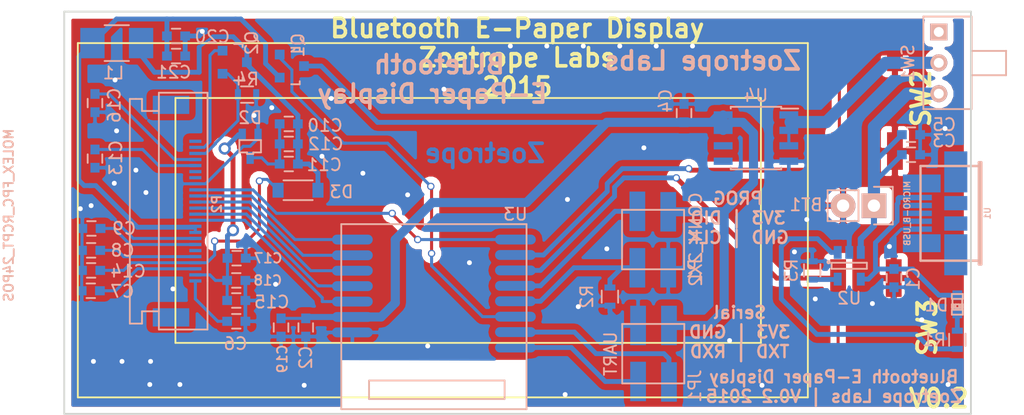
<source format=kicad_pcb>
(kicad_pcb (version 4) (host pcbnew "(2015-04-29 BZR 5630)-product")

  (general
    (links 144)
    (no_connects 0)
    (area 46.917001 40.023 144.656525 77.1115)
    (thickness 1.6)
    (drawings 21)
    (tracks 312)
    (zones 0)
    (modules 89)
    (nets 45)
  )

  (page A4)
  (layers
    (0 F.Cu signal)
    (31 B.Cu signal)
    (32 B.Adhes user)
    (33 F.Adhes user)
    (34 B.Paste user)
    (35 F.Paste user)
    (36 B.SilkS user)
    (37 F.SilkS user)
    (38 B.Mask user)
    (39 F.Mask user)
    (40 Dwgs.User user)
    (41 Cmts.User user)
    (42 Eco1.User user)
    (43 Eco2.User user)
    (44 Edge.Cuts user)
    (45 Margin user)
    (46 B.CrtYd user)
    (47 F.CrtYd user)
    (48 B.Fab user)
    (49 F.Fab user)
  )

  (setup
    (last_trace_width 0.25)
    (user_trace_width 0.4)
    (user_trace_width 0.5)
    (user_trace_width 0.75)
    (user_trace_width 1)
    (trace_clearance 0.2)
    (zone_clearance 0.508)
    (zone_45_only no)
    (trace_min 0.2)
    (segment_width 0.15)
    (edge_width 0.15)
    (via_size 0.6)
    (via_drill 0.4)
    (via_min_size 0.4)
    (via_min_drill 0.3)
    (user_via 1 0.6)
    (user_via 1.2 0.8)
    (uvia_size 0.3)
    (uvia_drill 0.1)
    (uvias_allowed no)
    (uvia_min_size 0.2)
    (uvia_min_drill 0.1)
    (pcb_text_width 0.3)
    (pcb_text_size 1.5 1.5)
    (mod_edge_width 0.15)
    (mod_text_size 1 1)
    (mod_text_width 0.15)
    (pad_size 0.6 0.6)
    (pad_drill 0.4)
    (pad_to_mask_clearance 0.2)
    (aux_axis_origin 0 0)
    (visible_elements FFFEFF7F)
    (pcbplotparams
      (layerselection 0x010fc_80000001)
      (usegerberextensions true)
      (excludeedgelayer true)
      (linewidth 0.150000)
      (plotframeref false)
      (viasonmask false)
      (mode 1)
      (useauxorigin false)
      (hpglpennumber 1)
      (hpglpenspeed 20)
      (hpglpendiameter 15)
      (hpglpenoverlay 2)
      (psnegative false)
      (psa4output false)
      (plotreference true)
      (plotvalue false)
      (plotinvisibletext false)
      (padsonsilk false)
      (subtractmaskfromsilk false)
      (outputformat 1)
      (mirror false)
      (drillshape 0)
      (scaleselection 1)
      (outputdirectory Gerbers/))
  )

  (net 0 "")
  (net 1 +BATT)
  (net 2 GND)
  (net 3 "Net-(C1-Pad1)")
  (net 4 +3.3V)
  (net 5 /VCOM)
  (net 6 /VSL)
  (net 7 /VSH)
  (net 8 /VDD)
  (net 9 /VGH)
  (net 10 /PREVGH)
  (net 11 /PREVGL)
  (net 12 /VGL)
  (net 13 "Net-(D1-Pad2)")
  (net 14 /ESP_TXD)
  (net 15 /ESP_RXD)
  (net 16 "Net-(P1-Pad4)")
  (net 17 /RESE)
  (net 18 "Net-(U1-Pad2)")
  (net 19 "Net-(U1-Pad3)")
  (net 20 "Net-(U1-Pad4)")
  (net 21 /SDA)
  (net 22 /SCLK)
  (net 23 /nCS)
  (net 24 "Net-(P1-Pad2)")
  (net 25 /nDC)
  (net 26 /nRES)
  (net 27 /BUSY)
  (net 28 "Net-(U4-Pad5)")
  (net 29 "Net-(U4-Pad6)")
  (net 30 /NC1)
  (net 31 /GDR)
  (net 32 /TSCL)
  (net 33 /TSDA)
  (net 34 /VPP)
  (net 35 "Net-(SW1-Pad1)")
  (net 36 /BUTTON_0)
  (net 37 /BUTTON_1)
  (net 38 "Net-(C10-Pad1)")
  (net 39 "Net-(C10-Pad2)")
  (net 40 /VCCEPD)
  (net 41 /EPD_POWER)
  (net 42 "Net-(R1-Pad2)")
  (net 43 "Net-(R3-Pad1)")
  (net 44 "Net-(SW1-Pad2)")

  (net_class Default "This is the default net class."
    (clearance 0.2)
    (trace_width 0.25)
    (via_dia 0.6)
    (via_drill 0.4)
    (uvia_dia 0.3)
    (uvia_drill 0.1)
    (add_net +3.3V)
    (add_net +BATT)
    (add_net /BUSY)
    (add_net /BUTTON_0)
    (add_net /BUTTON_1)
    (add_net /EPD_POWER)
    (add_net /ESP_RXD)
    (add_net /ESP_TXD)
    (add_net /GDR)
    (add_net /NC1)
    (add_net /PREVGH)
    (add_net /PREVGL)
    (add_net /RESE)
    (add_net /SCLK)
    (add_net /SDA)
    (add_net /TSCL)
    (add_net /TSDA)
    (add_net /VCCEPD)
    (add_net /VCOM)
    (add_net /VDD)
    (add_net /VGH)
    (add_net /VGL)
    (add_net /VPP)
    (add_net /VSH)
    (add_net /VSL)
    (add_net /nCS)
    (add_net /nDC)
    (add_net /nRES)
    (add_net GND)
    (add_net "Net-(C1-Pad1)")
    (add_net "Net-(C10-Pad1)")
    (add_net "Net-(C10-Pad2)")
    (add_net "Net-(D1-Pad2)")
    (add_net "Net-(P1-Pad2)")
    (add_net "Net-(P1-Pad4)")
    (add_net "Net-(R1-Pad2)")
    (add_net "Net-(R3-Pad1)")
    (add_net "Net-(SW1-Pad1)")
    (add_net "Net-(SW1-Pad2)")
    (add_net "Net-(U1-Pad2)")
    (add_net "Net-(U1-Pad3)")
    (add_net "Net-(U1-Pad4)")
    (add_net "Net-(U4-Pad5)")
    (add_net "Net-(U4-Pad6)")
  )

  (module Housings_SOT-23_SOT-143_TSOT-6:SOT-23 (layer B.Cu) (tedit 55AE6D81) (tstamp 55ACC3F1)
    (at 77.597 46.5455 90)
    (descr "SOT-23, Standard")
    (tags SOT-23)
    (path /558C51CF)
    (attr smd)
    (fp_text reference Q1 (at 1.7145 0.508 90) (layer B.SilkS)
      (effects (font (size 1 1) (thickness 0.15)) (justify mirror))
    )
    (fp_text value NTR4170N (at 0 -3.81 90) (layer B.Fab)
      (effects (font (size 1 1) (thickness 0.15)) (justify mirror))
    )
    (fp_line (start 1.29916 0.65024) (end 1.2509 0.65024) (layer B.SilkS) (width 0.15))
    (fp_line (start -1.49982 -0.0508) (end -1.49982 0.65024) (layer B.SilkS) (width 0.15))
    (fp_line (start -1.49982 0.65024) (end -1.2509 0.65024) (layer B.SilkS) (width 0.15))
    (fp_line (start 1.29916 0.65024) (end 1.49982 0.65024) (layer B.SilkS) (width 0.15))
    (fp_line (start 1.49982 0.65024) (end 1.49982 -0.0508) (layer B.SilkS) (width 0.15))
    (pad 2 smd rect (at -0.95 -1.00076 90) (size 0.8001 0.8001) (layers B.Cu B.Paste B.Mask)
      (net 40 /VCCEPD))
    (pad 1 smd rect (at 0.95 -1.00076 90) (size 0.8001 0.8001) (layers B.Cu B.Paste B.Mask)
      (net 41 /EPD_POWER))
    (pad 3 smd rect (at 0 0.99822 90) (size 0.8001 0.8001) (layers B.Cu B.Paste B.Mask)
      (net 4 +3.3V))
    (model Housings_SOT-23_SOT-143_TSOT-6.3dshapes/SOT-23.wrl
      (at (xyz 0 0 0))
      (scale (xyz 1 1 1))
      (rotate (xyz 0 0 0))
    )
  )

  (module Wire_Pads:SolderWirePad_single_0-4mmDrill (layer F.Cu) (tedit 55AD2293) (tstamp 55AE21AE)
    (at 60.198 58.293)
    (fp_text reference REF**13 (at 0 -2.54) (layer F.SilkS) hide
      (effects (font (size 1 1) (thickness 0.15)))
    )
    (fp_text value SolderWirePad_single_0-8mmDrill (at 0 2.54) (layer F.Fab) hide
      (effects (font (size 1 1) (thickness 0.15)))
    )
    (pad 1 thru_hole circle (at 0 0) (size 0.6 0.6) (drill 0.4) (layers *.Cu)
      (net 2 GND) (zone_connect 2))
  )

  (module Diodes_SMD:SOD-323 (layer B.Cu) (tedit 55AE145F) (tstamp 55ACC3D0)
    (at 78.105 56.769 180)
    (descr SOD-323)
    (tags SOD-323)
    (path /5589337E)
    (attr smd)
    (fp_text reference D3 (at -3.57632 -0.13716 180) (layer B.SilkS)
      (effects (font (size 1 1) (thickness 0.15)) (justify mirror))
    )
    (fp_text value MBR0530 (at 0.1 -1.9 180) (layer B.Fab)
      (effects (font (size 1 1) (thickness 0.15)) (justify mirror))
    )
    (fp_line (start -2.2 0.95) (end 2.2 0.95) (layer B.CrtYd) (width 0.05))
    (fp_line (start 2.2 0.95) (end 2.2 -0.95) (layer B.CrtYd) (width 0.05))
    (fp_line (start 2.2 -0.95) (end -2.2 -0.95) (layer B.CrtYd) (width 0.05))
    (fp_line (start -2.2 -0.95) (end -2.2 0.95) (layer B.CrtYd) (width 0.05))
    (fp_line (start -1.2048 -0.81524) (end 1.1952 -0.81524) (layer B.SilkS) (width 0.15))
    (fp_line (start -1.2048 0.81016) (end 1.1952 0.81016) (layer B.SilkS) (width 0.15))
    (pad 1 smd rect (at -1.64 0 180) (size 0.91 1.22) (layers B.Cu B.Paste B.Mask)
      (net 39 "Net-(C10-Pad2)"))
    (pad 2 smd rect (at 1.64 0 180) (size 0.91 1.22) (layers B.Cu B.Paste B.Mask)
      (net 10 /PREVGH))
  )

  (module Wire_Pads:SolderWirePad_single_0-4mmDrill (layer F.Cu) (tedit 55AD2293) (tstamp 55AE125D)
    (at 120.65 65.7225)
    (fp_text reference REF**1 (at 0 -2.54) (layer F.SilkS) hide
      (effects (font (size 1 1) (thickness 0.15)))
    )
    (fp_text value SolderWirePad_single_0-8mmDrill (at 0 2.54) (layer F.Fab) hide
      (effects (font (size 1 1) (thickness 0.15)))
    )
    (pad 1 thru_hole circle (at 0 0) (size 0.6 0.6) (drill 0.4) (layers *.Cu)
      (net 2 GND) (zone_connect 2))
  )

  (module Housings_SOT-23_SOT-143_TSOT-6:SOT-23 (layer B.Cu) (tedit 55AE109A) (tstamp 558AB703)
    (at 72.898 46.228 90)
    (descr "SOT-23, Standard")
    (tags SOT-23)
    (path /55893386)
    (attr smd)
    (fp_text reference Q2 (at 1.5875 1.397 90) (layer B.SilkS)
      (effects (font (size 1 1) (thickness 0.15)) (justify mirror))
    )
    (fp_text value Si1304BDL (at 0 -3.81 90) (layer B.Fab)
      (effects (font (size 1 1) (thickness 0.15)) (justify mirror))
    )
    (fp_line (start 1.29916 0.65024) (end 1.2509 0.65024) (layer B.SilkS) (width 0.15))
    (fp_line (start -1.49982 -0.0508) (end -1.49982 0.65024) (layer B.SilkS) (width 0.15))
    (fp_line (start -1.49982 0.65024) (end -1.2509 0.65024) (layer B.SilkS) (width 0.15))
    (fp_line (start 1.29916 0.65024) (end 1.49982 0.65024) (layer B.SilkS) (width 0.15))
    (fp_line (start 1.49982 0.65024) (end 1.49982 -0.0508) (layer B.SilkS) (width 0.15))
    (pad 2 smd rect (at -0.95 -1.00076 90) (size 0.8001 0.8001) (layers B.Cu B.Paste B.Mask)
      (net 17 /RESE))
    (pad 1 smd rect (at 0.95 -1.00076 90) (size 0.8001 0.8001) (layers B.Cu B.Paste B.Mask)
      (net 31 /GDR))
    (pad 3 smd rect (at 0 0.99822 90) (size 0.8001 0.8001) (layers B.Cu B.Paste B.Mask)
      (net 39 "Net-(C10-Pad2)"))
    (model Housings_SOT-23_SOT-143_TSOT-6.3dshapes/SOT-23.wrl
      (at (xyz 0 0 0))
      (scale (xyz 1 1 1))
      (rotate (xyz 0 0 0))
    )
  )

  (module Wire_Pads:SolderWirePad_single_0-4mmDrill (layer F.Cu) (tedit 55AD2293) (tstamp 55AD26ED)
    (at 88.773 69.596)
    (fp_text reference REF**17 (at 0 -2.54) (layer F.SilkS) hide
      (effects (font (size 1 1) (thickness 0.15)))
    )
    (fp_text value SolderWirePad_single_0-8mmDrill (at 0 2.54) (layer F.Fab) hide
      (effects (font (size 1 1) (thickness 0.15)))
    )
    (pad 1 thru_hole circle (at 0 0) (size 0.6 0.6) (drill 0.4) (layers *.Cu)
      (net 2 GND) (zone_connect 2))
  )

  (module Wire_Pads:SolderWirePad_single_0-4mmDrill (layer F.Cu) (tedit 55AD2293) (tstamp 55AD26E1)
    (at 76.2635 64.516)
    (fp_text reference REF**23 (at 0 -2.54) (layer F.SilkS) hide
      (effects (font (size 1 1) (thickness 0.15)))
    )
    (fp_text value SolderWirePad_single_0-8mmDrill (at 0 2.54) (layer F.Fab) hide
      (effects (font (size 1 1) (thickness 0.15)))
    )
    (pad 1 thru_hole circle (at 0 0) (size 0.6 0.6) (drill 0.4) (layers *.Cu)
      (net 2 GND) (zone_connect 2))
  )

  (module Wire_Pads:SolderWirePad_single_0-4mmDrill (layer F.Cu) (tedit 55AD2293) (tstamp 55AD26D8)
    (at 64.77 55.118)
    (fp_text reference REF**24 (at 0 -2.54) (layer F.SilkS) hide
      (effects (font (size 1 1) (thickness 0.15)))
    )
    (fp_text value SolderWirePad_single_0-8mmDrill (at 0 2.54) (layer F.Fab) hide
      (effects (font (size 1 1) (thickness 0.15)))
    )
    (pad 1 thru_hole circle (at 0 0) (size 0.6 0.6) (drill 0.4) (layers *.Cu)
      (net 2 GND) (zone_connect 2))
  )

  (module Wire_Pads:SolderWirePad_single_0-4mmDrill (layer F.Cu) (tedit 55AD2293) (tstamp 55AD26D3)
    (at 75.946 49.9745)
    (fp_text reference REF**5 (at 0 -2.54) (layer F.SilkS) hide
      (effects (font (size 1 1) (thickness 0.15)))
    )
    (fp_text value SolderWirePad_single_0-8mmDrill (at 0 2.54) (layer F.Fab) hide
      (effects (font (size 1 1) (thickness 0.15)))
    )
    (pad 1 thru_hole circle (at 0 0) (size 0.6 0.6) (drill 0.4) (layers *.Cu)
      (net 2 GND) (zone_connect 2))
  )

  (module Wire_Pads:SolderWirePad_single_0-4mmDrill (layer F.Cu) (tedit 55AD2293) (tstamp 55AD26CE)
    (at 92.2035 62.738)
    (fp_text reference REF**5 (at 0 -2.54) (layer F.SilkS) hide
      (effects (font (size 1 1) (thickness 0.15)))
    )
    (fp_text value SolderWirePad_single_0-8mmDrill (at 0 2.54) (layer F.Fab) hide
      (effects (font (size 1 1) (thickness 0.15)))
    )
    (pad 1 thru_hole circle (at 0 0) (size 0.6 0.6) (drill 0.4) (layers *.Cu)
      (net 2 GND) (zone_connect 2))
  )

  (module Wire_Pads:SolderWirePad_single_0-4mmDrill (layer F.Cu) (tedit 55AD2293) (tstamp 55AD26C9)
    (at 83.4405 55.372)
    (fp_text reference REF**5 (at 0 -2.54) (layer F.SilkS) hide
      (effects (font (size 1 1) (thickness 0.15)))
    )
    (fp_text value SolderWirePad_single_0-8mmDrill (at 0 2.54) (layer F.Fab) hide
      (effects (font (size 1 1) (thickness 0.15)))
    )
    (pad 1 thru_hole circle (at 0 0) (size 0.6 0.6) (drill 0.4) (layers *.Cu)
      (net 2 GND) (zone_connect 2))
  )

  (module Wire_Pads:SolderWirePad_single_0-4mmDrill (layer F.Cu) (tedit 55AD2293) (tstamp 55AD26C4)
    (at 87.122 57.15)
    (fp_text reference REF**5 (at 0 -2.54) (layer F.SilkS) hide
      (effects (font (size 1 1) (thickness 0.15)))
    )
    (fp_text value SolderWirePad_single_0-8mmDrill (at 0 2.54) (layer F.Fab) hide
      (effects (font (size 1 1) (thickness 0.15)))
    )
    (pad 1 thru_hole circle (at 0 0) (size 0.6 0.6) (drill 0.4) (layers *.Cu)
      (net 2 GND) (zone_connect 2))
  )

  (module Wire_Pads:SolderWirePad_single_0-4mmDrill (layer F.Cu) (tedit 55AD2293) (tstamp 55AD26BF)
    (at 80.075 53.975)
    (fp_text reference REF**5 (at 0 -2.54) (layer F.SilkS) hide
      (effects (font (size 1 1) (thickness 0.15)))
    )
    (fp_text value SolderWirePad_single_0-8mmDrill (at 0 2.54) (layer F.Fab) hide
      (effects (font (size 1 1) (thickness 0.15)))
    )
    (pad 1 thru_hole circle (at 0 0) (size 0.6 0.6) (drill 0.4) (layers *.Cu)
      (net 2 GND) (zone_connect 2))
  )

  (module Wire_Pads:SolderWirePad_single_0-4mmDrill (layer F.Cu) (tedit 55AD2293) (tstamp 55AD2499)
    (at 95.569 44.8945)
    (fp_text reference REF**5 (at 0 -2.54) (layer F.SilkS) hide
      (effects (font (size 1 1) (thickness 0.15)))
    )
    (fp_text value SolderWirePad_single_0-8mmDrill (at 0 2.54) (layer F.Fab) hide
      (effects (font (size 1 1) (thickness 0.15)))
    )
    (pad 1 thru_hole circle (at 0 0) (size 0.6 0.6) (drill 0.4) (layers *.Cu)
      (net 2 GND) (zone_connect 2))
  )

  (module Wire_Pads:SolderWirePad_single_0-4mmDrill (layer F.Cu) (tedit 55AD2293) (tstamp 55AD2495)
    (at 98.569 44.8945)
    (fp_text reference REF**4 (at 0 -2.54) (layer F.SilkS) hide
      (effects (font (size 1 1) (thickness 0.15)))
    )
    (fp_text value SolderWirePad_single_0-8mmDrill (at 0 2.54) (layer F.Fab) hide
      (effects (font (size 1 1) (thickness 0.15)))
    )
    (pad 1 thru_hole circle (at 0 0) (size 0.6 0.6) (drill 0.4) (layers *.Cu)
      (net 2 GND) (zone_connect 2))
  )

  (module Wire_Pads:SolderWirePad_single_0-4mmDrill (layer F.Cu) (tedit 55AD2293) (tstamp 55AD2491)
    (at 101.569 44.8945)
    (fp_text reference REF**3 (at 0 -2.54) (layer F.SilkS) hide
      (effects (font (size 1 1) (thickness 0.15)))
    )
    (fp_text value SolderWirePad_single_0-8mmDrill (at 0 2.54) (layer F.Fab) hide
      (effects (font (size 1 1) (thickness 0.15)))
    )
    (pad 1 thru_hole circle (at 0 0) (size 0.6 0.6) (drill 0.4) (layers *.Cu)
      (net 2 GND) (zone_connect 2))
  )

  (module Wire_Pads:SolderWirePad_single_0-4mmDrill (layer F.Cu) (tedit 55AD2293) (tstamp 55AD248D)
    (at 104.569 44.8945)
    (fp_text reference REF**2 (at 0 -2.54) (layer F.SilkS) hide
      (effects (font (size 1 1) (thickness 0.15)))
    )
    (fp_text value SolderWirePad_single_0-8mmDrill (at 0 2.54) (layer F.Fab) hide
      (effects (font (size 1 1) (thickness 0.15)))
    )
    (pad 1 thru_hole circle (at 0 0) (size 0.6 0.6) (drill 0.4) (layers *.Cu)
      (net 2 GND) (zone_connect 2))
  )

  (module Wire_Pads:SolderWirePad_single_0-4mmDrill (layer F.Cu) (tedit 55AD2293) (tstamp 55AD2475)
    (at 107.569 44.8945)
    (fp_text reference REF**1 (at 0 -2.54) (layer F.SilkS) hide
      (effects (font (size 1 1) (thickness 0.15)))
    )
    (fp_text value SolderWirePad_single_0-8mmDrill (at 0 2.54) (layer F.Fab) hide
      (effects (font (size 1 1) (thickness 0.15)))
    )
    (pad 1 thru_hole circle (at 0 0) (size 0.6 0.6) (drill 0.4) (layers *.Cu)
      (net 2 GND) (zone_connect 2))
  )

  (module Wire_Pads:SolderWirePad_single_0-4mmDrill (layer F.Cu) (tedit 55AD2293) (tstamp 55AD246A)
    (at 68.3895 72.771)
    (fp_text reference REF**20 (at 0 -2.54) (layer F.SilkS) hide
      (effects (font (size 1 1) (thickness 0.15)))
    )
    (fp_text value SolderWirePad_single_0-8mmDrill (at 0 2.54) (layer F.Fab) hide
      (effects (font (size 1 1) (thickness 0.15)))
    )
    (pad 1 thru_hole circle (at 0 0) (size 0.6 0.6) (drill 0.4) (layers *.Cu)
      (net 2 GND) (zone_connect 2))
  )

  (module Wire_Pads:SolderWirePad_single_0-4mmDrill (layer F.Cu) (tedit 55AD2293) (tstamp 55AD2465)
    (at 65.913 72.771)
    (fp_text reference REF**20 (at 0 -2.54) (layer F.SilkS) hide
      (effects (font (size 1 1) (thickness 0.15)))
    )
    (fp_text value SolderWirePad_single_0-8mmDrill (at 0 2.54) (layer F.Fab) hide
      (effects (font (size 1 1) (thickness 0.15)))
    )
    (pad 1 thru_hole circle (at 0 0) (size 0.6 0.6) (drill 0.4) (layers *.Cu)
      (net 2 GND) (zone_connect 2))
  )

  (module Wire_Pads:SolderWirePad_single_0-4mmDrill (layer F.Cu) (tedit 55AD2293) (tstamp 55AD2460)
    (at 65.9765 70.866)
    (fp_text reference REF**20 (at 0 -2.54) (layer F.SilkS) hide
      (effects (font (size 1 1) (thickness 0.15)))
    )
    (fp_text value SolderWirePad_single_0-8mmDrill (at 0 2.54) (layer F.Fab) hide
      (effects (font (size 1 1) (thickness 0.15)))
    )
    (pad 1 thru_hole circle (at 0 0) (size 0.6 0.6) (drill 0.4) (layers *.Cu)
      (net 2 GND) (zone_connect 2))
  )

  (module Wire_Pads:SolderWirePad_single_0-4mmDrill (layer F.Cu) (tedit 55AD2293) (tstamp 55AD242D)
    (at 74.4855 50.6095)
    (fp_text reference REF**5 (at 0 -2.54) (layer F.SilkS) hide
      (effects (font (size 1 1) (thickness 0.15)))
    )
    (fp_text value SolderWirePad_single_0-8mmDrill (at 0 2.54) (layer F.Fab) hide
      (effects (font (size 1 1) (thickness 0.15)))
    )
    (pad 1 thru_hole circle (at 0 0) (size 0.6 0.6) (drill 0.4) (layers *.Cu)
      (net 2 GND) (zone_connect 2))
  )

  (module Wire_Pads:SolderWirePad_single_0-4mmDrill (layer F.Cu) (tedit 55AD2293) (tstamp 55AD2428)
    (at 70.231 43.688)
    (fp_text reference REF**18 (at 0 -2.54) (layer F.SilkS) hide
      (effects (font (size 1 1) (thickness 0.15)))
    )
    (fp_text value SolderWirePad_single_0-8mmDrill (at 0 2.54) (layer F.Fab) hide
      (effects (font (size 1 1) (thickness 0.15)))
    )
    (pad 1 thru_hole circle (at 0 0) (size 0.6 0.6) (drill 0.4) (layers *.Cu)
      (net 2 GND) (zone_connect 2))
  )

  (module Wire_Pads:SolderWirePad_single_0-4mmDrill (layer F.Cu) (tedit 55AD2293) (tstamp 55AD23A8)
    (at 67.818 64.897)
    (fp_text reference REF**25 (at 0 -2.54) (layer F.SilkS) hide
      (effects (font (size 1 1) (thickness 0.15)))
    )
    (fp_text value SolderWirePad_single_0-8mmDrill (at 0 2.54) (layer F.Fab) hide
      (effects (font (size 1 1) (thickness 0.15)))
    )
    (pad 1 thru_hole circle (at 0 0) (size 0.6 0.6) (drill 0.4) (layers *.Cu)
      (net 2 GND) (zone_connect 2))
  )

  (module Wire_Pads:SolderWirePad_single_0-4mmDrill (layer F.Cu) (tedit 55AD2293) (tstamp 55AD23A4)
    (at 65.5955 56.9595)
    (fp_text reference REF**24 (at 0 -2.54) (layer F.SilkS) hide
      (effects (font (size 1 1) (thickness 0.15)))
    )
    (fp_text value SolderWirePad_single_0-8mmDrill (at 0 2.54) (layer F.Fab) hide
      (effects (font (size 1 1) (thickness 0.15)))
    )
    (pad 1 thru_hole circle (at 0 0) (size 0.6 0.6) (drill 0.4) (layers *.Cu)
      (net 2 GND) (zone_connect 2))
  )

  (module Wire_Pads:SolderWirePad_single_0-4mmDrill (layer F.Cu) (tedit 55AD2293) (tstamp 55AD23A0)
    (at 78.613 72.8345)
    (fp_text reference REF**23 (at 0 -2.54) (layer F.SilkS) hide
      (effects (font (size 1 1) (thickness 0.15)))
    )
    (fp_text value SolderWirePad_single_0-8mmDrill (at 0 2.54) (layer F.Fab) hide
      (effects (font (size 1 1) (thickness 0.15)))
    )
    (pad 1 thru_hole circle (at 0 0) (size 0.6 0.6) (drill 0.4) (layers *.Cu)
      (net 2 GND) (zone_connect 2))
  )

  (module Wire_Pads:SolderWirePad_single_0-4mmDrill (layer F.Cu) (tedit 55AD2293) (tstamp 55AD239C)
    (at 113.6015 69.1515)
    (fp_text reference REF**22 (at 0 -2.54) (layer F.SilkS) hide
      (effects (font (size 1 1) (thickness 0.15)))
    )
    (fp_text value SolderWirePad_single_0-8mmDrill (at 0 2.54) (layer F.Fab) hide
      (effects (font (size 1 1) (thickness 0.15)))
    )
    (pad 1 thru_hole circle (at 0 0) (size 0.6 0.6) (drill 0.4) (layers *.Cu)
      (net 2 GND) (zone_connect 2))
  )

  (module Wire_Pads:SolderWirePad_single_0-4mmDrill (layer F.Cu) (tedit 55AD2293) (tstamp 55AD2398)
    (at 116.2685 72.8345)
    (fp_text reference REF**21 (at 0 -2.54) (layer F.SilkS) hide
      (effects (font (size 1 1) (thickness 0.15)))
    )
    (fp_text value SolderWirePad_single_0-8mmDrill (at 0 2.54) (layer F.Fab) hide
      (effects (font (size 1 1) (thickness 0.15)))
    )
    (pad 1 thru_hole circle (at 0 0) (size 0.6 0.6) (drill 0.4) (layers *.Cu)
      (net 2 GND) (zone_connect 2))
  )

  (module Wire_Pads:SolderWirePad_single_0-4mmDrill (layer F.Cu) (tedit 55AD2293) (tstamp 55AD2394)
    (at 63.627 70.866)
    (fp_text reference REF**20 (at 0 -2.54) (layer F.SilkS) hide
      (effects (font (size 1 1) (thickness 0.15)))
    )
    (fp_text value SolderWirePad_single_0-8mmDrill (at 0 2.54) (layer F.Fab) hide
      (effects (font (size 1 1) (thickness 0.15)))
    )
    (pad 1 thru_hole circle (at 0 0) (size 0.6 0.6) (drill 0.4) (layers *.Cu)
      (net 2 GND) (zone_connect 2))
  )

  (module Wire_Pads:SolderWirePad_single_0-4mmDrill (layer F.Cu) (tedit 55AD2293) (tstamp 55AD2390)
    (at 62.992 56.1975)
    (fp_text reference REF**19 (at 0 -2.54) (layer F.SilkS) hide
      (effects (font (size 1 1) (thickness 0.15)))
    )
    (fp_text value SolderWirePad_single_0-8mmDrill (at 0 2.54) (layer F.Fab) hide
      (effects (font (size 1 1) (thickness 0.15)))
    )
    (pad 1 thru_hole circle (at 0 0) (size 0.6 0.6) (drill 0.4) (layers *.Cu)
      (net 2 GND) (zone_connect 2))
  )

  (module Wire_Pads:SolderWirePad_single_0-4mmDrill (layer F.Cu) (tedit 55AD2293) (tstamp 55AD238C)
    (at 63.0555 47.6885)
    (fp_text reference REF**18 (at 0 -2.54) (layer F.SilkS) hide
      (effects (font (size 1 1) (thickness 0.15)))
    )
    (fp_text value SolderWirePad_single_0-8mmDrill (at 0 2.54) (layer F.Fab) hide
      (effects (font (size 1 1) (thickness 0.15)))
    )
    (pad 1 thru_hole circle (at 0 0) (size 0.6 0.6) (drill 0.4) (layers *.Cu)
      (net 2 GND) (zone_connect 2))
  )

  (module Wire_Pads:SolderWirePad_single_0-4mmDrill (layer F.Cu) (tedit 55AD2293) (tstamp 55AD2388)
    (at 100.076 73.5965)
    (fp_text reference REF**17 (at 0 -2.54) (layer F.SilkS) hide
      (effects (font (size 1 1) (thickness 0.15)))
    )
    (fp_text value SolderWirePad_single_0-8mmDrill (at 0 2.54) (layer F.Fab) hide
      (effects (font (size 1 1) (thickness 0.15)))
    )
    (pad 1 thru_hole circle (at 0 0) (size 0.6 0.6) (drill 0.4) (layers *.Cu)
      (net 2 GND) (zone_connect 2))
  )

  (module Wire_Pads:SolderWirePad_single_0-4mmDrill (layer F.Cu) (tedit 55AD2293) (tstamp 55AD2384)
    (at 103.505 61.595)
    (fp_text reference REF**16 (at 0 -2.54) (layer F.SilkS) hide
      (effects (font (size 1 1) (thickness 0.15)))
    )
    (fp_text value SolderWirePad_single_0-8mmDrill (at 0 2.54) (layer F.Fab) hide
      (effects (font (size 1 1) (thickness 0.15)))
    )
    (pad 1 thru_hole circle (at 0 0) (size 0.6 0.6) (drill 0.4) (layers *.Cu)
      (net 2 GND) (zone_connect 2))
  )

  (module Wire_Pads:SolderWirePad_single_0-4mmDrill (layer F.Cu) (tedit 55AD28F7) (tstamp 55AD2380)
    (at 92.1385 54.229)
    (fp_text reference REF**15 (at 0 -2.54) (layer F.SilkS) hide
      (effects (font (size 1 1) (thickness 0.15)))
    )
    (fp_text value SolderWirePad_single_0-8mmDrill (at 0 2.54) (layer F.Fab) hide
      (effects (font (size 1 1) (thickness 0.15)))
    )
  )

  (module Wire_Pads:SolderWirePad_single_0-4mmDrill (layer F.Cu) (tedit 55AD2904) (tstamp 55AD237C)
    (at 96.7105 54.2925)
    (fp_text reference REF**14 (at 0 -2.54) (layer F.SilkS) hide
      (effects (font (size 1 1) (thickness 0.15)))
    )
    (fp_text value SolderWirePad_single_0-8mmDrill (at 0 2.54) (layer F.Fab) hide
      (effects (font (size 1 1) (thickness 0.15)))
    )
  )

  (module Wire_Pads:SolderWirePad_single_0-4mmDrill (layer F.Cu) (tedit 55AD2293) (tstamp 55AD2378)
    (at 61.087 58.039)
    (fp_text reference REF**13 (at 0 -2.54) (layer F.SilkS) hide
      (effects (font (size 1 1) (thickness 0.15)))
    )
    (fp_text value SolderWirePad_single_0-8mmDrill (at 0 2.54) (layer F.Fab) hide
      (effects (font (size 1 1) (thickness 0.15)))
    )
    (pad 1 thru_hole circle (at 0 0) (size 0.6 0.6) (drill 0.4) (layers *.Cu)
      (net 2 GND) (zone_connect 2))
  )

  (module Wire_Pads:SolderWirePad_single_0-4mmDrill (layer F.Cu) (tedit 55AD2293) (tstamp 55AD2374)
    (at 63.1825 51.8795)
    (fp_text reference REF**12 (at 0 -2.54) (layer F.SilkS) hide
      (effects (font (size 1 1) (thickness 0.15)))
    )
    (fp_text value SolderWirePad_single_0-8mmDrill (at 0 2.54) (layer F.Fab) hide
      (effects (font (size 1 1) (thickness 0.15)))
    )
    (pad 1 thru_hole circle (at 0 0) (size 0.6 0.6) (drill 0.4) (layers *.Cu)
      (net 2 GND) (zone_connect 2))
  )

  (module Wire_Pads:SolderWirePad_single_0-4mmDrill (layer F.Cu) (tedit 55AD2293) (tstamp 55AD2370)
    (at 100.2665 57.531)
    (fp_text reference REF**11 (at 0 -2.54) (layer F.SilkS) hide
      (effects (font (size 1 1) (thickness 0.15)))
    )
    (fp_text value SolderWirePad_single_0-8mmDrill (at 0 2.54) (layer F.Fab) hide
      (effects (font (size 1 1) (thickness 0.15)))
    )
    (pad 1 thru_hole circle (at 0 0) (size 0.6 0.6) (drill 0.4) (layers *.Cu)
      (net 2 GND) (zone_connect 2))
  )

  (module Wire_Pads:SolderWirePad_single_0-4mmDrill (layer F.Cu) (tedit 55AD2293) (tstamp 55AD236C)
    (at 61.2775 70.866)
    (fp_text reference REF**10 (at 0 -2.54) (layer F.SilkS) hide
      (effects (font (size 1 1) (thickness 0.15)))
    )
    (fp_text value SolderWirePad_single_0-8mmDrill (at 0 2.54) (layer F.Fab) hide
      (effects (font (size 1 1) (thickness 0.15)))
    )
    (pad 1 thru_hole circle (at 0 0) (size 0.6 0.6) (drill 0.4) (layers *.Cu)
      (net 2 GND) (zone_connect 2))
  )

  (module Wire_Pads:SolderWirePad_single_0-4mmDrill (layer F.Cu) (tedit 55AD2293) (tstamp 55AD2368)
    (at 101.1555 66.3575)
    (fp_text reference REF**9 (at 0 -2.54) (layer F.SilkS) hide
      (effects (font (size 1 1) (thickness 0.15)))
    )
    (fp_text value SolderWirePad_single_0-8mmDrill (at 0 2.54) (layer F.Fab) hide
      (effects (font (size 1 1) (thickness 0.15)))
    )
    (pad 1 thru_hole circle (at 0 0) (size 0.6 0.6) (drill 0.4) (layers *.Cu)
      (net 2 GND) (zone_connect 2))
  )

  (module Wire_Pads:SolderWirePad_single_0-4mmDrill (layer F.Cu) (tedit 55AD2293) (tstamp 55AD2364)
    (at 90.1065 48.4505)
    (fp_text reference REF**8 (at 0 -2.54) (layer F.SilkS) hide
      (effects (font (size 1 1) (thickness 0.15)))
    )
    (fp_text value SolderWirePad_single_0-8mmDrill (at 0 2.54) (layer F.Fab) hide
      (effects (font (size 1 1) (thickness 0.15)))
    )
    (pad 1 thru_hole circle (at 0 0) (size 0.6 0.6) (drill 0.4) (layers *.Cu)
      (net 2 GND) (zone_connect 2))
  )

  (module Wire_Pads:SolderWirePad_single_0-4mmDrill (layer F.Cu) (tedit 55AD2293) (tstamp 55AD2360)
    (at 110.5535 44.8945)
    (fp_text reference REF**7 (at 0 -2.54) (layer F.SilkS) hide
      (effects (font (size 1 1) (thickness 0.15)))
    )
    (fp_text value SolderWirePad_single_0-8mmDrill (at 0 2.54) (layer F.Fab) hide
      (effects (font (size 1 1) (thickness 0.15)))
    )
    (pad 1 thru_hole circle (at 0 0) (size 0.6 0.6) (drill 0.4) (layers *.Cu)
      (net 2 GND) (zone_connect 2))
  )

  (module Wire_Pads:SolderWirePad_single_0-4mmDrill (layer F.Cu) (tedit 55AD2293) (tstamp 55AD235C)
    (at 119.9515 59.182)
    (fp_text reference REF**6 (at 0 -2.54) (layer F.SilkS) hide
      (effects (font (size 1 1) (thickness 0.15)))
    )
    (fp_text value SolderWirePad_single_0-8mmDrill (at 0 2.54) (layer F.Fab) hide
      (effects (font (size 1 1) (thickness 0.15)))
    )
    (pad 1 thru_hole circle (at 0 0) (size 0.6 0.6) (drill 0.4) (layers *.Cu)
      (net 2 GND) (zone_connect 2))
  )

  (module Wire_Pads:SolderWirePad_single_0-4mmDrill (layer F.Cu) (tedit 55AD2293) (tstamp 55AD2358)
    (at 80.8355 49.2125)
    (fp_text reference REF**5 (at 0 -2.54) (layer F.SilkS) hide
      (effects (font (size 1 1) (thickness 0.15)))
    )
    (fp_text value SolderWirePad_single_0-8mmDrill (at 0 2.54) (layer F.Fab) hide
      (effects (font (size 1 1) (thickness 0.15)))
    )
    (pad 1 thru_hole circle (at 0 0) (size 0.6 0.6) (drill 0.4) (layers *.Cu)
      (net 2 GND) (zone_connect 2))
  )

  (module Wire_Pads:SolderWirePad_single_0-4mmDrill (layer F.Cu) (tedit 55AD2293) (tstamp 55AD2354)
    (at 106.553 53.2765)
    (fp_text reference REF**4 (at 0 -2.54) (layer F.SilkS) hide
      (effects (font (size 1 1) (thickness 0.15)))
    )
    (fp_text value SolderWirePad_single_0-8mmDrill (at 0 2.54) (layer F.Fab) hide
      (effects (font (size 1 1) (thickness 0.15)))
    )
    (pad 1 thru_hole circle (at 0 0) (size 0.6 0.6) (drill 0.4) (layers *.Cu)
      (net 2 GND) (zone_connect 2))
  )

  (module Wire_Pads:SolderWirePad_single_0-4mmDrill (layer F.Cu) (tedit 55AD2293) (tstamp 55AD2350)
    (at 131.318 51.689)
    (fp_text reference REF**3 (at 0 -2.54) (layer F.SilkS) hide
      (effects (font (size 1 1) (thickness 0.15)))
    )
    (fp_text value SolderWirePad_single_0-8mmDrill (at 0 2.54) (layer F.Fab) hide
      (effects (font (size 1 1) (thickness 0.15)))
    )
    (pad 1 thru_hole circle (at 0 0) (size 0.6 0.6) (drill 0.4) (layers *.Cu)
      (net 2 GND) (zone_connect 2))
  )

  (module Wire_Pads:SolderWirePad_single_0-4mmDrill (layer F.Cu) (tedit 55AD2293) (tstamp 55AD234C)
    (at 131.572 72.771)
    (fp_text reference REF**2 (at 0 -2.54) (layer F.SilkS) hide
      (effects (font (size 1 1) (thickness 0.15)))
    )
    (fp_text value SolderWirePad_single_0-8mmDrill (at 0 2.54) (layer F.Fab) hide
      (effects (font (size 1 1) (thickness 0.15)))
    )
    (pad 1 thru_hole circle (at 0 0) (size 0.6 0.6) (drill 0.4) (layers *.Cu)
      (net 2 GND) (zone_connect 2))
  )

  (module Wire_Pads:SolderWirePad_single_0-4mmDrill (layer F.Cu) (tedit 55AD2293) (tstamp 55B319C0)
    (at 125.349 66.1035)
    (fp_text reference REF**1 (at 0 -2.54) (layer F.SilkS) hide
      (effects (font (size 1 1) (thickness 0.15)))
    )
    (fp_text value SolderWirePad_single_0-8mmDrill (at 0 2.54) (layer F.Fab) hide
      (effects (font (size 1 1) (thickness 0.15)))
    )
    (pad 1 thru_hole circle (at 0 0) (size 0.6 0.6) (drill 0.4) (layers *.Cu)
      (net 2 GND) (zone_connect 2))
  )

  (module Wire_Pads:SolderWirePad_single_0-4mmDrill (layer F.Cu) (tedit 55AD2293) (tstamp 55B319B4)
    (at 129.413 67.437)
    (fp_text reference REF** (at 0 -2.54) (layer F.SilkS) hide
      (effects (font (size 1 1) (thickness 0.15)))
    )
    (fp_text value SolderWirePad_single_0-8mmDrill (at 0 2.54) (layer F.Fab) hide
      (effects (font (size 1 1) (thickness 0.15)))
    )
    (pad 1 thru_hole circle (at 0 0) (size 0.6 0.6) (drill 0.4) (layers *.Cu)
      (net 2 GND) (zone_connect 2))
  )

  (module FPC:MOLEX_FPC_RCPT_24POS_0_5MM (layer B.Cu) (tedit 558D76C6) (tstamp 558D1083)
    (at 73.66 62.741 90)
    (descr "MSOP10 10pins pitch 0.5mm")
    (path /55893385)
    (attr smd)
    (fp_text reference P2 (at 4.826 -2.2352 90) (layer B.SilkS)
      (effects (font (size 0.762 0.762) (thickness 0.1524)) (justify mirror))
    )
    (fp_text value MOLEX_FPC_RCPT_24POS (at 3.9116 -19.3548 90) (layer B.SilkS)
      (effects (font (size 0.762 0.762) (thickness 0.1524)) (justify mirror))
    )
    (fp_line (start -4.0005 -7.493) (end -4.0005 -8.3947) (layer B.SilkS) (width 0.15))
    (fp_line (start 12.4968 -7.5311) (end 12.4968 -8.382) (layer B.SilkS) (width 0.15))
    (fp_line (start -4 -7) (end -4 -7.5) (layer B.SilkS) (width 0.15))
    (fp_line (start -4.0127 -8.389) (end -5.0127 -8.389) (layer B.SilkS) (width 0.15))
    (fp_line (start -5.0127 -8.389) (end -5.0127 -9.389) (layer B.SilkS) (width 0.15))
    (fp_line (start -5.0127 -9.389) (end 13.4873 -9.389) (layer B.SilkS) (width 0.15))
    (fp_line (start 13.4873 -9.389) (end 13.4873 -8.889) (layer B.SilkS) (width 0.15))
    (fp_line (start 13.4873 -8.889) (end 13.4873 -8.389) (layer B.SilkS) (width 0.15))
    (fp_line (start 13.4873 -8.389) (end 12.4873 -8.389) (layer B.SilkS) (width 0.15))
    (fp_line (start 12.5 -7.5) (end 12.5 -7) (layer B.SilkS) (width 0.15))
    (fp_line (start -1.5 -3) (end 14 -3) (layer B.SilkS) (width 0.15))
    (fp_line (start -1.5 -3) (end -5.5 -3) (layer B.SilkS) (width 0.15))
    (fp_line (start 14 -3) (end 14 -7) (layer B.SilkS) (width 0.15))
    (fp_line (start 14 -7) (end 10.5 -7) (layer B.SilkS) (width 0.15))
    (fp_line (start -5.5 -3) (end -5.5 -7) (layer B.SilkS) (width 0.15))
    (fp_line (start -5.5 -7) (end 10.5 -7) (layer B.SilkS) (width 0.15))
    (pad 1 smd rect (at 10 -4 270) (size 0.26924 1.00076) (layers B.Cu B.Paste B.Mask)
      (net 30 /NC1))
    (pad 2 smd rect (at 9.5 -4 270) (size 0.26924 1.00076) (layers B.Cu B.Paste B.Mask)
      (net 31 /GDR))
    (pad 3 smd rect (at 9 -4 270) (size 0.26924 1.00076) (layers B.Cu B.Paste B.Mask)
      (net 17 /RESE))
    (pad 4 smd rect (at 8.5 -4 270) (size 0.26924 1.00076) (layers B.Cu B.Paste B.Mask)
      (net 12 /VGL))
    (pad 5 smd rect (at 8 -4 270) (size 0.26924 1.00076) (layers B.Cu B.Paste B.Mask)
      (net 9 /VGH))
    (pad 6 smd rect (at 7.5 -4 270) (size 0.26924 1.00076) (layers B.Cu B.Paste B.Mask)
      (net 32 /TSCL))
    (pad 7 smd rect (at 7 -4 270) (size 0.26924 1.00076) (layers B.Cu B.Paste B.Mask)
      (net 33 /TSDA))
    (pad 8 smd rect (at 6.5 -4 270) (size 0.26924 1.00076) (layers B.Cu B.Paste B.Mask)
      (net 2 GND))
    (pad 9 smd rect (at 6 -4 270) (size 0.26924 1.00076) (layers B.Cu B.Paste B.Mask)
      (net 27 /BUSY))
    (pad 10 smd rect (at 5.5 -4 270) (size 0.26924 1.00076) (layers B.Cu B.Paste B.Mask)
      (net 26 /nRES))
    (pad 11 smd rect (at 5 -4 270) (size 0.26924 1.00076) (layers B.Cu B.Paste B.Mask)
      (net 25 /nDC))
    (pad 12 smd rect (at 4.5 -4 270) (size 0.26924 1.00076) (layers B.Cu B.Paste B.Mask)
      (net 23 /nCS))
    (pad 13 smd rect (at 4 -4 270) (size 0.26924 1.00076) (layers B.Cu B.Paste B.Mask)
      (net 22 /SCLK))
    (pad 14 smd rect (at 3.5 -4 270) (size 0.26924 1.00076) (layers B.Cu B.Paste B.Mask)
      (net 21 /SDA))
    (pad 15 smd rect (at 3 -4 270) (size 0.26924 1.00076) (layers B.Cu B.Paste B.Mask)
      (net 40 /VCCEPD))
    (pad 16 smd rect (at 2.5 -4 270) (size 0.26924 1.00076) (layers B.Cu B.Paste B.Mask)
      (net 40 /VCCEPD))
    (pad 17 smd rect (at 2 -4 270) (size 0.26924 1.00076) (layers B.Cu B.Paste B.Mask)
      (net 2 GND))
    (pad 18 smd rect (at 1.5 -4 270) (size 0.26924 1.00076) (layers B.Cu B.Paste B.Mask)
      (net 8 /VDD))
    (pad 19 smd rect (at 1 -4 270) (size 0.26924 1.00076) (layers B.Cu B.Paste B.Mask)
      (net 34 /VPP))
    (pad 20 smd rect (at 0.5 -4 270) (size 0.26924 1.00076) (layers B.Cu B.Paste B.Mask)
      (net 7 /VSH))
    (pad 21 smd rect (at 0 -4 270) (size 0.26924 1.00076) (layers B.Cu B.Paste B.Mask)
      (net 10 /PREVGH))
    (pad 22 smd rect (at -0.5 -4 270) (size 0.26924 1.00076) (layers B.Cu B.Paste B.Mask)
      (net 6 /VSL))
    (pad 23 smd rect (at -1 -4 270) (size 0.26924 1.00076) (layers B.Cu B.Paste B.Mask)
      (net 11 /PREVGL))
    (pad 24 smd rect (at -1.5 -4 270) (size 0.26924 1.00076) (layers B.Cu B.Paste B.Mask)
      (net 5 /VCOM))
    (pad M1 smd rect (at -4.5 -6 90) (size 1.5 3) (layers B.Cu B.Paste B.Mask))
    (pad M2 smd rect (at 13 -6 90) (size 1.5 3) (layers B.Cu B.Paste B.Mask))
    (model smd\MSOP_10.wrl
      (at (xyz 0 0 0))
      (scale (xyz 0.3 0.35 0.3))
      (rotate (xyz 0 0 0))
    )
  )

  (module SW:SW_M6_COMBO (layer F.Cu) (tedit 55AD2735) (tstamp 558ABC8D)
    (at 124.9172 49.4792 90)
    (descr http://www.ck-components.com/14409/pts645_8sept11.pdf/)
    (tags "SW SWITCH")
    (path /558B2FA3)
    (fp_text reference SW2 (at 0.2667 4.4323 90) (layer F.SilkS)
      (effects (font (thickness 0.3048)))
    )
    (fp_text value SW_PUSH (at 0 8.99922 90) (layer F.SilkS) hide
      (effects (font (thickness 0.3048)))
    )
    (pad 1 smd rect (at 4.064 -2.286 90) (size 3.0988 1.30048) (layers F.Cu F.Paste F.Mask)
      (net 36 /BUTTON_0))
    (pad 1 smd rect (at -4.064 -2.286 90) (size 3.0988 1.30048) (layers F.Cu F.Paste F.Mask)
      (net 36 /BUTTON_0))
    (pad 2 smd rect (at -4.064 2.286 90) (size 3.0988 1.30048) (layers F.Cu F.Paste F.Mask)
      (net 2 GND))
    (pad 2 smd rect (at 4.064 2.286 90) (size 3.0988 1.30048) (layers F.Cu F.Paste F.Mask)
      (net 2 GND))
  )

  (module SW:SW_M6_COMBO (layer F.Cu) (tedit 55AD272E) (tstamp 558ABC98)
    (at 124.8156 68.072 90)
    (descr http://www.ck-components.com/14409/pts645_8sept11.pdf/)
    (tags "SW SWITCH")
    (path /558B304E)
    (fp_text reference SW3 (at 0 5.0419 90) (layer F.SilkS)
      (effects (font (thickness 0.3048)))
    )
    (fp_text value SW_PUSH (at 0 8.99922 90) (layer F.SilkS) hide
      (effects (font (thickness 0.3048)))
    )
    (pad 1 smd rect (at 4.064 -2.286 90) (size 3.0988 1.30048) (layers F.Cu F.Paste F.Mask)
      (net 37 /BUTTON_1))
    (pad 1 smd rect (at -4.064 -2.286 90) (size 3.0988 1.30048) (layers F.Cu F.Paste F.Mask)
      (net 37 /BUTTON_1))
    (pad 2 smd rect (at -4.064 2.286 90) (size 3.0988 1.30048) (layers F.Cu F.Paste F.Mask)
      (net 2 GND))
    (pad 2 smd rect (at 4.064 2.286 90) (size 3.0988 1.30048) (layers F.Cu F.Paste F.Mask)
      (net 2 GND))
  )

  (module Capacitors_SMD:C_0603 (layer B.Cu) (tedit 55AD2505) (tstamp 558995B8)
    (at 78.74 68.072 90)
    (descr "Capacitor SMD 0603, reflow soldering, AVX (see smccp.pdf)")
    (tags "capacitor 0603")
    (path /558836A1)
    (attr smd)
    (fp_text reference C2 (at -2.4765 0 90) (layer B.SilkS)
      (effects (font (size 1 1) (thickness 0.15)) (justify mirror))
    )
    (fp_text value 1uF (at 0 -1.9 90) (layer B.Fab)
      (effects (font (size 1 1) (thickness 0.15)) (justify mirror))
    )
    (fp_line (start -1.45 0.75) (end 1.45 0.75) (layer B.CrtYd) (width 0.05))
    (fp_line (start -1.45 -0.75) (end 1.45 -0.75) (layer B.CrtYd) (width 0.05))
    (fp_line (start -1.45 0.75) (end -1.45 -0.75) (layer B.CrtYd) (width 0.05))
    (fp_line (start 1.45 0.75) (end 1.45 -0.75) (layer B.CrtYd) (width 0.05))
    (fp_line (start -0.35 0.6) (end 0.35 0.6) (layer B.SilkS) (width 0.15))
    (fp_line (start 0.35 -0.6) (end -0.35 -0.6) (layer B.SilkS) (width 0.15))
    (pad 1 smd rect (at -0.75 0 90) (size 0.8 0.75) (layers B.Cu B.Paste B.Mask)
      (net 2 GND))
    (pad 2 smd rect (at 0.75 0 90) (size 0.8 0.75) (layers B.Cu B.Paste B.Mask)
      (net 4 +3.3V))
    (model Capacitors_SMD.3dshapes/C_0603.wrl
      (at (xyz 0 0 0))
      (scale (xyz 1 1 1))
      (rotate (xyz 0 0 0))
    )
  )

  (module Capacitors_SMD:C_0603 (layer B.Cu) (tedit 55AE27B1) (tstamp 558995C4)
    (at 109.855 50.419 90)
    (descr "Capacitor SMD 0603, reflow soldering, AVX (see smccp.pdf)")
    (tags "capacitor 0603")
    (path /5588173E)
    (attr smd)
    (fp_text reference C4 (at 1.016 -1.524 90) (layer B.SilkS)
      (effects (font (size 1 1) (thickness 0.15)) (justify mirror))
    )
    (fp_text value 1uF (at 0 -1.9 90) (layer B.Fab)
      (effects (font (size 1 1) (thickness 0.15)) (justify mirror))
    )
    (fp_line (start -1.45 0.75) (end 1.45 0.75) (layer B.CrtYd) (width 0.05))
    (fp_line (start -1.45 -0.75) (end 1.45 -0.75) (layer B.CrtYd) (width 0.05))
    (fp_line (start -1.45 0.75) (end -1.45 -0.75) (layer B.CrtYd) (width 0.05))
    (fp_line (start 1.45 0.75) (end 1.45 -0.75) (layer B.CrtYd) (width 0.05))
    (fp_line (start -0.35 0.6) (end 0.35 0.6) (layer B.SilkS) (width 0.15))
    (fp_line (start 0.35 -0.6) (end -0.35 -0.6) (layer B.SilkS) (width 0.15))
    (pad 1 smd rect (at -0.75 0 90) (size 0.8 0.75) (layers B.Cu B.Paste B.Mask)
      (net 4 +3.3V))
    (pad 2 smd rect (at 0.75 0 90) (size 0.8 0.75) (layers B.Cu B.Paste B.Mask)
      (net 2 GND))
    (model Capacitors_SMD.3dshapes/C_0603.wrl
      (at (xyz 0 0 0))
      (scale (xyz 1 1 1))
      (rotate (xyz 0 0 0))
    )
  )

  (module Capacitors_SMD:C_0603 (layer B.Cu) (tedit 558D7002) (tstamp 558995D6)
    (at 61.0616 65.0494 180)
    (descr "Capacitor SMD 0603, reflow soldering, AVX (see smccp.pdf)")
    (tags "capacitor 0603")
    (path /55893378)
    (attr smd)
    (fp_text reference C7 (at -2.5908 -0.0508 180) (layer B.SilkS)
      (effects (font (size 1 1) (thickness 0.15)) (justify mirror))
    )
    (fp_text value 1u/25V (at 0 -1.9 180) (layer B.Fab)
      (effects (font (size 1 1) (thickness 0.15)) (justify mirror))
    )
    (fp_line (start -1.45 0.75) (end 1.45 0.75) (layer B.CrtYd) (width 0.05))
    (fp_line (start -1.45 -0.75) (end 1.45 -0.75) (layer B.CrtYd) (width 0.05))
    (fp_line (start -1.45 0.75) (end -1.45 -0.75) (layer B.CrtYd) (width 0.05))
    (fp_line (start 1.45 0.75) (end 1.45 -0.75) (layer B.CrtYd) (width 0.05))
    (fp_line (start -0.35 0.6) (end 0.35 0.6) (layer B.SilkS) (width 0.15))
    (fp_line (start 0.35 -0.6) (end -0.35 -0.6) (layer B.SilkS) (width 0.15))
    (pad 1 smd rect (at -0.75 0 180) (size 0.8 0.75) (layers B.Cu B.Paste B.Mask)
      (net 6 /VSL))
    (pad 2 smd rect (at 0.75 0 180) (size 0.8 0.75) (layers B.Cu B.Paste B.Mask)
      (net 2 GND))
    (model Capacitors_SMD.3dshapes/C_0603.wrl
      (at (xyz 0 0 0))
      (scale (xyz 1 1 1))
      (rotate (xyz 0 0 0))
    )
  )

  (module Capacitors_SMD:C_0603 (layer B.Cu) (tedit 558D6FFD) (tstamp 558995DC)
    (at 61.087 61.722 180)
    (descr "Capacitor SMD 0603, reflow soldering, AVX (see smccp.pdf)")
    (tags "capacitor 0603")
    (path /55893377)
    (attr smd)
    (fp_text reference C8 (at -2.5908 0 180) (layer B.SilkS)
      (effects (font (size 1 1) (thickness 0.15)) (justify mirror))
    )
    (fp_text value 1u/25V (at 0 -1.9 180) (layer B.Fab)
      (effects (font (size 1 1) (thickness 0.15)) (justify mirror))
    )
    (fp_line (start -1.45 0.75) (end 1.45 0.75) (layer B.CrtYd) (width 0.05))
    (fp_line (start -1.45 -0.75) (end 1.45 -0.75) (layer B.CrtYd) (width 0.05))
    (fp_line (start -1.45 0.75) (end -1.45 -0.75) (layer B.CrtYd) (width 0.05))
    (fp_line (start 1.45 0.75) (end 1.45 -0.75) (layer B.CrtYd) (width 0.05))
    (fp_line (start -0.35 0.6) (end 0.35 0.6) (layer B.SilkS) (width 0.15))
    (fp_line (start 0.35 -0.6) (end -0.35 -0.6) (layer B.SilkS) (width 0.15))
    (pad 1 smd rect (at -0.75 0 180) (size 0.8 0.75) (layers B.Cu B.Paste B.Mask)
      (net 7 /VSH))
    (pad 2 smd rect (at 0.75 0 180) (size 0.8 0.75) (layers B.Cu B.Paste B.Mask)
      (net 2 GND))
    (model Capacitors_SMD.3dshapes/C_0603.wrl
      (at (xyz 0 0 0))
      (scale (xyz 1 1 1))
      (rotate (xyz 0 0 0))
    )
  )

  (module Capacitors_SMD:C_0603 (layer B.Cu) (tedit 558D6FF1) (tstamp 558995E2)
    (at 61.1124 59.9186 180)
    (descr "Capacitor SMD 0603, reflow soldering, AVX (see smccp.pdf)")
    (tags "capacitor 0603")
    (path /55893375)
    (attr smd)
    (fp_text reference C9 (at -2.6924 0 180) (layer B.SilkS)
      (effects (font (size 1 1) (thickness 0.15)) (justify mirror))
    )
    (fp_text value 1u/6V (at 0 -1.9 180) (layer B.Fab)
      (effects (font (size 1 1) (thickness 0.15)) (justify mirror))
    )
    (fp_line (start -1.45 0.75) (end 1.45 0.75) (layer B.CrtYd) (width 0.05))
    (fp_line (start -1.45 -0.75) (end 1.45 -0.75) (layer B.CrtYd) (width 0.05))
    (fp_line (start -1.45 0.75) (end -1.45 -0.75) (layer B.CrtYd) (width 0.05))
    (fp_line (start 1.45 0.75) (end 1.45 -0.75) (layer B.CrtYd) (width 0.05))
    (fp_line (start -0.35 0.6) (end 0.35 0.6) (layer B.SilkS) (width 0.15))
    (fp_line (start 0.35 -0.6) (end -0.35 -0.6) (layer B.SilkS) (width 0.15))
    (pad 1 smd rect (at -0.75 0 180) (size 0.8 0.75) (layers B.Cu B.Paste B.Mask)
      (net 8 /VDD))
    (pad 2 smd rect (at 0.75 0 180) (size 0.8 0.75) (layers B.Cu B.Paste B.Mask)
      (net 2 GND))
    (model Capacitors_SMD.3dshapes/C_0603.wrl
      (at (xyz 0 0 0))
      (scale (xyz 1 1 1))
      (rotate (xyz 0 0 0))
    )
  )

  (module Capacitors_SMD:C_0603 (layer B.Cu) (tedit 55AD24DF) (tstamp 558995E8)
    (at 77.343 51.308)
    (descr "Capacitor SMD 0603, reflow soldering, AVX (see smccp.pdf)")
    (tags "capacitor 0603")
    (path /558BB034)
    (attr smd)
    (fp_text reference C10 (at 2.9845 0.127) (layer B.SilkS)
      (effects (font (size 1 1) (thickness 0.15)) (justify mirror))
    )
    (fp_text value 1uF (at 0 -1.9) (layer B.Fab)
      (effects (font (size 1 1) (thickness 0.15)) (justify mirror))
    )
    (fp_line (start -1.45 0.75) (end 1.45 0.75) (layer B.CrtYd) (width 0.05))
    (fp_line (start -1.45 -0.75) (end 1.45 -0.75) (layer B.CrtYd) (width 0.05))
    (fp_line (start -1.45 0.75) (end -1.45 -0.75) (layer B.CrtYd) (width 0.05))
    (fp_line (start 1.45 0.75) (end 1.45 -0.75) (layer B.CrtYd) (width 0.05))
    (fp_line (start -0.35 0.6) (end 0.35 0.6) (layer B.SilkS) (width 0.15))
    (fp_line (start 0.35 -0.6) (end -0.35 -0.6) (layer B.SilkS) (width 0.15))
    (pad 1 smd rect (at -0.75 0) (size 0.8 0.75) (layers B.Cu B.Paste B.Mask)
      (net 38 "Net-(C10-Pad1)"))
    (pad 2 smd rect (at 0.75 0) (size 0.8 0.75) (layers B.Cu B.Paste B.Mask)
      (net 39 "Net-(C10-Pad2)"))
    (model Capacitors_SMD.3dshapes/C_0603.wrl
      (at (xyz 0 0 0))
      (scale (xyz 1 1 1))
      (rotate (xyz 0 0 0))
    )
  )

  (module Capacitors_SMD:C_0603 (layer B.Cu) (tedit 55AD24DB) (tstamp 558995F4)
    (at 77.343 52.959)
    (descr "Capacitor SMD 0603, reflow soldering, AVX (see smccp.pdf)")
    (tags "capacitor 0603")
    (path /558BAACE)
    (attr smd)
    (fp_text reference C12 (at 3.048 0) (layer B.SilkS)
      (effects (font (size 1 1) (thickness 0.15)) (justify mirror))
    )
    (fp_text value 1uF (at 0 -1.9) (layer B.Fab)
      (effects (font (size 1 1) (thickness 0.15)) (justify mirror))
    )
    (fp_line (start -1.45 0.75) (end 1.45 0.75) (layer B.CrtYd) (width 0.05))
    (fp_line (start -1.45 -0.75) (end 1.45 -0.75) (layer B.CrtYd) (width 0.05))
    (fp_line (start -1.45 0.75) (end -1.45 -0.75) (layer B.CrtYd) (width 0.05))
    (fp_line (start 1.45 0.75) (end 1.45 -0.75) (layer B.CrtYd) (width 0.05))
    (fp_line (start -0.35 0.6) (end 0.35 0.6) (layer B.SilkS) (width 0.15))
    (fp_line (start 0.35 -0.6) (end -0.35 -0.6) (layer B.SilkS) (width 0.15))
    (pad 1 smd rect (at -0.75 0) (size 0.8 0.75) (layers B.Cu B.Paste B.Mask)
      (net 38 "Net-(C10-Pad1)"))
    (pad 2 smd rect (at 0.75 0) (size 0.8 0.75) (layers B.Cu B.Paste B.Mask)
      (net 39 "Net-(C10-Pad2)"))
    (model Capacitors_SMD.3dshapes/C_0603.wrl
      (at (xyz 0 0 0))
      (scale (xyz 1 1 1))
      (rotate (xyz 0 0 0))
    )
  )

  (module Capacitors_SMD:C_0603 (layer B.Cu) (tedit 55AE2234) (tstamp 558995FA)
    (at 61.4045 54.1655 270)
    (descr "Capacitor SMD 0603, reflow soldering, AVX (see smccp.pdf)")
    (tags "capacitor 0603")
    (path /55893371)
    (attr smd)
    (fp_text reference C13 (at -0.0635 -1.7145 270) (layer B.SilkS)
      (effects (font (size 1 1) (thickness 0.15)) (justify mirror))
    )
    (fp_text value 1u/25V (at 0 -1.9 270) (layer B.Fab)
      (effects (font (size 1 1) (thickness 0.15)) (justify mirror))
    )
    (fp_line (start -1.45 0.75) (end 1.45 0.75) (layer B.CrtYd) (width 0.05))
    (fp_line (start -1.45 -0.75) (end 1.45 -0.75) (layer B.CrtYd) (width 0.05))
    (fp_line (start -1.45 0.75) (end -1.45 -0.75) (layer B.CrtYd) (width 0.05))
    (fp_line (start 1.45 0.75) (end 1.45 -0.75) (layer B.CrtYd) (width 0.05))
    (fp_line (start -0.35 0.6) (end 0.35 0.6) (layer B.SilkS) (width 0.15))
    (fp_line (start 0.35 -0.6) (end -0.35 -0.6) (layer B.SilkS) (width 0.15))
    (pad 1 smd rect (at -0.75 0 270) (size 0.8 0.75) (layers B.Cu B.Paste B.Mask)
      (net 9 /VGH))
    (pad 2 smd rect (at 0.75 0 270) (size 0.8 0.75) (layers B.Cu B.Paste B.Mask)
      (net 2 GND))
    (model Capacitors_SMD.3dshapes/C_0603.wrl
      (at (xyz 0 0 0))
      (scale (xyz 1 1 1))
      (rotate (xyz 0 0 0))
    )
  )

  (module Capacitors_SMD:C_0603 (layer B.Cu) (tedit 55AD24FF) (tstamp 55899606)
    (at 73.025 65.8495)
    (descr "Capacitor SMD 0603, reflow soldering, AVX (see smccp.pdf)")
    (tags "capacitor 0603")
    (path /558BA164)
    (attr smd)
    (fp_text reference C15 (at 2.921 0.127) (layer B.SilkS)
      (effects (font (size 1 1) (thickness 0.15)) (justify mirror))
    )
    (fp_text value 1uF (at 0 -1.9) (layer B.Fab)
      (effects (font (size 1 1) (thickness 0.15)) (justify mirror))
    )
    (fp_line (start -1.45 0.75) (end 1.45 0.75) (layer B.CrtYd) (width 0.05))
    (fp_line (start -1.45 -0.75) (end 1.45 -0.75) (layer B.CrtYd) (width 0.05))
    (fp_line (start -1.45 0.75) (end -1.45 -0.75) (layer B.CrtYd) (width 0.05))
    (fp_line (start 1.45 0.75) (end 1.45 -0.75) (layer B.CrtYd) (width 0.05))
    (fp_line (start -0.35 0.6) (end 0.35 0.6) (layer B.SilkS) (width 0.15))
    (fp_line (start 0.35 -0.6) (end -0.35 -0.6) (layer B.SilkS) (width 0.15))
    (pad 1 smd rect (at -0.75 0) (size 0.8 0.75) (layers B.Cu B.Paste B.Mask)
      (net 11 /PREVGL))
    (pad 2 smd rect (at 0.75 0) (size 0.8 0.75) (layers B.Cu B.Paste B.Mask)
      (net 2 GND))
    (model Capacitors_SMD.3dshapes/C_0603.wrl
      (at (xyz 0 0 0))
      (scale (xyz 1 1 1))
      (rotate (xyz 0 0 0))
    )
  )

  (module LEDs:LED-0603 (layer B.Cu) (tedit 55AD252F) (tstamp 5589960C)
    (at 132.334 66.167 270)
    (descr "LED 0603 smd package")
    (tags "LED led 0603 SMD smd SMT smt smdled SMDLED smtled SMTLED")
    (path /55881727)
    (attr smd)
    (fp_text reference D1 (at 0.0635 1.7145 360) (layer B.SilkS)
      (effects (font (size 1 1) (thickness 0.15)) (justify mirror))
    )
    (fp_text value LED (at 0 -1.016 270) (layer B.Fab)
      (effects (font (size 1 1) (thickness 0.15)) (justify mirror))
    )
    (fp_line (start 0.44958 0.44958) (end 0.44958 -0.44958) (layer B.SilkS) (width 0.15))
    (fp_line (start 0.44958 -0.44958) (end 0.84836 -0.44958) (layer B.SilkS) (width 0.15))
    (fp_line (start 0.84836 0.44958) (end 0.84836 -0.44958) (layer B.SilkS) (width 0.15))
    (fp_line (start 0.44958 0.44958) (end 0.84836 0.44958) (layer B.SilkS) (width 0.15))
    (fp_line (start -0.84836 0.44958) (end -0.84836 -0.44958) (layer B.SilkS) (width 0.15))
    (fp_line (start -0.84836 -0.44958) (end -0.44958 -0.44958) (layer B.SilkS) (width 0.15))
    (fp_line (start -0.44958 0.44958) (end -0.44958 -0.44958) (layer B.SilkS) (width 0.15))
    (fp_line (start -0.84836 0.44958) (end -0.44958 0.44958) (layer B.SilkS) (width 0.15))
    (fp_line (start 0 0.44958) (end 0 0.29972) (layer B.SilkS) (width 0.15))
    (fp_line (start 0 0.29972) (end 0.29972 0.29972) (layer B.SilkS) (width 0.15))
    (fp_line (start 0.29972 0.44958) (end 0.29972 0.29972) (layer B.SilkS) (width 0.15))
    (fp_line (start 0 0.44958) (end 0.29972 0.44958) (layer B.SilkS) (width 0.15))
    (fp_line (start 0 -0.29972) (end 0 -0.44958) (layer B.SilkS) (width 0.15))
    (fp_line (start 0 -0.44958) (end 0.29972 -0.44958) (layer B.SilkS) (width 0.15))
    (fp_line (start 0.29972 -0.29972) (end 0.29972 -0.44958) (layer B.SilkS) (width 0.15))
    (fp_line (start 0 -0.29972) (end 0.29972 -0.29972) (layer B.SilkS) (width 0.15))
    (fp_line (start 0 0.14986) (end 0 -0.14986) (layer B.SilkS) (width 0.15))
    (fp_line (start 0 -0.14986) (end 0.29972 -0.14986) (layer B.SilkS) (width 0.15))
    (fp_line (start 0.29972 0.14986) (end 0.29972 -0.14986) (layer B.SilkS) (width 0.15))
    (fp_line (start 0 0.14986) (end 0.29972 0.14986) (layer B.SilkS) (width 0.15))
    (fp_line (start 0.44958 0.39878) (end -0.44958 0.39878) (layer B.SilkS) (width 0.15))
    (fp_line (start 0.44958 -0.39878) (end -0.44958 -0.39878) (layer B.SilkS) (width 0.15))
    (pad 1 smd rect (at -0.7493 0 270) (size 0.79756 0.79756) (layers B.Cu B.Paste B.Mask)
      (net 3 "Net-(C1-Pad1)"))
    (pad 2 smd rect (at 0.7493 0 270) (size 0.79756 0.79756) (layers B.Cu B.Paste B.Mask)
      (net 13 "Net-(D1-Pad2)"))
  )

  (module Resistors_SMD:R_0603 (layer B.Cu) (tedit 55AD2535) (tstamp 55899646)
    (at 132.334 69.088 270)
    (descr "Resistor SMD 0603, reflow soldering, Vishay (see dcrcw.pdf)")
    (tags "resistor 0603")
    (path /55881726)
    (attr smd)
    (fp_text reference R1 (at 0 1.905 360) (layer B.SilkS)
      (effects (font (size 1 1) (thickness 0.15)) (justify mirror))
    )
    (fp_text value 470 (at 0 -1.9 270) (layer B.Fab)
      (effects (font (size 1 1) (thickness 0.15)) (justify mirror))
    )
    (fp_line (start -1.3 0.8) (end 1.3 0.8) (layer B.CrtYd) (width 0.05))
    (fp_line (start -1.3 -0.8) (end 1.3 -0.8) (layer B.CrtYd) (width 0.05))
    (fp_line (start -1.3 0.8) (end -1.3 -0.8) (layer B.CrtYd) (width 0.05))
    (fp_line (start 1.3 0.8) (end 1.3 -0.8) (layer B.CrtYd) (width 0.05))
    (fp_line (start 0.5 -0.675) (end -0.5 -0.675) (layer B.SilkS) (width 0.15))
    (fp_line (start -0.5 0.675) (end 0.5 0.675) (layer B.SilkS) (width 0.15))
    (pad 1 smd rect (at -0.75 0 270) (size 0.5 0.9) (layers B.Cu B.Paste B.Mask)
      (net 13 "Net-(D1-Pad2)"))
    (pad 2 smd rect (at 0.75 0 270) (size 0.5 0.9) (layers B.Cu B.Paste B.Mask)
      (net 42 "Net-(R1-Pad2)"))
    (model Resistors_SMD.3dshapes/R_0603.wrl
      (at (xyz 0 0 0))
      (scale (xyz 1 1 1))
      (rotate (xyz 0 0 0))
    )
  )

  (module Resistors_SMD:R_0603 (layer B.Cu) (tedit 55AD251F) (tstamp 55899652)
    (at 120.396 63.373 90)
    (descr "Resistor SMD 0603, reflow soldering, Vishay (see dcrcw.pdf)")
    (tags "resistor 0603")
    (path /55881729)
    (attr smd)
    (fp_text reference R3 (at 0 -1.7145 90) (layer B.SilkS)
      (effects (font (size 1 1) (thickness 0.15)) (justify mirror))
    )
    (fp_text value 2k (at 0 -1.9 90) (layer B.Fab)
      (effects (font (size 1 1) (thickness 0.15)) (justify mirror))
    )
    (fp_line (start -1.3 0.8) (end 1.3 0.8) (layer B.CrtYd) (width 0.05))
    (fp_line (start -1.3 -0.8) (end 1.3 -0.8) (layer B.CrtYd) (width 0.05))
    (fp_line (start -1.3 0.8) (end -1.3 -0.8) (layer B.CrtYd) (width 0.05))
    (fp_line (start 1.3 0.8) (end 1.3 -0.8) (layer B.CrtYd) (width 0.05))
    (fp_line (start 0.5 -0.675) (end -0.5 -0.675) (layer B.SilkS) (width 0.15))
    (fp_line (start -0.5 0.675) (end 0.5 0.675) (layer B.SilkS) (width 0.15))
    (pad 1 smd rect (at -0.75 0 90) (size 0.5 0.9) (layers B.Cu B.Paste B.Mask)
      (net 43 "Net-(R3-Pad1)"))
    (pad 2 smd rect (at 0.75 0 90) (size 0.5 0.9) (layers B.Cu B.Paste B.Mask)
      (net 2 GND))
    (model Resistors_SMD.3dshapes/R_0603.wrl
      (at (xyz 0 0 0))
      (scale (xyz 1 1 1))
      (rotate (xyz 0 0 0))
    )
  )

  (module Resistors_SMD:R_0603 (layer B.Cu) (tedit 55AD24C9) (tstamp 55899658)
    (at 73.914 48.895)
    (descr "Resistor SMD 0603, reflow soldering, Vishay (see dcrcw.pdf)")
    (tags "resistor 0603")
    (path /5589337A)
    (attr smd)
    (fp_text reference R4 (at 0 -1.27) (layer B.SilkS)
      (effects (font (size 1 1) (thickness 0.15)) (justify mirror))
    )
    (fp_text value 3 (at 0 -1.9) (layer B.Fab)
      (effects (font (size 1 1) (thickness 0.15)) (justify mirror))
    )
    (fp_line (start -1.3 0.8) (end 1.3 0.8) (layer B.CrtYd) (width 0.05))
    (fp_line (start -1.3 -0.8) (end 1.3 -0.8) (layer B.CrtYd) (width 0.05))
    (fp_line (start -1.3 0.8) (end -1.3 -0.8) (layer B.CrtYd) (width 0.05))
    (fp_line (start 1.3 0.8) (end 1.3 -0.8) (layer B.CrtYd) (width 0.05))
    (fp_line (start 0.5 -0.675) (end -0.5 -0.675) (layer B.SilkS) (width 0.15))
    (fp_line (start -0.5 0.675) (end 0.5 0.675) (layer B.SilkS) (width 0.15))
    (pad 1 smd rect (at -0.75 0) (size 0.5 0.9) (layers B.Cu B.Paste B.Mask)
      (net 17 /RESE))
    (pad 2 smd rect (at 0.75 0) (size 0.5 0.9) (layers B.Cu B.Paste B.Mask)
      (net 2 GND))
    (model Resistors_SMD.3dshapes/R_0603.wrl
      (at (xyz 0 0 0))
      (scale (xyz 1 1 1))
      (rotate (xyz 0 0 0))
    )
  )

  (module Housings_SOT-23_SOT-143_TSOT-6:SOT-23-5 (layer B.Cu) (tedit 55AD2526) (tstamp 558996B2)
    (at 123.444 62.992 270)
    (descr "5-pin SOT23 package")
    (tags SOT-23-5)
    (path /55881725)
    (attr smd)
    (fp_text reference U2 (at 2.667 0 360) (layer B.SilkS)
      (effects (font (size 1 1) (thickness 0.15)) (justify mirror))
    )
    (fp_text value MCP73831 (at -0.05 -2.35 270) (layer B.Fab)
      (effects (font (size 1 1) (thickness 0.15)) (justify mirror))
    )
    (fp_line (start -1.8 1.6) (end 1.8 1.6) (layer B.CrtYd) (width 0.05))
    (fp_line (start 1.8 1.6) (end 1.8 -1.6) (layer B.CrtYd) (width 0.05))
    (fp_line (start 1.8 -1.6) (end -1.8 -1.6) (layer B.CrtYd) (width 0.05))
    (fp_line (start -1.8 -1.6) (end -1.8 1.6) (layer B.CrtYd) (width 0.05))
    (fp_circle (center -0.3 1.7) (end -0.2 1.7) (layer B.SilkS) (width 0.15))
    (fp_line (start 0.25 1.45) (end -0.25 1.45) (layer B.SilkS) (width 0.15))
    (fp_line (start 0.25 -1.45) (end 0.25 1.45) (layer B.SilkS) (width 0.15))
    (fp_line (start -0.25 -1.45) (end 0.25 -1.45) (layer B.SilkS) (width 0.15))
    (fp_line (start -0.25 1.45) (end -0.25 -1.45) (layer B.SilkS) (width 0.15))
    (pad 1 smd rect (at -1.1 0.95 270) (size 1.06 0.65) (layers B.Cu B.Paste B.Mask)
      (net 42 "Net-(R1-Pad2)"))
    (pad 2 smd rect (at -1.1 0 270) (size 1.06 0.65) (layers B.Cu B.Paste B.Mask)
      (net 2 GND))
    (pad 3 smd rect (at -1.1 -0.95 270) (size 1.06 0.65) (layers B.Cu B.Paste B.Mask)
      (net 1 +BATT))
    (pad 4 smd rect (at 1.1 -0.95 270) (size 1.06 0.65) (layers B.Cu B.Paste B.Mask)
      (net 3 "Net-(C1-Pad1)"))
    (pad 5 smd rect (at 1.1 0.95 270) (size 1.06 0.65) (layers B.Cu B.Paste B.Mask)
      (net 43 "Net-(R3-Pad1)"))
    (model Housings_SOT-23_SOT-143_TSOT-6.3dshapes/SOT-23-5.wrl
      (at (xyz 0 0 0))
      (scale (xyz 0.11 0.11 0.11))
      (rotate (xyz 0 0 90))
    )
  )

  (module PTR5518:PTR5518 (layer B.Cu) (tedit 558D6F13) (tstamp 558996C5)
    (at 89.281 67.183 180)
    (path /55ACB61F)
    (fp_text reference U3 (at -6.7056 8.4328 180) (layer B.SilkS)
      (effects (font (size 1 1) (thickness 0.15)) (justify mirror))
    )
    (fp_text value PTR5518 (at 0.0508 1.016 180) (layer B.Fab)
      (effects (font (size 1 1) (thickness 0.15)) (justify mirror))
    )
    (fp_line (start -5.8166 -5.2578) (end 5.2832 -5.2578) (layer B.SilkS) (width 0.15))
    (fp_line (start 5.334 -5.2578) (end 5.334 -6.7818) (layer B.SilkS) (width 0.15))
    (fp_line (start 5.334 -6.7818) (end -5.8166 -6.7818) (layer B.SilkS) (width 0.15))
    (fp_line (start -5.8166 -6.7818) (end -5.8166 -5.2578) (layer B.SilkS) (width 0.15))
    (fp_line (start -7.62 7.62) (end 7.62 7.62) (layer B.SilkS) (width 0.15))
    (fp_line (start 7.62 7.62) (end 7.62 -7.62) (layer B.SilkS) (width 0.15))
    (fp_line (start 7.62 -7.62) (end -7.62 -7.62) (layer B.SilkS) (width 0.15))
    (fp_line (start -7.62 -7.62) (end -7.62 7.62) (layer B.SilkS) (width 0.15))
    (pad 1 smd oval (at -6.7056 6.35 180) (size 3.3528 0.8128) (layers B.Cu B.Paste B.Mask)
      (net 27 /BUSY))
    (pad 2 smd oval (at -6.7056 5.08 180) (size 3.3528 0.8128) (layers B.Cu B.Paste B.Mask)
      (net 36 /BUTTON_0))
    (pad 3 smd oval (at -6.7056 3.81 180) (size 3.3528 0.8128) (layers B.Cu B.Paste B.Mask)
      (net 37 /BUTTON_1))
    (pad 4 smd oval (at -6.7056 2.54 180) (size 3.3528 0.8128) (layers B.Cu B.Paste B.Mask)
      (net 16 "Net-(P1-Pad4)"))
    (pad 5 smd oval (at -6.7056 1.27 180) (size 3.3528 0.8128) (layers B.Cu B.Paste B.Mask)
      (net 24 "Net-(P1-Pad2)"))
    (pad 6 smd oval (at -6.7056 0 180) (size 3.3528 0.8128) (layers B.Cu B.Paste B.Mask)
      (net 41 /EPD_POWER))
    (pad 7 smd oval (at -6.7056 -1.27 180) (size 3.3528 0.8128) (layers B.Cu B.Paste B.Mask)
      (net 15 /ESP_RXD))
    (pad 8 smd oval (at -6.7056 -2.54 180) (size 3.3528 0.8128) (layers B.Cu B.Paste B.Mask)
      (net 14 /ESP_TXD))
    (pad 9 smd oval (at 6.7056 -1.2954 180) (size 3.3528 0.8128) (layers B.Cu B.Paste B.Mask)
      (net 2 GND))
    (pad 10 smd oval (at 6.7056 -0.0254 180) (size 3.3528 0.8128) (layers B.Cu B.Paste B.Mask)
      (net 4 +3.3V))
    (pad 11 smd oval (at 6.7056 1.2446 180) (size 3.3528 0.8128) (layers B.Cu B.Paste B.Mask)
      (net 21 /SDA))
    (pad 12 smd oval (at 6.7056 2.5146 180) (size 3.3528 0.8128) (layers B.Cu B.Paste B.Mask)
      (net 22 /SCLK))
    (pad 13 smd oval (at 6.7056 3.7846 180) (size 3.3528 0.8128) (layers B.Cu B.Paste B.Mask)
      (net 23 /nCS))
    (pad 14 smd oval (at 6.7056 5.0546 180) (size 3.3528 0.8128) (layers B.Cu B.Paste B.Mask)
      (net 25 /nDC))
    (pad 15 smd oval (at 6.7056 6.35 180) (size 3.3528 0.8128) (layers B.Cu B.Paste B.Mask)
      (net 26 /nRES))
  )

  (module Housings_SOIC:SOIC-8_3.9x4.9mm_Pitch1.27mm (layer B.Cu) (tedit 54130A77) (tstamp 558996D1)
    (at 115.7732 52.4764 180)
    (descr "8-Lead Plastic Small Outline (SN) - Narrow, 3.90 mm Body [SOIC] (see Microchip Packaging Specification 00000049BS.pdf)")
    (tags "SOIC 1.27")
    (path /5588173D)
    (attr smd)
    (fp_text reference U4 (at 0 3.5 180) (layer B.SilkS)
      (effects (font (size 1 1) (thickness 0.15)) (justify mirror))
    )
    (fp_text value MCP1725 (at 0 -3.5 180) (layer B.Fab)
      (effects (font (size 1 1) (thickness 0.15)) (justify mirror))
    )
    (fp_line (start -3.75 2.75) (end -3.75 -2.75) (layer B.CrtYd) (width 0.05))
    (fp_line (start 3.75 2.75) (end 3.75 -2.75) (layer B.CrtYd) (width 0.05))
    (fp_line (start -3.75 2.75) (end 3.75 2.75) (layer B.CrtYd) (width 0.05))
    (fp_line (start -3.75 -2.75) (end 3.75 -2.75) (layer B.CrtYd) (width 0.05))
    (fp_line (start -2.075 2.575) (end -2.075 2.43) (layer B.SilkS) (width 0.15))
    (fp_line (start 2.075 2.575) (end 2.075 2.43) (layer B.SilkS) (width 0.15))
    (fp_line (start 2.075 -2.575) (end 2.075 -2.43) (layer B.SilkS) (width 0.15))
    (fp_line (start -2.075 -2.575) (end -2.075 -2.43) (layer B.SilkS) (width 0.15))
    (fp_line (start -2.075 2.575) (end 2.075 2.575) (layer B.SilkS) (width 0.15))
    (fp_line (start -2.075 -2.575) (end 2.075 -2.575) (layer B.SilkS) (width 0.15))
    (fp_line (start -2.075 2.43) (end -3.475 2.43) (layer B.SilkS) (width 0.15))
    (pad 1 smd rect (at -2.7 1.905 180) (size 1.55 0.6) (layers B.Cu B.Paste B.Mask)
      (net 44 "Net-(SW1-Pad2)"))
    (pad 2 smd rect (at -2.7 0.635 180) (size 1.55 0.6) (layers B.Cu B.Paste B.Mask)
      (net 44 "Net-(SW1-Pad2)"))
    (pad 3 smd rect (at -2.7 -0.635 180) (size 1.55 0.6) (layers B.Cu B.Paste B.Mask)
      (net 44 "Net-(SW1-Pad2)"))
    (pad 4 smd rect (at -2.7 -1.905 180) (size 1.55 0.6) (layers B.Cu B.Paste B.Mask)
      (net 2 GND))
    (pad 5 smd rect (at 2.7 -1.905 180) (size 1.55 0.6) (layers B.Cu B.Paste B.Mask)
      (net 28 "Net-(U4-Pad5)"))
    (pad 6 smd rect (at 2.7 -0.635 180) (size 1.55 0.6) (layers B.Cu B.Paste B.Mask)
      (net 29 "Net-(U4-Pad6)"))
    (pad 7 smd rect (at 2.7 0.635 180) (size 1.55 0.6) (layers B.Cu B.Paste B.Mask)
      (net 4 +3.3V))
    (pad 8 smd rect (at 2.7 1.905 180) (size 1.55 0.6) (layers B.Cu B.Paste B.Mask)
      (net 4 +3.3V))
    (model Housings_SOIC.3dshapes/SOIC-8_3.9x4.9mm_Pitch1.27mm.wrl
      (at (xyz 0 0 0))
      (scale (xyz 1 1 1))
      (rotate (xyz 0 0 0))
    )
  )

  (module Capacitors_SMD:C_0603 (layer B.Cu) (tedit 55AE2238) (tstamp 558AB61F)
    (at 61.4045 49.5935 270)
    (descr "Capacitor SMD 0603, reflow soldering, AVX (see smccp.pdf)")
    (tags "capacitor 0603")
    (path /55893370)
    (attr smd)
    (fp_text reference C16 (at 0.1905 -1.5875 270) (layer B.SilkS)
      (effects (font (size 1 1) (thickness 0.15)) (justify mirror))
    )
    (fp_text value 1u/25V (at 0 -1.9 270) (layer B.Fab)
      (effects (font (size 1 1) (thickness 0.15)) (justify mirror))
    )
    (fp_line (start -1.45 0.75) (end 1.45 0.75) (layer B.CrtYd) (width 0.05))
    (fp_line (start -1.45 -0.75) (end 1.45 -0.75) (layer B.CrtYd) (width 0.05))
    (fp_line (start -1.45 0.75) (end -1.45 -0.75) (layer B.CrtYd) (width 0.05))
    (fp_line (start 1.45 0.75) (end 1.45 -0.75) (layer B.CrtYd) (width 0.05))
    (fp_line (start -0.35 0.6) (end 0.35 0.6) (layer B.SilkS) (width 0.15))
    (fp_line (start 0.35 -0.6) (end -0.35 -0.6) (layer B.SilkS) (width 0.15))
    (pad 1 smd rect (at -0.75 0 270) (size 0.8 0.75) (layers B.Cu B.Paste B.Mask)
      (net 12 /VGL))
    (pad 2 smd rect (at 0.75 0 270) (size 0.8 0.75) (layers B.Cu B.Paste B.Mask)
      (net 2 GND))
    (model Capacitors_SMD.3dshapes/C_0603.wrl
      (at (xyz 0 0 0))
      (scale (xyz 1 1 1))
      (rotate (xyz 0 0 0))
    )
  )

  (module Capacitors_SMD:C_0603 (layer B.Cu) (tedit 55910FE6) (tstamp 558AB62B)
    (at 73.0504 62.3697)
    (descr "Capacitor SMD 0603, reflow soldering, AVX (see smccp.pdf)")
    (tags "capacitor 0603")
    (path /558BA1F9)
    (attr smd)
    (fp_text reference C17 (at 2.5908 0) (layer B.SilkS)
      (effects (font (size 0.8 0.8) (thickness 0.15)) (justify mirror))
    )
    (fp_text value 1uF (at 0 -1.9) (layer B.Fab)
      (effects (font (size 1 1) (thickness 0.15)) (justify mirror))
    )
    (fp_line (start -1.45 0.75) (end 1.45 0.75) (layer B.CrtYd) (width 0.05))
    (fp_line (start -1.45 -0.75) (end 1.45 -0.75) (layer B.CrtYd) (width 0.05))
    (fp_line (start -1.45 0.75) (end -1.45 -0.75) (layer B.CrtYd) (width 0.05))
    (fp_line (start 1.45 0.75) (end 1.45 -0.75) (layer B.CrtYd) (width 0.05))
    (fp_line (start -0.35 0.6) (end 0.35 0.6) (layer B.SilkS) (width 0.15))
    (fp_line (start 0.35 -0.6) (end -0.35 -0.6) (layer B.SilkS) (width 0.15))
    (pad 1 smd rect (at -0.75 0) (size 0.8 0.75) (layers B.Cu B.Paste B.Mask)
      (net 11 /PREVGL))
    (pad 2 smd rect (at 0.75 0) (size 0.8 0.75) (layers B.Cu B.Paste B.Mask)
      (net 2 GND))
    (model Capacitors_SMD.3dshapes/C_0603.wrl
      (at (xyz 0 0 0))
      (scale (xyz 1 1 1))
      (rotate (xyz 0 0 0))
    )
  )

  (module Capacitors_SMD:C_0603 (layer B.Cu) (tedit 55910796) (tstamp 558AB637)
    (at 73.025 64.1985)
    (descr "Capacitor SMD 0603, reflow soldering, AVX (see smccp.pdf)")
    (tags "capacitor 0603")
    (path /558BA286)
    (attr smd)
    (fp_text reference C18 (at 2.5908 0) (layer B.SilkS)
      (effects (font (size 0.8 0.8) (thickness 0.15)) (justify mirror))
    )
    (fp_text value 1uF (at 0 -1.9) (layer B.Fab)
      (effects (font (size 1 1) (thickness 0.15)) (justify mirror))
    )
    (fp_line (start -1.45 0.75) (end 1.45 0.75) (layer B.CrtYd) (width 0.05))
    (fp_line (start -1.45 -0.75) (end 1.45 -0.75) (layer B.CrtYd) (width 0.05))
    (fp_line (start -1.45 0.75) (end -1.45 -0.75) (layer B.CrtYd) (width 0.05))
    (fp_line (start 1.45 0.75) (end 1.45 -0.75) (layer B.CrtYd) (width 0.05))
    (fp_line (start -0.35 0.6) (end 0.35 0.6) (layer B.SilkS) (width 0.15))
    (fp_line (start 0.35 -0.6) (end -0.35 -0.6) (layer B.SilkS) (width 0.15))
    (pad 1 smd rect (at -0.75 0) (size 0.8 0.75) (layers B.Cu B.Paste B.Mask)
      (net 11 /PREVGL))
    (pad 2 smd rect (at 0.75 0) (size 0.8 0.75) (layers B.Cu B.Paste B.Mask)
      (net 2 GND))
    (model Capacitors_SMD.3dshapes/C_0603.wrl
      (at (xyz 0 0 0))
      (scale (xyz 1 1 1))
      (rotate (xyz 0 0 0))
    )
  )

  (module Capacitors_SMD:C_0603 (layer B.Cu) (tedit 559107A8) (tstamp 558AB643)
    (at 76.708 68.072 270)
    (descr "Capacitor SMD 0603, reflow soldering, AVX (see smccp.pdf)")
    (tags "capacitor 0603")
    (path /55ACD8D6)
    (attr smd)
    (fp_text reference C19 (at 2.5908 -0.1016 270) (layer B.SilkS)
      (effects (font (size 0.8 0.8) (thickness 0.15)) (justify mirror))
    )
    (fp_text value 1uF (at 0 -1.9 270) (layer B.Fab)
      (effects (font (size 1 1) (thickness 0.15)) (justify mirror))
    )
    (fp_line (start -1.45 0.75) (end 1.45 0.75) (layer B.CrtYd) (width 0.05))
    (fp_line (start -1.45 -0.75) (end 1.45 -0.75) (layer B.CrtYd) (width 0.05))
    (fp_line (start -1.45 0.75) (end -1.45 -0.75) (layer B.CrtYd) (width 0.05))
    (fp_line (start 1.45 0.75) (end 1.45 -0.75) (layer B.CrtYd) (width 0.05))
    (fp_line (start -0.35 0.6) (end 0.35 0.6) (layer B.SilkS) (width 0.15))
    (fp_line (start 0.35 -0.6) (end -0.35 -0.6) (layer B.SilkS) (width 0.15))
    (pad 1 smd rect (at -0.75 0 270) (size 0.8 0.75) (layers B.Cu B.Paste B.Mask)
      (net 4 +3.3V))
    (pad 2 smd rect (at 0.75 0 270) (size 0.8 0.75) (layers B.Cu B.Paste B.Mask)
      (net 2 GND))
    (model Capacitors_SMD.3dshapes/C_0603.wrl
      (at (xyz 0 0 0))
      (scale (xyz 1 1 1))
      (rotate (xyz 0 0 0))
    )
  )

  (module Resistors_SMD:R_1210_HandSoldering (layer B.Cu) (tedit 55AD24AE) (tstamp 558AB691)
    (at 63.1952 44.6532)
    (descr "Resistor SMD 1210, hand soldering")
    (tags "resistor 1210")
    (path /5589337C)
    (attr smd)
    (fp_text reference L1 (at -0.2667 2.4638) (layer B.SilkS)
      (effects (font (size 1 1) (thickness 0.15)) (justify mirror))
    )
    (fp_text value 22u (at 0 -2.7) (layer B.Fab)
      (effects (font (size 1 1) (thickness 0.15)) (justify mirror))
    )
    (fp_line (start -3.3 1.6) (end 3.3 1.6) (layer B.CrtYd) (width 0.05))
    (fp_line (start -3.3 -1.6) (end 3.3 -1.6) (layer B.CrtYd) (width 0.05))
    (fp_line (start -3.3 1.6) (end -3.3 -1.6) (layer B.CrtYd) (width 0.05))
    (fp_line (start 3.3 1.6) (end 3.3 -1.6) (layer B.CrtYd) (width 0.05))
    (fp_line (start 1 -1.475) (end -1 -1.475) (layer B.SilkS) (width 0.15))
    (fp_line (start -1 1.475) (end 1 1.475) (layer B.SilkS) (width 0.15))
    (pad 1 smd rect (at -2 0) (size 2 2.5) (layers B.Cu B.Paste B.Mask)
      (net 40 /VCCEPD))
    (pad 2 smd rect (at 2 0) (size 2 2.5) (layers B.Cu B.Paste B.Mask)
      (net 39 "Net-(C10-Pad2)"))
    (model Resistors_SMD.3dshapes/R_1210_HandSoldering.wrl
      (at (xyz 0 0 0))
      (scale (xyz 1 1 1))
      (rotate (xyz 0 0 0))
    )
  )

  (module Capacitors_SMD:C_0603 (layer B.Cu) (tedit 55AD24D5) (tstamp 558ABC6C)
    (at 77.343 54.61)
    (descr "Capacitor SMD 0603, reflow soldering, AVX (see smccp.pdf)")
    (tags "capacitor 0603")
    (path /558BAFA4)
    (attr smd)
    (fp_text reference C11 (at 2.921 0.0635) (layer B.SilkS)
      (effects (font (size 1 1) (thickness 0.15)) (justify mirror))
    )
    (fp_text value 1uF (at 0 -1.9) (layer B.Fab)
      (effects (font (size 1 1) (thickness 0.15)) (justify mirror))
    )
    (fp_line (start -1.45 0.75) (end 1.45 0.75) (layer B.CrtYd) (width 0.05))
    (fp_line (start -1.45 -0.75) (end 1.45 -0.75) (layer B.CrtYd) (width 0.05))
    (fp_line (start -1.45 0.75) (end -1.45 -0.75) (layer B.CrtYd) (width 0.05))
    (fp_line (start 1.45 0.75) (end 1.45 -0.75) (layer B.CrtYd) (width 0.05))
    (fp_line (start -0.35 0.6) (end 0.35 0.6) (layer B.SilkS) (width 0.15))
    (fp_line (start 0.35 -0.6) (end -0.35 -0.6) (layer B.SilkS) (width 0.15))
    (pad 1 smd rect (at -0.75 0) (size 0.8 0.75) (layers B.Cu B.Paste B.Mask)
      (net 38 "Net-(C10-Pad1)"))
    (pad 2 smd rect (at 0.75 0) (size 0.8 0.75) (layers B.Cu B.Paste B.Mask)
      (net 39 "Net-(C10-Pad2)"))
    (model Capacitors_SMD.3dshapes/C_0603.wrl
      (at (xyz 0 0 0))
      (scale (xyz 1 1 1))
      (rotate (xyz 0 0 0))
    )
  )

  (module Capacitors_SMD:C_0603 (layer B.Cu) (tedit 55AD24F3) (tstamp 558ABC77)
    (at 61.087 63.373 180)
    (descr "Capacitor SMD 0603, reflow soldering, AVX (see smccp.pdf)")
    (tags "capacitor 0603")
    (path /5589338A)
    (attr smd)
    (fp_text reference C14 (at -3.048 -0.0635 180) (layer B.SilkS)
      (effects (font (size 1 1) (thickness 0.15)) (justify mirror))
    )
    (fp_text value 1u/50V (at 0 -1.9 180) (layer B.Fab)
      (effects (font (size 1 1) (thickness 0.15)) (justify mirror))
    )
    (fp_line (start -1.45 0.75) (end 1.45 0.75) (layer B.CrtYd) (width 0.05))
    (fp_line (start -1.45 -0.75) (end 1.45 -0.75) (layer B.CrtYd) (width 0.05))
    (fp_line (start -1.45 0.75) (end -1.45 -0.75) (layer B.CrtYd) (width 0.05))
    (fp_line (start 1.45 0.75) (end 1.45 -0.75) (layer B.CrtYd) (width 0.05))
    (fp_line (start -0.35 0.6) (end 0.35 0.6) (layer B.SilkS) (width 0.15))
    (fp_line (start 0.35 -0.6) (end -0.35 -0.6) (layer B.SilkS) (width 0.15))
    (pad 1 smd rect (at -0.75 0 180) (size 0.8 0.75) (layers B.Cu B.Paste B.Mask)
      (net 10 /PREVGH))
    (pad 2 smd rect (at 0.75 0 180) (size 0.8 0.75) (layers B.Cu B.Paste B.Mask)
      (net 2 GND))
    (model Capacitors_SMD.3dshapes/C_0603.wrl
      (at (xyz 0 0 0))
      (scale (xyz 1 1 1))
      (rotate (xyz 0 0 0))
    )
  )

  (module Pin_Headers:Pin_Header_Straight_1x02 (layer B.Cu) (tedit 55AD254D) (tstamp 558AC049)
    (at 125.476 58.039 90)
    (descr "Through hole pin header")
    (tags "pin header")
    (path /5588171D)
    (fp_text reference BT1 (at 0.0635 -5.588 180) (layer B.SilkS)
      (effects (font (size 1 1) (thickness 0.15)) (justify mirror))
    )
    (fp_text value "Li-Po 3.7V" (at 0 3.1 90) (layer B.Fab)
      (effects (font (size 1 1) (thickness 0.15)) (justify mirror))
    )
    (fp_line (start 1.27 -1.27) (end 1.27 -3.81) (layer B.SilkS) (width 0.15))
    (fp_line (start 1.55 1.55) (end 1.55 0) (layer B.SilkS) (width 0.15))
    (fp_line (start -1.75 1.75) (end -1.75 -4.3) (layer B.CrtYd) (width 0.05))
    (fp_line (start 1.75 1.75) (end 1.75 -4.3) (layer B.CrtYd) (width 0.05))
    (fp_line (start -1.75 1.75) (end 1.75 1.75) (layer B.CrtYd) (width 0.05))
    (fp_line (start -1.75 -4.3) (end 1.75 -4.3) (layer B.CrtYd) (width 0.05))
    (fp_line (start 1.27 -1.27) (end -1.27 -1.27) (layer B.SilkS) (width 0.15))
    (fp_line (start -1.55 0) (end -1.55 1.55) (layer B.SilkS) (width 0.15))
    (fp_line (start -1.55 1.55) (end 1.55 1.55) (layer B.SilkS) (width 0.15))
    (fp_line (start -1.27 -1.27) (end -1.27 -3.81) (layer B.SilkS) (width 0.15))
    (fp_line (start -1.27 -3.81) (end 1.27 -3.81) (layer B.SilkS) (width 0.15))
    (pad 1 thru_hole rect (at 0 0 90) (size 2.032 2.032) (drill 1.016) (layers *.Cu *.Mask B.SilkS)
      (net 1 +BATT))
    (pad 2 thru_hole oval (at 0 -2.54 90) (size 2.032 2.032) (drill 1.016) (layers *.Cu *.Mask B.SilkS)
      (net 2 GND))
    (model Pin_Headers.3dshapes/Pin_Header_Straight_1x02.wrl
      (at (xyz 0 -0.05 0))
      (scale (xyz 1 1 1))
      (rotate (xyz 0 0 90))
    )
  )

  (module Capacitors_SMD:C_0603 (layer B.Cu) (tedit 55AD252B) (tstamp 55ACC37E)
    (at 127.127 64.008 270)
    (descr "Capacitor SMD 0603, reflow soldering, AVX (see smccp.pdf)")
    (tags "capacitor 0603")
    (path /5588171E)
    (attr smd)
    (fp_text reference C1 (at 0.0635 -1.5875 270) (layer B.SilkS)
      (effects (font (size 1 1) (thickness 0.15)) (justify mirror))
    )
    (fp_text value 4.7uF (at 0 -1.9 270) (layer B.Fab)
      (effects (font (size 1 1) (thickness 0.15)) (justify mirror))
    )
    (fp_line (start -1.45 0.75) (end 1.45 0.75) (layer B.CrtYd) (width 0.05))
    (fp_line (start -1.45 -0.75) (end 1.45 -0.75) (layer B.CrtYd) (width 0.05))
    (fp_line (start -1.45 0.75) (end -1.45 -0.75) (layer B.CrtYd) (width 0.05))
    (fp_line (start 1.45 0.75) (end 1.45 -0.75) (layer B.CrtYd) (width 0.05))
    (fp_line (start -0.35 0.6) (end 0.35 0.6) (layer B.SilkS) (width 0.15))
    (fp_line (start 0.35 -0.6) (end -0.35 -0.6) (layer B.SilkS) (width 0.15))
    (pad 1 smd rect (at -0.75 0 270) (size 0.8 0.75) (layers B.Cu B.Paste B.Mask)
      (net 3 "Net-(C1-Pad1)"))
    (pad 2 smd rect (at 0.75 0 270) (size 0.8 0.75) (layers B.Cu B.Paste B.Mask)
      (net 2 GND))
    (model Capacitors_SMD.3dshapes/C_0603.wrl
      (at (xyz 0 0 0))
      (scale (xyz 1 1 1))
      (rotate (xyz 0 0 0))
    )
  )

  (module Capacitors_SMD:C_0603 (layer B.Cu) (tedit 55AD2544) (tstamp 55ACC389)
    (at 128.524 53.848)
    (descr "Capacitor SMD 0603, reflow soldering, AVX (see smccp.pdf)")
    (tags "capacitor 0603")
    (path /5588171F)
    (attr smd)
    (fp_text reference C3 (at 2.7305 -1.143) (layer B.SilkS)
      (effects (font (size 1 1) (thickness 0.15)) (justify mirror))
    )
    (fp_text value 1uF (at 0 -1.9) (layer B.Fab)
      (effects (font (size 1 1) (thickness 0.15)) (justify mirror))
    )
    (fp_line (start -1.45 0.75) (end 1.45 0.75) (layer B.CrtYd) (width 0.05))
    (fp_line (start -1.45 -0.75) (end 1.45 -0.75) (layer B.CrtYd) (width 0.05))
    (fp_line (start -1.45 0.75) (end -1.45 -0.75) (layer B.CrtYd) (width 0.05))
    (fp_line (start 1.45 0.75) (end 1.45 -0.75) (layer B.CrtYd) (width 0.05))
    (fp_line (start -0.35 0.6) (end 0.35 0.6) (layer B.SilkS) (width 0.15))
    (fp_line (start 0.35 -0.6) (end -0.35 -0.6) (layer B.SilkS) (width 0.15))
    (pad 1 smd rect (at -0.75 0) (size 0.8 0.75) (layers B.Cu B.Paste B.Mask)
      (net 1 +BATT))
    (pad 2 smd rect (at 0.75 0) (size 0.8 0.75) (layers B.Cu B.Paste B.Mask)
      (net 2 GND))
    (model Capacitors_SMD.3dshapes/C_0603.wrl
      (at (xyz 0 0 0))
      (scale (xyz 1 1 1))
      (rotate (xyz 0 0 0))
    )
  )

  (module Capacitors_SMD:C_0603 (layer B.Cu) (tedit 55AD2540) (tstamp 55ACC394)
    (at 128.524 52.197)
    (descr "Capacitor SMD 0603, reflow soldering, AVX (see smccp.pdf)")
    (tags "capacitor 0603")
    (path /55ACD2A3)
    (attr smd)
    (fp_text reference C5 (at 2.7305 -0.8255) (layer B.SilkS)
      (effects (font (size 1 1) (thickness 0.15)) (justify mirror))
    )
    (fp_text value 1uF (at 0 -1.9) (layer B.Fab)
      (effects (font (size 1 1) (thickness 0.15)) (justify mirror))
    )
    (fp_line (start -1.45 0.75) (end 1.45 0.75) (layer B.CrtYd) (width 0.05))
    (fp_line (start -1.45 -0.75) (end 1.45 -0.75) (layer B.CrtYd) (width 0.05))
    (fp_line (start -1.45 0.75) (end -1.45 -0.75) (layer B.CrtYd) (width 0.05))
    (fp_line (start 1.45 0.75) (end 1.45 -0.75) (layer B.CrtYd) (width 0.05))
    (fp_line (start -0.35 0.6) (end 0.35 0.6) (layer B.SilkS) (width 0.15))
    (fp_line (start 0.35 -0.6) (end -0.35 -0.6) (layer B.SilkS) (width 0.15))
    (pad 1 smd rect (at -0.75 0) (size 0.8 0.75) (layers B.Cu B.Paste B.Mask)
      (net 1 +BATT))
    (pad 2 smd rect (at 0.75 0) (size 0.8 0.75) (layers B.Cu B.Paste B.Mask)
      (net 2 GND))
    (model Capacitors_SMD.3dshapes/C_0603.wrl
      (at (xyz 0 0 0))
      (scale (xyz 1 1 1))
      (rotate (xyz 0 0 0))
    )
  )

  (module Capacitors_SMD:C_0603 (layer B.Cu) (tedit 55AD24F9) (tstamp 55ACC39F)
    (at 73.025 67.564)
    (descr "Capacitor SMD 0603, reflow soldering, AVX (see smccp.pdf)")
    (tags "capacitor 0603")
    (path /55893379)
    (attr smd)
    (fp_text reference C6 (at -0.0635 1.8415) (layer B.SilkS)
      (effects (font (size 1 1) (thickness 0.15)) (justify mirror))
    )
    (fp_text value 1u/25V (at 0 -1.9) (layer B.Fab)
      (effects (font (size 1 1) (thickness 0.15)) (justify mirror))
    )
    (fp_line (start -1.45 0.75) (end 1.45 0.75) (layer B.CrtYd) (width 0.05))
    (fp_line (start -1.45 -0.75) (end 1.45 -0.75) (layer B.CrtYd) (width 0.05))
    (fp_line (start -1.45 0.75) (end -1.45 -0.75) (layer B.CrtYd) (width 0.05))
    (fp_line (start 1.45 0.75) (end 1.45 -0.75) (layer B.CrtYd) (width 0.05))
    (fp_line (start -0.35 0.6) (end 0.35 0.6) (layer B.SilkS) (width 0.15))
    (fp_line (start 0.35 -0.6) (end -0.35 -0.6) (layer B.SilkS) (width 0.15))
    (pad 1 smd rect (at -0.75 0) (size 0.8 0.75) (layers B.Cu B.Paste B.Mask)
      (net 5 /VCOM))
    (pad 2 smd rect (at 0.75 0) (size 0.8 0.75) (layers B.Cu B.Paste B.Mask)
      (net 2 GND))
    (model Capacitors_SMD.3dshapes/C_0603.wrl
      (at (xyz 0 0 0))
      (scale (xyz 1 1 1))
      (rotate (xyz 0 0 0))
    )
  )

  (module Capacitors_SMD:C_0603 (layer B.Cu) (tedit 55AD24B5) (tstamp 55ACC3B5)
    (at 68.072 44.069)
    (descr "Capacitor SMD 0603, reflow soldering, AVX (see smccp.pdf)")
    (tags "capacitor 0603")
    (path /55ACDF08)
    (attr smd)
    (fp_text reference C20 (at 2.9845 0.0635) (layer B.SilkS)
      (effects (font (size 1 1) (thickness 0.15)) (justify mirror))
    )
    (fp_text value 1uF (at 0 -1.9) (layer B.Fab)
      (effects (font (size 1 1) (thickness 0.15)) (justify mirror))
    )
    (fp_line (start -1.45 0.75) (end 1.45 0.75) (layer B.CrtYd) (width 0.05))
    (fp_line (start -1.45 -0.75) (end 1.45 -0.75) (layer B.CrtYd) (width 0.05))
    (fp_line (start -1.45 0.75) (end -1.45 -0.75) (layer B.CrtYd) (width 0.05))
    (fp_line (start 1.45 0.75) (end 1.45 -0.75) (layer B.CrtYd) (width 0.05))
    (fp_line (start -0.35 0.6) (end 0.35 0.6) (layer B.SilkS) (width 0.15))
    (fp_line (start 0.35 -0.6) (end -0.35 -0.6) (layer B.SilkS) (width 0.15))
    (pad 1 smd rect (at -0.75 0) (size 0.8 0.75) (layers B.Cu B.Paste B.Mask)
      (net 40 /VCCEPD))
    (pad 2 smd rect (at 0.75 0) (size 0.8 0.75) (layers B.Cu B.Paste B.Mask)
      (net 2 GND))
    (model Capacitors_SMD.3dshapes/C_0603.wrl
      (at (xyz 0 0 0))
      (scale (xyz 1 1 1))
      (rotate (xyz 0 0 0))
    )
  )

  (module Capacitors_SMD:C_0603 (layer B.Cu) (tedit 55AD24BF) (tstamp 55ACC3C1)
    (at 68.072 45.72)
    (descr "Capacitor SMD 0603, reflow soldering, AVX (see smccp.pdf)")
    (tags "capacitor 0603")
    (path /55ACDFE3)
    (attr smd)
    (fp_text reference C21 (at -0.1905 1.3335) (layer B.SilkS)
      (effects (font (size 1 1) (thickness 0.15)) (justify mirror))
    )
    (fp_text value 1uF (at 0 -1.9) (layer B.Fab)
      (effects (font (size 1 1) (thickness 0.15)) (justify mirror))
    )
    (fp_line (start -1.45 0.75) (end 1.45 0.75) (layer B.CrtYd) (width 0.05))
    (fp_line (start -1.45 -0.75) (end 1.45 -0.75) (layer B.CrtYd) (width 0.05))
    (fp_line (start -1.45 0.75) (end -1.45 -0.75) (layer B.CrtYd) (width 0.05))
    (fp_line (start 1.45 0.75) (end 1.45 -0.75) (layer B.CrtYd) (width 0.05))
    (fp_line (start -0.35 0.6) (end 0.35 0.6) (layer B.SilkS) (width 0.15))
    (fp_line (start 0.35 -0.6) (end -0.35 -0.6) (layer B.SilkS) (width 0.15))
    (pad 1 smd rect (at -0.75 0) (size 0.8 0.75) (layers B.Cu B.Paste B.Mask)
      (net 40 /VCCEPD))
    (pad 2 smd rect (at 0.75 0) (size 0.8 0.75) (layers B.Cu B.Paste B.Mask)
      (net 2 GND))
    (model Capacitors_SMD.3dshapes/C_0603.wrl
      (at (xyz 0 0 0))
      (scale (xyz 1 1 1))
      (rotate (xyz 0 0 0))
    )
  )

  (module SOT-323:SOT-323 (layer B.Cu) (tedit 55AD284B) (tstamp 55ACC3C2)
    (at 74.168 53.1495 180)
    (tags "SMD SOT")
    (path /55893383)
    (attr smd)
    (fp_text reference D2 (at 0 2.3495 180) (layer B.SilkS)
      (effects (font (size 1 1) (thickness 0.15)) (justify mirror))
    )
    (fp_text value BAT30SWFILM (at 0 0 180) (layer B.Fab)
      (effects (font (size 1 1) (thickness 0.15)) (justify mirror))
    )
    (fp_line (start 0.254 -0.508) (end 0.889 -0.508) (layer B.SilkS) (width 0.15))
    (fp_line (start 0.889 -0.508) (end 0.889 0.508) (layer B.SilkS) (width 0.15))
    (fp_line (start -0.889 0.508) (end -0.889 -0.508) (layer B.SilkS) (width 0.15))
    (fp_line (start -0.889 -0.508) (end -0.254 -0.508) (layer B.SilkS) (width 0.15))
    (fp_line (start 0.254 -0.635) (end 0.254 -0.508) (layer B.SilkS) (width 0.15))
    (fp_line (start -0.254 -0.508) (end -0.254 -0.635) (layer B.SilkS) (width 0.15))
    (fp_line (start 0.889 0.508) (end -0.889 0.508) (layer B.SilkS) (width 0.15))
    (fp_line (start -0.254 -0.635) (end 0.254 -0.635) (layer B.SilkS) (width 0.15))
    (pad 2 smd rect (at -0.65024 0.94996 180) (size 0.59944 1.00076) (layers B.Cu B.Paste B.Mask)
      (net 2 GND))
    (pad 1 smd rect (at 0.65024 0.94996 180) (size 0.59944 1.00076) (layers B.Cu B.Paste B.Mask)
      (net 11 /PREVGL))
    (pad 3 smd rect (at 0 -0.9525 180) (size 0.59944 1.00076) (layers B.Cu B.Paste B.Mask)
      (net 38 "Net-(C10-Pad1)"))
    (model SMD_Packages.3dshapes/SOT-323.wrl
      (at (xyz 0 0 0.001))
      (scale (xyz 0.3937 0.3937 0.3937))
      (rotate (xyz 0 0 0))
    )
  )

  (module smd_header:SMD-HEADER-2x2 (layer B.Cu) (tedit 55AE272F) (tstamp 55ACC3DB)
    (at 109.855 70.231)
    (path /5588172B)
    (fp_text reference JP1 (at 0.889 2.667 270) (layer B.SilkS)
      (effects (font (size 1 1) (thickness 0.15)) (justify mirror))
    )
    (fp_text value UART (at -6.04012 0.01016 270) (layer B.SilkS)
      (effects (font (size 1 1) (thickness 0.15)) (justify mirror))
    )
    (fp_line (start -5.08508 2.44856) (end 0.02032 2.44856) (layer B.SilkS) (width 0.15))
    (fp_line (start 0.02032 2.44856) (end 0.02032 -2.44856) (layer B.SilkS) (width 0.15))
    (fp_line (start 0.02032 -2.44856) (end -5.08508 -2.44856) (layer B.SilkS) (width 0.15))
    (fp_line (start -5.08508 -2.44856) (end -5.08508 2.44856) (layer B.SilkS) (width 0.15))
    (pad 3 smd rect (at -3.77952 2.28784) (size 1.2954 3.25) (layers B.Cu B.Paste B.Mask)
      (net 14 /ESP_TXD))
    (pad 4 smd rect (at -1.23952 2.32848) (size 1.2954 3.25) (layers B.Cu B.Paste B.Mask)
      (net 15 /ESP_RXD))
    (pad 2 smd rect (at -1.23952 -2.3234) (size 1.2954 3.25) (layers B.Cu B.Paste B.Mask)
      (net 4 +3.3V))
    (pad 1 smd rect (at -3.77952 -2.3234) (size 1.2954 3.25) (layers B.Cu B.Paste B.Mask)
      (net 2 GND))
  )

  (module smd_header:SMD-HEADER-2x2 (layer B.Cu) (tedit 55AE272A) (tstamp 55ACC3E6)
    (at 104.775 60.833 180)
    (path /558C2150)
    (fp_text reference P1 (at -5.969 -2.54 450) (layer B.SilkS)
      (effects (font (size 1 1) (thickness 0.15)) (justify mirror))
    )
    (fp_text value CONN_2X2 (at -6.04012 0.01016 450) (layer B.SilkS)
      (effects (font (size 1 1) (thickness 0.15)) (justify mirror))
    )
    (fp_line (start -5.08508 2.44856) (end 0.02032 2.44856) (layer B.SilkS) (width 0.15))
    (fp_line (start 0.02032 2.44856) (end 0.02032 -2.44856) (layer B.SilkS) (width 0.15))
    (fp_line (start 0.02032 -2.44856) (end -5.08508 -2.44856) (layer B.SilkS) (width 0.15))
    (fp_line (start -5.08508 -2.44856) (end -5.08508 2.44856) (layer B.SilkS) (width 0.15))
    (pad 3 smd rect (at -3.77952 2.28784 180) (size 1.2954 3.25) (layers B.Cu B.Paste B.Mask)
      (net 4 +3.3V))
    (pad 4 smd rect (at -1.23952 2.32848 180) (size 1.2954 3.25) (layers B.Cu B.Paste B.Mask)
      (net 16 "Net-(P1-Pad4)"))
    (pad 2 smd rect (at -1.23952 -2.3234 180) (size 1.2954 3.25) (layers B.Cu B.Paste B.Mask)
      (net 24 "Net-(P1-Pad2)"))
    (pad 1 smd rect (at -3.77952 -2.3234 180) (size 1.2954 3.25) (layers B.Cu B.Paste B.Mask)
      (net 2 GND))
  )

  (module Resistors_SMD:R_0603 (layer B.Cu) (tedit 5415CC62) (tstamp 55ACC407)
    (at 103.759 65.532 270)
    (descr "Resistor SMD 0603, reflow soldering, Vishay (see dcrcw.pdf)")
    (tags "resistor 0603")
    (path /55883223)
    (attr smd)
    (fp_text reference R2 (at 0 1.9 270) (layer B.SilkS)
      (effects (font (size 1 1) (thickness 0.15)) (justify mirror))
    )
    (fp_text value 20K (at 0 -1.9 270) (layer B.Fab)
      (effects (font (size 1 1) (thickness 0.15)) (justify mirror))
    )
    (fp_line (start -1.3 0.8) (end 1.3 0.8) (layer B.CrtYd) (width 0.05))
    (fp_line (start -1.3 -0.8) (end 1.3 -0.8) (layer B.CrtYd) (width 0.05))
    (fp_line (start -1.3 0.8) (end -1.3 -0.8) (layer B.CrtYd) (width 0.05))
    (fp_line (start 1.3 0.8) (end 1.3 -0.8) (layer B.CrtYd) (width 0.05))
    (fp_line (start 0.5 -0.675) (end -0.5 -0.675) (layer B.SilkS) (width 0.15))
    (fp_line (start -0.5 0.675) (end 0.5 0.675) (layer B.SilkS) (width 0.15))
    (pad 1 smd rect (at -0.75 0 270) (size 0.5 0.9) (layers B.Cu B.Paste B.Mask)
      (net 24 "Net-(P1-Pad2)"))
    (pad 2 smd rect (at 0.75 0 270) (size 0.5 0.9) (layers B.Cu B.Paste B.Mask)
      (net 2 GND))
    (model Resistors_SMD.3dshapes/R_0603.wrl
      (at (xyz 0 0 0))
      (scale (xyz 1 1 1))
      (rotate (xyz 0 0 0))
    )
  )

  (module TH_SW:SW_Micro_SPST (layer B.Cu) (tedit 55A90A09) (tstamp 55ACC408)
    (at 130.81 46.2788 270)
    (tags "Switch Micro SPST")
    (path /558AE76F)
    (fp_text reference SW1 (at 0 2.54 270) (layer B.SilkS)
      (effects (font (size 1 1) (thickness 0.15)) (justify mirror))
    )
    (fp_text value SW-SPDT (at -0.00508 -6.1722 270) (layer B.Fab)
      (effects (font (size 1 1) (thickness 0.15)) (justify mirror))
    )
    (fp_line (start -0.98044 -2.71272) (end -0.98044 -5.54736) (layer B.SilkS) (width 0.15))
    (fp_line (start -0.99568 -5.53212) (end 1.02108 -5.53212) (layer B.SilkS) (width 0.15))
    (fp_line (start 1.02108 -5.53212) (end 1.02108 -2.72796) (layer B.SilkS) (width 0.15))
    (fp_line (start -3.81 -2.7) (end -3.81 1.27) (layer B.SilkS) (width 0.15))
    (fp_line (start -3.81 1.27) (end 3.81 1.27) (layer B.SilkS) (width 0.15))
    (fp_line (start 3.81 1.27) (end 3.81 -2.7) (layer B.SilkS) (width 0.15))
    (fp_line (start 3.81 -2.70256) (end -3.81 -2.70256) (layer B.SilkS) (width 0.15))
    (pad 1 thru_hole rect (at -2.54 0 270) (size 1.397 1.397) (drill 0.8128) (layers *.Cu *.Mask B.SilkS)
      (net 35 "Net-(SW1-Pad1)"))
    (pad 2 thru_hole circle (at 0 0 270) (size 1.397 1.397) (drill 0.8128) (layers *.Cu *.Mask B.SilkS)
      (net 44 "Net-(SW1-Pad2)"))
    (pad 3 thru_hole circle (at 2.54 0 270) (size 1.397 1.397) (drill 0.8128) (layers *.Cu *.Mask B.SilkS)
      (net 1 +BATT))
    (model Buttons_Switches_ThroughHole.3dshapes/SW_Micro_SPST.wrl
      (at (xyz 0 0 0))
      (scale (xyz 0.33 0.33 0.33))
      (rotate (xyz 0 0 0))
    )
  )

  (module micro-usb:conn_usb_B_micro_smd (layer B.Cu) (tedit 55439133) (tstamp 55ACC415)
    (at 132.207 58.674 270)
    (descr "USB B micro SMD connector, Molex P/N 47346-0001")
    (path /5588174B)
    (fp_text reference U1 (at 0 -2.60096 270) (layer B.SilkS)
      (effects (font (size 0.50038 0.50038) (thickness 0.09906)) (justify mirror))
    )
    (fp_text value MICRO-B_USB (at 0 4.0005 270) (layer B.SilkS)
      (effects (font (size 0.50038 0.50038) (thickness 0.09906)) (justify mirror))
    )
    (fp_line (start -4.20116 -1.99898) (end 4.20116 -1.99898) (layer B.SilkS) (width 0.20066))
    (fp_line (start -4.20116 -2.10058) (end 4.20116 -2.10058) (layer B.SilkS) (width 0.20066))
    (fp_line (start 4.20116 -2.10058) (end 4.20116 -1.89992) (layer B.SilkS) (width 0.20066))
    (fp_line (start 4.20116 -1.89992) (end -4.20116 -1.89992) (layer B.SilkS) (width 0.20066))
    (fp_line (start -4.20116 -1.89992) (end -4.20116 -2.10058) (layer B.SilkS) (width 0.20066))
    (fp_line (start -3.8989 -2.10058) (end -3.8989 2.90068) (layer B.SilkS) (width 0.20066))
    (fp_line (start -3.8989 2.90068) (end 3.8989 2.90068) (layer B.SilkS) (width 0.20066))
    (fp_line (start 3.8989 2.90068) (end 3.8989 -2.10058) (layer B.SilkS) (width 0.20066))
    (pad "" smd rect (at -0.8382 0 270) (size 1.17348 1.89738) (layers B.Cu B.Paste B.Mask))
    (pad "" smd rect (at 0.8382 0 270) (size 1.17348 1.89738) (layers B.Cu B.Paste B.Mask))
    (pad "" smd rect (at 3.41338 0 270) (size 3.3749 1.89738) (layers B.Cu B.Paste B.Mask))
    (pad "" smd rect (at -3.41338 0 270) (size 3.3749 1.89738) (layers B.Cu B.Paste B.Mask))
    (pad "" smd rect (at 2.46126 2.7987 270) (size 1.4732 3.10058) (layers B.Cu B.Paste B.Mask))
    (pad "" smd rect (at -2.46126 2.7987 270) (size 1.4732 3.10058) (layers B.Cu B.Paste B.Mask))
    (pad 1 smd rect (at -1.30048 3.15938 270) (size 0.44958 2.37922) (layers B.Cu B.Paste B.Mask)
      (net 3 "Net-(C1-Pad1)"))
    (pad 2 smd rect (at -0.65024 3.15938 270) (size 0.44958 2.37922) (layers B.Cu B.Paste B.Mask)
      (net 18 "Net-(U1-Pad2)"))
    (pad 3 smd rect (at 0 3.15938 270) (size 0.44958 2.37922) (layers B.Cu B.Paste B.Mask)
      (net 19 "Net-(U1-Pad3)"))
    (pad 4 smd rect (at 0.65024 3.15938 270) (size 0.44958 2.37922) (layers B.Cu B.Paste B.Mask)
      (net 20 "Net-(U1-Pad4)"))
    (pad 5 smd rect (at 1.30048 3.15938 270) (size 0.44958 2.37922) (layers B.Cu B.Paste B.Mask)
      (net 2 GND))
    (model walter/conn_pc/usb_B_micro_smd.wrl
      (at (xyz 0 0 0))
      (scale (xyz 1 1 1))
      (rotate (xyz 0 0 0))
    )
  )

  (module Wire_Pads:SolderWirePad_single_0-4mmDrill (layer F.Cu) (tedit 55AD2293) (tstamp 55AD225E)
    (at 118.9355 61.849)
    (fp_text reference REF** (at 0 -2.54) (layer F.SilkS) hide
      (effects (font (size 1 1) (thickness 0.15)))
    )
    (fp_text value SolderWirePad_single_0-8mmDrill (at 0 2.54) (layer F.Fab) hide
      (effects (font (size 1 1) (thickness 0.15)))
    )
    (pad 1 thru_hole circle (at 0 0) (size 0.6 0.6) (drill 0.4) (layers *.Cu)
      (net 2 GND) (zone_connect 2))
  )

  (gr_text "Serial\n3V3 | GND\nTXD | RXD" (at 114.427 68.453) (layer B.SilkS)
    (effects (font (size 1 1) (thickness 0.2)) (justify mirror))
  )
  (gr_text "PROG\n3V3 | DIO\nGND | CLK" (at 114.3 59.055) (layer B.SilkS)
    (effects (font (size 1 1) (thickness 0.2)) (justify mirror))
  )
  (gr_text "Zoetrope\n" (at 93.472 53.721) (layer B.Cu)
    (effects (font (size 1.5 1.5) (thickness 0.3)) (justify mirror))
  )
  (gr_text "V0.2\n" (at 130.81 73.914) (layer F.SilkS)
    (effects (font (size 1.5 1.5) (thickness 0.3)))
  )
  (gr_text "Bluetooth \nE-Paper Display" (at 89.154 47.625) (layer B.SilkS)
    (effects (font (size 1.5 1.5) (thickness 0.3)) (justify mirror))
  )
  (gr_text "\nBluetooth E-Paper Display\nZoetrope Labs | V0.2 2015" (at 122.174 72.136) (layer B.SilkS)
    (effects (font (size 1 1) (thickness 0.2)) (justify mirror))
  )
  (gr_text "Bluetooth E-Paper Display\nZoetrope Labs\n2015" (at 96.139 45.847) (layer F.SilkS)
    (effects (font (size 1.5 1.5) (thickness 0.3)))
  )
  (gr_text "Zoetrope Labs" (at 111.379 46.101) (layer B.SilkS)
    (effects (font (size 1.5 1.5) (thickness 0.3)) (justify mirror))
  )
  (gr_line (start 116.1796 49.1744) (end 68.0212 49.1744) (angle 90) (layer F.SilkS) (width 0.15))
  (gr_line (start 116.1796 69.342) (end 116.1796 49.1744) (angle 90) (layer F.SilkS) (width 0.15))
  (gr_line (start 68.0212 69.342) (end 116.1796 69.342) (angle 90) (layer F.SilkS) (width 0.15))
  (gr_line (start 68.0212 49.1744) (end 68.0212 69.342) (angle 90) (layer F.SilkS) (width 0.15))
  (gr_line (start 58.8772 42.0624) (end 59.2328 42.0624) (angle 90) (layer Edge.Cuts) (width 0.15))
  (gr_line (start 58.8772 75.184) (end 58.8772 42.0624) (angle 90) (layer Edge.Cuts) (width 0.15))
  (gr_line (start 133.4516 75.184) (end 58.8772 75.184) (angle 90) (layer Edge.Cuts) (width 0.15))
  (gr_line (start 133.4516 42.0624) (end 133.4516 75.184) (angle 90) (layer Edge.Cuts) (width 0.15))
  (gr_line (start 59.2328 42.0624) (end 133.4516 42.0624) (angle 90) (layer Edge.Cuts) (width 0.15))
  (gr_line (start 59.9948 73.8284) (end 59.9948 44.6532) (angle 90) (layer F.SilkS) (width 0.15))
  (gr_line (start 120.0404 73.8284) (end 59.9948 73.8284) (angle 90) (layer F.SilkS) (width 0.15))
  (gr_line (start 120.0404 44.6532) (end 120.0404 73.8284) (angle 90) (layer F.SilkS) (width 0.15))
  (gr_line (start 59.9948 44.6532) (end 120.0404 44.6532) (angle 90) (layer F.SilkS) (width 0.15))

  (segment (start 125.476 54.991) (end 125.476 54.495) (width 0.4) (layer B.Cu) (net 1))
  (segment (start 125.476 54.495) (end 127.774 52.197) (width 0.4) (layer B.Cu) (net 1) (tstamp 55ACFBAF))
  (segment (start 125.476 58.039) (end 125.476 56.146) (width 0.4) (layer B.Cu) (net 1))
  (segment (start 125.476 56.146) (end 127.774 53.848) (width 0.4) (layer B.Cu) (net 1) (tstamp 55ACFBA9))
  (segment (start 124.394 61.892) (end 124.394 60.772) (width 0.5) (layer B.Cu) (net 1))
  (segment (start 125.476 59.69) (end 125.476 58.039) (width 0.5) (layer B.Cu) (net 1) (tstamp 55ACFA07))
  (segment (start 124.394 60.772) (end 125.476 59.69) (width 0.5) (layer B.Cu) (net 1) (tstamp 55ACFA04))
  (segment (start 125.476 58.039) (end 125.476 54.991) (width 1) (layer B.Cu) (net 1))
  (segment (start 125.476 54.991) (end 125.476 51.562) (width 1) (layer B.Cu) (net 1) (tstamp 55ACFBAD))
  (segment (start 128.2192 48.8188) (end 130.81 48.8188) (width 1) (layer B.Cu) (net 1) (tstamp 55ACF71D))
  (segment (start 125.476 51.562) (end 128.2192 48.8188) (width 1) (layer B.Cu) (net 1) (tstamp 55ACF718))
  (segment (start 74.81824 52.19954) (end 74.81824 52.49926) (width 0.25) (layer B.Cu) (net 2))
  (segment (start 74.81824 52.49926) (end 74.168 53.1495) (width 0.25) (layer B.Cu) (net 2))
  (segment (start 74.168 53.1495) (end 73.5965 53.1495) (width 0.25) (layer B.Cu) (net 2))
  (segment (start 73.5965 53.1495) (end 70.505 56.241) (width 0.25) (layer B.Cu) (net 2))
  (segment (start 70.505 56.241) (end 69.66 56.241) (width 0.25) (layer B.Cu) (net 2))
  (segment (start 69.66 56.241) (end 66.314 56.241) (width 0.25) (layer B.Cu) (net 2))
  (segment (start 66.314 56.241) (end 65.5955 56.9595) (width 0.25) (layer B.Cu) (net 2) (tstamp 55AE1951))
  (segment (start 69.66 60.741) (end 64.551 60.741) (width 0.25) (layer B.Cu) (net 2))
  (segment (start 61.2775 57.4675) (end 60.2615 57.4675) (width 0.25) (layer B.Cu) (net 2) (tstamp 55AE18FC))
  (segment (start 64.551 60.741) (end 61.2775 57.4675) (width 0.25) (layer B.Cu) (net 2) (tstamp 55AE18F9))
  (segment (start 68.822 44.069) (end 69.977 44.069) (width 0.4) (layer B.Cu) (net 2))
  (segment (start 69.977 44.069) (end 70.2945 43.7515) (width 0.4) (layer B.Cu) (net 2) (tstamp 55AE119B))
  (segment (start 70.2945 43.7515) (end 70.485 43.7515) (width 0.4) (layer B.Cu) (net 2) (tstamp 55AE119C))
  (segment (start 68.822 44.069) (end 68.822 45.72) (width 0.4) (layer B.Cu) (net 2))
  (segment (start 123.444 61.892) (end 123.444 60.325) (width 0.4) (layer B.Cu) (net 2))
  (segment (start 122.936 59.817) (end 122.936 58.039) (width 0.4) (layer B.Cu) (net 2) (tstamp 55AD1590))
  (segment (start 123.444 60.325) (end 122.936 59.817) (width 0.4) (layer B.Cu) (net 2) (tstamp 55AD158E))
  (segment (start 127.1016 64.008) (end 127.1016 61.7601) (width 0.25) (layer F.Cu) (net 2))
  (segment (start 127.73152 59.97448) (end 129.04762 59.97448) (width 0.25) (layer B.Cu) (net 2) (tstamp 55AD1577))
  (segment (start 126.873 60.833) (end 127.73152 59.97448) (width 0.25) (layer B.Cu) (net 2) (tstamp 55AD1575))
  (segment (start 126.873 61.2775) (end 126.873 60.833) (width 0.25) (layer B.Cu) (net 2) (tstamp 55AD1574))
  (segment (start 126.746 61.4045) (end 126.873 61.2775) (width 0.25) (layer B.Cu) (net 2) (tstamp 55AD1573))
  (via (at 126.746 61.4045) (size 0.6) (layers F.Cu B.Cu) (net 2))
  (segment (start 127.1016 61.7601) (end 126.746 61.4045) (width 0.25) (layer F.Cu) (net 2) (tstamp 55AD1570))
  (segment (start 78.74 68.822) (end 80.276 68.822) (width 0.25) (layer B.Cu) (net 2))
  (segment (start 80.6196 68.4784) (end 82.5754 68.4784) (width 0.25) (layer B.Cu) (net 2) (tstamp 55AD1518))
  (segment (start 80.276 68.822) (end 80.6196 68.4784) (width 0.25) (layer B.Cu) (net 2) (tstamp 55AD1516))
  (segment (start 60.337 61.722) (end 60.337 59.944) (width 0.25) (layer B.Cu) (net 2))
  (segment (start 60.337 59.944) (end 60.3624 59.9186) (width 0.25) (layer B.Cu) (net 2) (tstamp 55AD14D9))
  (segment (start 60.337 63.373) (end 60.337 61.722) (width 0.25) (layer B.Cu) (net 2))
  (segment (start 60.3116 65.0494) (end 60.3116 63.3984) (width 0.25) (layer B.Cu) (net 2))
  (segment (start 60.3116 63.3984) (end 60.337 63.373) (width 0.25) (layer B.Cu) (net 2) (tstamp 55AD14D4))
  (segment (start 73.775 67.564) (end 73.775 68.2505) (width 0.25) (layer B.Cu) (net 2))
  (segment (start 74.3465 68.822) (end 76.708 68.822) (width 0.25) (layer B.Cu) (net 2) (tstamp 55AD13A9))
  (segment (start 73.775 68.2505) (end 74.3465 68.822) (width 0.25) (layer B.Cu) (net 2) (tstamp 55AD13A6))
  (segment (start 103.759 66.282) (end 103.759 66.802) (width 0.4) (layer B.Cu) (net 2))
  (segment (start 104.8646 67.9076) (end 106.07548 67.9076) (width 0.4) (layer B.Cu) (net 2) (tstamp 55ACFEDC))
  (segment (start 103.759 66.802) (end 104.8646 67.9076) (width 0.4) (layer B.Cu) (net 2) (tstamp 55ACFEDB))
  (segment (start 132.334 65.4177) (end 130.8227 65.4177) (width 0.4) (layer B.Cu) (net 3))
  (segment (start 128.663 63.258) (end 127.127 63.258) (width 0.4) (layer B.Cu) (net 3) (tstamp 55ACFBB3))
  (segment (start 130.8227 65.4177) (end 128.663 63.258) (width 0.4) (layer B.Cu) (net 3) (tstamp 55ACFBB2))
  (segment (start 125.603 61.341) (end 125.603 62.048573) (width 0.4) (layer B.Cu) (net 3))
  (segment (start 125.603 62.048573) (end 125.603 63.5) (width 0.4) (layer B.Cu) (net 3))
  (segment (start 127.381 59.309) (end 125.603 61.087) (width 0.4) (layer B.Cu) (net 3))
  (segment (start 125.603 61.087) (end 125.603 62.048573) (width 0.4) (layer B.Cu) (net 3))
  (segment (start 127.381 57.912) (end 127.381 59.309) (width 0.4) (layer B.Cu) (net 3))
  (segment (start 127.458009 57.834991) (end 127.381 57.912) (width 0.4) (layer B.Cu) (net 3))
  (segment (start 127.53848 57.37352) (end 127.458009 57.453991) (width 0.4) (layer B.Cu) (net 3))
  (segment (start 127.458009 57.453991) (end 127.458009 57.834991) (width 0.4) (layer B.Cu) (net 3))
  (segment (start 129.04762 57.37352) (end 127.53848 57.37352) (width 0.4) (layer B.Cu) (net 3))
  (segment (start 125.603 63.5) (end 125.845 63.258) (width 0.4) (layer B.Cu) (net 3))
  (segment (start 125.845 63.258) (end 127 63.258) (width 0.4) (layer B.Cu) (net 3))
  (segment (start 125.011 64.092) (end 124.394 64.092) (width 0.4) (layer B.Cu) (net 3) (tstamp 55ACFA2A))
  (segment (start 125.603 63.5) (end 125.011 64.092) (width 0.4) (layer B.Cu) (net 3) (tstamp 55ACFA29))
  (segment (start 76.708 67.322) (end 78.74 67.322) (width 0.25) (layer B.Cu) (net 4))
  (segment (start 103.505 51.181) (end 84.6455 51.181) (width 0.4) (layer B.Cu) (net 4))
  (segment (start 80.01 46.5455) (end 78.59522 46.5455) (width 0.4) (layer B.Cu) (net 4) (tstamp 55AD12CD))
  (segment (start 84.6455 51.181) (end 80.01 46.5455) (width 0.4) (layer B.Cu) (net 4) (tstamp 55AD12CA))
  (segment (start 82.5754 67.2084) (end 78.8536 67.2084) (width 0.5) (layer B.Cu) (net 4))
  (segment (start 78.8536 67.2084) (end 78.74 67.322) (width 0.5) (layer B.Cu) (net 4) (tstamp 55AD1012))
  (segment (start 113.0732 50.5714) (end 112.3696 50.5714) (width 0.25) (layer B.Cu) (net 4))
  (segment (start 112.3696 50.5714) (end 111.772 51.169) (width 0.25) (layer B.Cu) (net 4) (tstamp 55AD0EE8))
  (segment (start 111.772 51.169) (end 109.855 51.169) (width 0.25) (layer B.Cu) (net 4) (tstamp 55AD0EE9))
  (segment (start 113.0732 51.181) (end 103.505 51.181) (width 0.75) (layer B.Cu) (net 4))
  (segment (start 84.9376 67.2084) (end 82.5754 67.2084) (width 0.75) (layer B.Cu) (net 4) (tstamp 55ACFDBC))
  (segment (start 86.106 66.04) (end 84.9376 67.2084) (width 0.75) (layer B.Cu) (net 4) (tstamp 55ACFDBB))
  (segment (start 86.106 60.833) (end 86.106 66.04) (width 0.75) (layer B.Cu) (net 4) (tstamp 55ACFDB9))
  (segment (start 89.154 57.785) (end 86.106 60.833) (width 0.75) (layer B.Cu) (net 4) (tstamp 55ACFDB7))
  (segment (start 96.901 57.785) (end 89.154 57.785) (width 0.75) (layer B.Cu) (net 4) (tstamp 55ACFDB0))
  (segment (start 103.505 51.181) (end 96.901 57.785) (width 0.75) (layer B.Cu) (net 4) (tstamp 55ACFDAE))
  (segment (start 108.61548 67.9076) (end 111.9244 67.9076) (width 0.75) (layer B.Cu) (net 4))
  (segment (start 113.15884 66.67316) (end 113.15884 58.54516) (width 0.75) (layer B.Cu) (net 4) (tstamp 55ACFD17))
  (segment (start 111.9244 67.9076) (end 113.15884 66.67316) (width 0.75) (layer B.Cu) (net 4) (tstamp 55ACFD14))
  (segment (start 113.0732 50.5714) (end 113.0732 51.181) (width 0.75) (layer B.Cu) (net 4))
  (segment (start 113.0732 51.181) (end 113.0732 51.8414) (width 0.75) (layer B.Cu) (net 4) (tstamp 55ACFDAC))
  (segment (start 113.0732 51.8414) (end 113.7336 51.181) (width 0.75) (layer B.Cu) (net 4) (tstamp 55ACFD06))
  (segment (start 113.7336 51.181) (end 114.681 51.181) (width 0.75) (layer B.Cu) (net 4) (tstamp 55ACFD07))
  (segment (start 114.681 51.181) (end 115.57 52.07) (width 0.75) (layer B.Cu) (net 4) (tstamp 55ACFD0B))
  (segment (start 115.57 52.07) (end 115.57 56.134) (width 0.75) (layer B.Cu) (net 4) (tstamp 55ACFD0D))
  (segment (start 115.57 56.134) (end 113.15884 58.54516) (width 0.75) (layer B.Cu) (net 4) (tstamp 55ACFD0E))
  (segment (start 113.15884 58.54516) (end 108.55452 58.54516) (width 0.75) (layer B.Cu) (net 4) (tstamp 55ACFD0F))
  (segment (start 69.66 64.241) (end 69.66 65.723) (width 0.25) (layer B.Cu) (net 5))
  (segment (start 71.501 67.564) (end 72.275 67.564) (width 0.25) (layer B.Cu) (net 5) (tstamp 55AE181A))
  (segment (start 69.66 65.723) (end 71.501 67.564) (width 0.25) (layer B.Cu) (net 5) (tstamp 55AE1817))
  (segment (start 69.66 63.241) (end 64.902 63.241) (width 0.25) (layer B.Cu) (net 6))
  (segment (start 63.0936 65.0494) (end 61.8116 65.0494) (width 0.25) (layer B.Cu) (net 6) (tstamp 55AE1823))
  (segment (start 64.902 63.241) (end 63.0936 65.0494) (width 0.25) (layer B.Cu) (net 6) (tstamp 55AE1821))
  (segment (start 69.66 62.241) (end 63.765 62.241) (width 0.25) (layer B.Cu) (net 7))
  (segment (start 63.246 61.722) (end 61.837 61.722) (width 0.25) (layer B.Cu) (net 7) (tstamp 55AE182C))
  (segment (start 63.765 62.241) (end 63.246 61.722) (width 0.25) (layer B.Cu) (net 7) (tstamp 55AE182B))
  (segment (start 69.66 61.241) (end 64.289 61.241) (width 0.25) (layer B.Cu) (net 8))
  (segment (start 62.9666 59.9186) (end 61.8624 59.9186) (width 0.25) (layer B.Cu) (net 8) (tstamp 55AE1831))
  (segment (start 64.289 61.241) (end 62.9666 59.9186) (width 0.25) (layer B.Cu) (net 8) (tstamp 55AE182F))
  (segment (start 61.94 59.841) (end 61.8624 59.9186) (width 0.25) (layer B.Cu) (net 8) (tstamp 55AD0DF2))
  (segment (start 69.66 54.741) (end 66.651502 54.741) (width 0.25) (layer B.Cu) (net 9))
  (segment (start 66.651502 54.741) (end 65.326002 53.4155) (width 0.25) (layer B.Cu) (net 9))
  (segment (start 65.326002 53.4155) (end 62.0295 53.4155) (width 0.25) (layer B.Cu) (net 9))
  (segment (start 62.0295 53.4155) (end 61.4045 53.4155) (width 0.25) (layer B.Cu) (net 9))
  (segment (start 69.66 62.741) (end 70.609 62.741) (width 0.25) (layer B.Cu) (net 10))
  (segment (start 75.576 55.88) (end 76.465 56.769) (width 0.25) (layer B.Cu) (net 10) (tstamp 55AE18F0))
  (segment (start 75.057 55.88) (end 75.576 55.88) (width 0.25) (layer B.Cu) (net 10) (tstamp 55AE18EF))
  (segment (start 74.93 56.007) (end 75.057 55.88) (width 0.25) (layer B.Cu) (net 10) (tstamp 55AE18EE))
  (via (at 74.93 56.007) (size 0.6) (layers F.Cu B.Cu) (net 10))
  (segment (start 74.93 59.944) (end 74.93 56.007) (width 0.25) (layer F.Cu) (net 10) (tstamp 55AE18E3))
  (segment (start 73.914 60.96) (end 74.93 59.944) (width 0.25) (layer F.Cu) (net 10) (tstamp 55AE18E2))
  (segment (start 71.247 60.96) (end 73.914 60.96) (width 0.25) (layer F.Cu) (net 10) (tstamp 55AE18E1))
  (via (at 71.247 60.96) (size 0.6) (layers F.Cu B.Cu) (net 10))
  (segment (start 71.247 62.103) (end 71.247 60.96) (width 0.25) (layer B.Cu) (net 10) (tstamp 55AE18CD))
  (segment (start 70.609 62.741) (end 71.247 62.103) (width 0.25) (layer B.Cu) (net 10) (tstamp 55AE18CC))
  (segment (start 61.837 63.373) (end 63.754 63.373) (width 0.25) (layer B.Cu) (net 10))
  (segment (start 64.386 62.741) (end 69.66 62.741) (width 0.25) (layer B.Cu) (net 10) (tstamp 55AE1828))
  (segment (start 63.754 63.373) (end 64.386 62.741) (width 0.25) (layer B.Cu) (net 10) (tstamp 55AE1827))
  (segment (start 72.756938 59.358914) (end 72.756938 60.06602) (width 0.4) (layer F.Cu) (net 11))
  (segment (start 72.0725 53.34) (end 72.756938 54.024438) (width 0.4) (layer F.Cu) (net 11))
  (segment (start 72.3004 60.522558) (end 72.756938 60.06602) (width 0.4) (layer B.Cu) (net 11))
  (segment (start 72.3004 62.3697) (end 72.3004 60.522558) (width 0.4) (layer B.Cu) (net 11))
  (segment (start 72.756938 54.024438) (end 72.756938 59.358914) (width 0.4) (layer F.Cu) (net 11))
  (via (at 72.756938 60.06602) (size 1) (drill 0.6) (layers F.Cu B.Cu) (net 11))
  (segment (start 69.66 63.741) (end 70.853 63.741) (width 0.25) (layer B.Cu) (net 11))
  (segment (start 71.3105 64.1985) (end 72.275 64.1985) (width 0.25) (layer B.Cu) (net 11) (tstamp 55AE181E))
  (segment (start 70.853 63.741) (end 71.3105 64.1985) (width 0.25) (layer B.Cu) (net 11) (tstamp 55AE181D))
  (segment (start 73.51776 52.19954) (end 73.21296 52.19954) (width 0.4) (layer B.Cu) (net 11))
  (via (at 72.0725 53.34) (size 1) (drill 0.6) (layers F.Cu B.Cu) (net 11))
  (segment (start 73.21296 52.19954) (end 72.0725 53.34) (width 0.4) (layer B.Cu) (net 11) (tstamp 55AD14B7))
  (segment (start 72.275 64.1985) (end 72.275 65.8495) (width 0.25) (layer B.Cu) (net 11))
  (segment (start 72.3004 62.3697) (end 72.3004 64.1731) (width 0.25) (layer B.Cu) (net 11))
  (segment (start 72.3004 64.1731) (end 72.275 64.1985) (width 0.25) (layer B.Cu) (net 11))
  (segment (start 72.2717 62.341) (end 72.3004 62.3697) (width 0.25) (layer B.Cu) (net 11))
  (segment (start 62.5595 48.8435) (end 66.374606 52.658606) (width 0.25) (layer B.Cu) (net 12))
  (segment (start 66.374606 52.658606) (end 66.557 52.841) (width 0.25) (layer B.Cu) (net 12))
  (segment (start 69.66 54.241) (end 67.957 54.241) (width 0.25) (layer B.Cu) (net 12))
  (segment (start 67.957 54.241) (end 66.374606 52.658606) (width 0.25) (layer B.Cu) (net 12))
  (segment (start 61.4045 48.8435) (end 62.5595 48.8435) (width 0.25) (layer B.Cu) (net 12))
  (segment (start 132.334 68.338) (end 132.334 66.9163) (width 0.4) (layer B.Cu) (net 13))
  (segment (start 95.9866 69.723) (end 100.584 69.723) (width 0.4) (layer B.Cu) (net 14))
  (segment (start 103.37984 72.51884) (end 106.07548 72.51884) (width 0.4) (layer B.Cu) (net 14) (tstamp 55ACFD92))
  (segment (start 100.584 69.723) (end 103.37984 72.51884) (width 0.4) (layer B.Cu) (net 14) (tstamp 55ACFD90))
  (segment (start 95.9866 68.453) (end 100.838 68.453) (width 0.4) (layer B.Cu) (net 15))
  (segment (start 108.61548 70.64248) (end 108.61548 72.55948) (width 0.4) (layer B.Cu) (net 15) (tstamp 55ACFD9C))
  (segment (start 108.204 70.231) (end 108.61548 70.64248) (width 0.4) (layer B.Cu) (net 15) (tstamp 55ACFD9B))
  (segment (start 102.616 70.231) (end 108.204 70.231) (width 0.4) (layer B.Cu) (net 15) (tstamp 55ACFD98))
  (segment (start 100.838 68.453) (end 102.616 70.231) (width 0.4) (layer B.Cu) (net 15) (tstamp 55ACFD96))
  (segment (start 106.01452 58.50452) (end 104.18248 58.50452) (width 0.4) (layer B.Cu) (net 16))
  (segment (start 98.044 64.643) (end 95.9866 64.643) (width 0.4) (layer B.Cu) (net 16) (tstamp 55ACFD31))
  (segment (start 104.18248 58.50452) (end 98.044 64.643) (width 0.4) (layer B.Cu) (net 16) (tstamp 55ACFD2D))
  (segment (start 73.164 49.595) (end 73.164 48.895) (width 0.25) (layer B.Cu) (net 17))
  (segment (start 73.164 51.04341) (end 73.164 49.595) (width 0.25) (layer B.Cu) (net 17))
  (segment (start 71.31601 52.8914) (end 73.164 51.04341) (width 0.25) (layer B.Cu) (net 17))
  (segment (start 71.31601 52.941402) (end 71.31601 52.8914) (width 0.25) (layer B.Cu) (net 17))
  (segment (start 70.516412 53.741) (end 71.31601 52.941402) (width 0.25) (layer B.Cu) (net 17))
  (segment (start 69.66 53.741) (end 70.516412 53.741) (width 0.25) (layer B.Cu) (net 17))
  (segment (start 71.89724 47.178) (end 72.324 47.178) (width 0.25) (layer B.Cu) (net 17))
  (segment (start 73.152 48.006) (end 73.164 48.895) (width 0.25) (layer B.Cu) (net 17) (tstamp 55AE1115) (status 20))
  (segment (start 72.324 47.178) (end 73.152 48.006) (width 0.25) (layer B.Cu) (net 17) (tstamp 55AE1113))
  (segment (start 80.0989 65.6209) (end 73.719 59.241) (width 0.25) (layer B.Cu) (net 21))
  (segment (start 73.719 59.241) (end 69.66 59.241) (width 0.25) (layer B.Cu) (net 21))
  (segment (start 80.0989 65.9384) (end 80.0989 65.6209) (width 0.25) (layer B.Cu) (net 21))
  (segment (start 82.5754 65.9384) (end 80.0989 65.9384) (width 0.25) (layer B.Cu) (net 21))
  (segment (start 73.46459 58.741) (end 70.41038 58.741) (width 0.25) (layer B.Cu) (net 22))
  (segment (start 73.473599 58.731991) (end 73.46459 58.741) (width 0.25) (layer B.Cu) (net 22))
  (segment (start 73.846401 58.731991) (end 73.473599 58.731991) (width 0.25) (layer B.Cu) (net 22))
  (segment (start 79.757421 64.643011) (end 73.846401 58.731991) (width 0.25) (layer B.Cu) (net 22))
  (segment (start 79.884198 64.643011) (end 79.757421 64.643011) (width 0.25) (layer B.Cu) (net 22))
  (segment (start 70.41038 58.741) (end 69.66 58.741) (width 0.25) (layer B.Cu) (net 22))
  (segment (start 82.5754 64.6684) (end 79.884198 64.643011) (width 0.25) (layer B.Cu) (net 22))
  (segment (start 79.884198 64.643011) (end 79.883 64.643) (width 0.25) (layer B.Cu) (net 22) (tstamp 55AE19FF))
  (segment (start 82.5754 63.3984) (end 79.14922 63.3984) (width 0.25) (layer B.Cu) (net 23))
  (segment (start 70.41038 58.241) (end 69.66 58.241) (width 0.25) (layer B.Cu) (net 23))
  (segment (start 73.99182 58.241) (end 70.41038 58.241) (width 0.25) (layer B.Cu) (net 23))
  (segment (start 79.14922 63.3984) (end 73.99182 58.241) (width 0.25) (layer B.Cu) (net 23))
  (segment (start 106.01452 63.1564) (end 104.7376 63.1564) (width 0.4) (layer B.Cu) (net 24))
  (segment (start 103.759 64.135) (end 103.759 64.782) (width 0.4) (layer B.Cu) (net 24) (tstamp 55ACFED8))
  (segment (start 104.7376 63.1564) (end 103.759 64.135) (width 0.4) (layer B.Cu) (net 24) (tstamp 55ACFED6))
  (segment (start 106.01452 63.1564) (end 100.8006 63.1564) (width 0.4) (layer B.Cu) (net 24))
  (segment (start 98.044 65.913) (end 95.9866 65.913) (width 0.4) (layer B.Cu) (net 24) (tstamp 55ACFD37))
  (segment (start 100.8006 63.1564) (end 98.044 65.913) (width 0.4) (layer B.Cu) (net 24) (tstamp 55ACFD35))
  (segment (start 82.5754 62.1284) (end 78.51563 62.1284) (width 0.25) (layer B.Cu) (net 25))
  (segment (start 74.12823 57.741) (end 70.41038 57.741) (width 0.25) (layer B.Cu) (net 25))
  (segment (start 78.51563 62.1284) (end 74.12823 57.741) (width 0.25) (layer B.Cu) (net 25))
  (segment (start 70.41038 57.741) (end 69.66 57.741) (width 0.25) (layer B.Cu) (net 25))
  (segment (start 74.26464 57.241) (end 70.41038 57.241) (width 0.25) (layer B.Cu) (net 26))
  (segment (start 77.85664 60.833) (end 74.26464 57.241) (width 0.25) (layer B.Cu) (net 26))
  (segment (start 82.5754 60.833) (end 77.85664 60.833) (width 0.25) (layer B.Cu) (net 26))
  (segment (start 70.41038 57.241) (end 69.66 57.241) (width 0.25) (layer B.Cu) (net 26))
  (segment (start 85.852 58.674) (end 76.33405 58.674) (width 0.25) (layer B.Cu) (net 27))
  (segment (start 74.40105 56.741) (end 70.41038 56.741) (width 0.25) (layer B.Cu) (net 27))
  (segment (start 76.33405 58.674) (end 74.40105 56.741) (width 0.25) (layer B.Cu) (net 27))
  (segment (start 70.41038 56.741) (end 69.66 56.741) (width 0.25) (layer B.Cu) (net 27))
  (via (at 87.9475 60.833) (size 0.6) (drill 0.4) (layers F.Cu B.Cu) (net 27))
  (via (at 85.852 58.674) (size 0.6) (drill 0.4) (layers F.Cu B.Cu) (net 27))
  (segment (start 85.852 58.7375) (end 85.852 58.674) (width 0.25) (layer F.Cu) (net 27))
  (segment (start 87.9475 60.833) (end 85.852 58.7375) (width 0.25) (layer F.Cu) (net 27))
  (segment (start 95.9866 60.833) (end 94.0602 60.833) (width 0.25) (layer B.Cu) (net 27))
  (segment (start 94.0602 60.833) (end 87.9475 60.833) (width 0.25) (layer B.Cu) (net 27))
  (segment (start 70.866 52.755002) (end 70.866 45.65919) (width 0.25) (layer B.Cu) (net 31))
  (segment (start 70.866 45.65919) (end 71.24719 45.278) (width 0.25) (layer B.Cu) (net 31))
  (segment (start 71.24719 45.278) (end 71.89724 45.278) (width 0.25) (layer B.Cu) (net 31))
  (segment (start 69.66 53.241) (end 70.380002 53.241) (width 0.25) (layer B.Cu) (net 31))
  (segment (start 70.380002 53.241) (end 70.866 52.755002) (width 0.25) (layer B.Cu) (net 31))
  (segment (start 71.89724 45.278) (end 71.89724 45.35424) (width 0.25) (layer B.Cu) (net 31))
  (segment (start 122.6312 53.5432) (end 122.6312 45.4152) (width 0.25) (layer F.Cu) (net 36))
  (segment (start 110.236 54.991) (end 104.775 54.991) (width 0.4) (layer B.Cu) (net 36))
  (segment (start 104.775 54.991) (end 103.53999 56.22601) (width 0.4) (layer B.Cu) (net 36))
  (segment (start 98.298 62.103) (end 95.9866 62.103) (width 0.4) (layer B.Cu) (net 36))
  (segment (start 103.53999 56.22601) (end 103.53999 56.86101) (width 0.4) (layer B.Cu) (net 36))
  (segment (start 103.53999 56.86101) (end 98.298 62.103) (width 0.4) (layer B.Cu) (net 36))
  (segment (start 122.6312 53.5432) (end 122.3518 53.5432) (width 0.4) (layer F.Cu) (net 36))
  (segment (start 122.3518 53.5432) (end 120.777 55.118) (width 0.4) (layer F.Cu) (net 36) (tstamp 55ACFCAC))
  (segment (start 120.777 55.118) (end 110.363 55.118) (width 0.4) (layer F.Cu) (net 36) (tstamp 55ACFCAD))
  (segment (start 110.363 55.118) (end 110.236 54.991) (width 0.4) (layer F.Cu) (net 36) (tstamp 55ACFCB8))
  (via (at 110.236 54.991) (size 0.6) (layers F.Cu B.Cu) (net 36))
  (segment (start 122.5296 64.008) (end 122.5296 72.136) (width 0.25) (layer F.Cu) (net 37))
  (segment (start 95.9866 63.373) (end 98.044 63.373) (width 0.4) (layer B.Cu) (net 37))
  (segment (start 117.475 64.008) (end 122.5296 64.008) (width 0.4) (layer F.Cu) (net 37) (tstamp 55ACFC8D))
  (segment (start 109.22 55.753) (end 117.475 64.008) (width 0.4) (layer F.Cu) (net 37) (tstamp 55ACFC8C))
  (via (at 109.22 55.753) (size 0.6) (layers F.Cu B.Cu) (net 37))
  (segment (start 104.902 55.753) (end 109.22 55.753) (width 0.4) (layer B.Cu) (net 37) (tstamp 55ACFC83))
  (segment (start 104.14 56.515) (end 104.902 55.753) (width 0.4) (layer B.Cu) (net 37) (tstamp 55ACFC82))
  (segment (start 104.14 57.277) (end 104.14 56.515) (width 0.4) (layer B.Cu) (net 37) (tstamp 55ACFC81))
  (segment (start 98.044 63.373) (end 104.14 57.277) (width 0.4) (layer B.Cu) (net 37) (tstamp 55ACFC7C))
  (segment (start 76.593 52.959) (end 76.593 51.308) (width 0.25) (layer B.Cu) (net 38))
  (segment (start 76.593 54.61) (end 76.593 52.959) (width 0.25) (layer B.Cu) (net 38))
  (segment (start 74.168 54.09946) (end 75.11796 54.09946) (width 0.25) (layer B.Cu) (net 38))
  (segment (start 75.6285 54.61) (end 76.593 54.61) (width 0.25) (layer B.Cu) (net 38) (tstamp 55AD1241))
  (segment (start 75.11796 54.09946) (end 75.6285 54.61) (width 0.25) (layer B.Cu) (net 38) (tstamp 55AD1240))
  (segment (start 78.093 54.61) (end 78.994 54.61) (width 0.4) (layer B.Cu) (net 39))
  (segment (start 79.745 55.361) (end 79.745 56.769) (width 0.4) (layer B.Cu) (net 39) (tstamp 55AE14C5))
  (segment (start 78.994 54.61) (end 79.745 55.361) (width 0.4) (layer B.Cu) (net 39) (tstamp 55AE14C4))
  (segment (start 78.093 51.308) (end 78.093 50.5975) (width 0.4) (layer B.Cu) (net 39))
  (segment (start 78.093 50.5975) (end 73.89622 46.40072) (width 0.4) (layer B.Cu) (net 39) (tstamp 55AD12EE))
  (segment (start 73.89622 46.40072) (end 73.89622 46.228) (width 0.25) (layer B.Cu) (net 39) (tstamp 55AD12EF))
  (segment (start 65.1952 44.6532) (end 65.1952 45.6372) (width 0.25) (layer B.Cu) (net 39))
  (segment (start 65.1952 45.6372) (end 66.294 47.0535) (width 0.4) (layer B.Cu) (net 39) (tstamp 55AD128D))
  (segment (start 66.294 47.0535) (end 69.977 47.0535) (width 0.4) (layer B.Cu) (net 39) (tstamp 55AD128E))
  (segment (start 69.977 47.0535) (end 69.977542 47.052416) (width 0.4) (layer B.Cu) (net 39) (tstamp 55AD1291))
  (segment (start 69.977542 47.052416) (end 69.974067 44.991949) (width 0.4) (layer B.Cu) (net 39) (tstamp 55AD1292))
  (segment (start 69.974067 44.991949) (end 71.12 44.1325) (width 0.25) (layer B.Cu) (net 39) (tstamp 55AD1294))
  (segment (start 71.12 44.1325) (end 72.771 44.1325) (width 0.4) (layer B.Cu) (net 39) (tstamp 55AD1295))
  (segment (start 72.771 44.1325) (end 73.89622 45.25772) (width 0.4) (layer B.Cu) (net 39) (tstamp 55AD1297))
  (segment (start 73.89622 45.25772) (end 73.89622 46.228) (width 0.4) (layer B.Cu) (net 39) (tstamp 55AD1298))
  (segment (start 78.093 52.959) (end 78.093 54.61) (width 0.4) (layer B.Cu) (net 39))
  (segment (start 78.093 51.308) (end 78.093 52.959) (width 0.4) (layer B.Cu) (net 39))
  (segment (start 65.1952 44.6532) (end 65.1952 44.3423) (width 0.25) (layer B.Cu) (net 39))
  (segment (start 72.9615 42.672) (end 73.406 42.672) (width 0.4) (layer B.Cu) (net 40))
  (segment (start 67.31 42.672) (end 67.818 42.672) (width 0.4) (layer B.Cu) (net 40) (tstamp 55AD12B5))
  (segment (start 72.9615 42.672) (end 67.818 42.672) (width 0.4) (layer B.Cu) (net 40) (tstamp 55AD129C))
  (segment (start 75.438 46.33726) (end 76.59624 47.4955) (width 0.4) (layer B.Cu) (net 40) (tstamp 55AE6DE4))
  (segment (start 75.438 44.704) (end 75.438 46.33726) (width 0.4) (layer B.Cu) (net 40) (tstamp 55AE6DE2))
  (segment (start 73.406 42.672) (end 75.438 44.704) (width 0.4) (layer B.Cu) (net 40) (tstamp 55AE6DE1))
  (segment (start 69.66 60.241) (end 69.66 59.741) (width 0.25) (layer B.Cu) (net 40))
  (segment (start 69.66 59.741) (end 69.584 59.817) (width 0.25) (layer B.Cu) (net 40) (tstamp 55AE1935))
  (segment (start 69.584 59.817) (end 64.897 59.817) (width 0.4) (layer B.Cu) (net 40) (tstamp 55AE1937))
  (segment (start 61.468 56.388) (end 60.96 56.388) (width 0.4) (layer B.Cu) (net 40) (tstamp 55AE193F))
  (segment (start 64.897 59.817) (end 61.468 56.388) (width 0.4) (layer B.Cu) (net 40) (tstamp 55AE193A))
  (segment (start 67.322 45.72) (end 67.322 44.069) (width 0.4) (layer B.Cu) (net 40))
  (segment (start 67.322 44.069) (end 67.322 42.672) (width 0.4) (layer B.Cu) (net 40))
  (segment (start 67.322 42.672) (end 67.31 42.672) (width 0.4) (layer B.Cu) (net 40) (tstamp 55AE1192))
  (segment (start 60.071 45.7774) (end 61.1952 44.6532) (width 0.4) (layer B.Cu) (net 40) (tstamp 55AD2690))
  (segment (start 60.071 55.9435) (end 60.071 45.7774) (width 0.4) (layer B.Cu) (net 40) (tstamp 55AD268F))
  (segment (start 60.5155 56.388) (end 60.071 55.9435) (width 0.4) (layer B.Cu) (net 40) (tstamp 55AD268E))
  (segment (start 61.1505 56.388) (end 60.96 56.388) (width 0.4) (layer B.Cu) (net 40) (tstamp 55AD268D))
  (segment (start 60.96 56.388) (end 60.5155 56.388) (width 0.4) (layer B.Cu) (net 40) (tstamp 55AE1942))
  (segment (start 63.1764 42.672) (end 61.1952 44.6532) (width 0.4) (layer B.Cu) (net 40) (tstamp 55AD129F))
  (segment (start 67.31 42.672) (end 63.1764 42.672) (width 0.4) (layer B.Cu) (net 40) (tstamp 55AE1195))
  (segment (start 82.042 52.8955) (end 81.8515 52.8955) (width 0.25) (layer B.Cu) (net 41))
  (segment (start 77.597 46.863) (end 76.59624 45.86224) (width 0.25) (layer B.Cu) (net 41) (tstamp 55AE6DF3))
  (segment (start 77.597 48.641) (end 77.597 46.863) (width 0.25) (layer B.Cu) (net 41) (tstamp 55AE6DF1))
  (segment (start 81.8515 52.8955) (end 77.597 48.641) (width 0.25) (layer B.Cu) (net 41) (tstamp 55AE6DF0))
  (segment (start 76.59624 45.86224) (end 76.59624 45.5955) (width 0.25) (layer B.Cu) (net 41) (tstamp 55AE6DF4))
  (segment (start 85.471 52.8955) (end 82.042 52.8955) (width 0.25) (layer B.Cu) (net 41) (tstamp 55AD12E8))
  (segment (start 82.042 52.8955) (end 81.99624 52.8955) (width 0.25) (layer B.Cu) (net 41) (tstamp 55AE6DEE))
  (segment (start 89.027 56.4515) (end 85.471 52.8955) (width 0.25) (layer B.Cu) (net 41) (tstamp 55AD12E7))
  (via (at 89.027 56.4515) (size 0.6) (layers F.Cu B.Cu) (net 41))
  (segment (start 89.0905 56.4515) (end 89.027 56.4515) (width 0.25) (layer F.Cu) (net 41) (tstamp 55AD12E1))
  (segment (start 89.0905 61.976) (end 89.0905 56.4515) (width 0.25) (layer F.Cu) (net 41) (tstamp 55AD12E0))
  (via (at 89.0905 61.976) (size 0.6) (layers F.Cu B.Cu) (net 41))
  (segment (start 89.0905 62.992) (end 89.0905 61.976) (width 0.25) (layer B.Cu) (net 41) (tstamp 55AD12DD))
  (segment (start 95.9866 67.183) (end 93.2815 67.183) (width 0.25) (layer B.Cu) (net 41))
  (segment (start 93.2815 67.183) (end 89.0905 62.992) (width 0.25) (layer B.Cu) (net 41) (tstamp 55AD12D9))
  (segment (start 122.494 61.892) (end 121.963 61.892) (width 0.4) (layer B.Cu) (net 42))
  (segment (start 130.163 69.838) (end 132.334 69.838) (width 0.4) (layer B.Cu) (net 42) (tstamp 55AD22C5))
  (segment (start 128.9685 68.6435) (end 130.163 69.838) (width 0.4) (layer B.Cu) (net 42) (tstamp 55AD22C4))
  (segment (start 120.777 68.6435) (end 128.9685 68.6435) (width 0.4) (layer B.Cu) (net 42) (tstamp 55AD22C2))
  (segment (start 117.856 65.7225) (end 120.777 68.6435) (width 0.4) (layer B.Cu) (net 42) (tstamp 55AD22BF))
  (segment (start 117.856 61.4045) (end 117.856 65.7225) (width 0.4) (layer B.Cu) (net 42) (tstamp 55AD22BE))
  (segment (start 118.491 60.7695) (end 117.856 61.4045) (width 0.4) (layer B.Cu) (net 42) (tstamp 55AD22BD))
  (segment (start 120.8405 60.7695) (end 118.491 60.7695) (width 0.4) (layer B.Cu) (net 42) (tstamp 55AD22BC))
  (segment (start 121.963 61.892) (end 120.8405 60.7695) (width 0.4) (layer B.Cu) (net 42) (tstamp 55AD22BA))
  (segment (start 120.396 64.123) (end 122.463 64.123) (width 0.4) (layer B.Cu) (net 43))
  (segment (start 122.463 64.123) (end 122.494 64.092) (width 0.4) (layer B.Cu) (net 43) (tstamp 55ACFADC))
  (segment (start 118.4732 51.8414) (end 118.4732 53.1114) (width 0.25) (layer B.Cu) (net 44))
  (segment (start 130.81 46.2788) (end 126.4412 46.2788) (width 1) (layer B.Cu) (net 44))
  (segment (start 121.5644 51.1556) (end 118.618 51.1556) (width 1) (layer B.Cu) (net 44) (tstamp 55ACF724))
  (segment (start 126.4412 46.2788) (end 121.5644 51.1556) (width 1) (layer B.Cu) (net 44) (tstamp 55ACF720))
  (segment (start 118.5672 51.054) (end 118.4732 50.96) (width 0.5) (layer B.Cu) (net 44) (tstamp 558BE55D))
  (segment (start 118.4732 50.96) (end 118.4732 50.5714) (width 0.5) (layer B.Cu) (net 44) (tstamp 558BE55E) (status 20))
  (segment (start 118.872 51.054) (end 118.5672 51.054) (width 0.5) (layer B.Cu) (net 44))
  (segment (start 118.872 51.054) (end 118.872 51.1556) (width 0.5) (layer B.Cu) (net 44))
  (segment (start 118.618 51.1556) (end 118.4732 51.3004) (width 0.5) (layer B.Cu) (net 44) (tstamp 558BE566))
  (segment (start 118.4732 51.3004) (end 118.4732 51.8414) (width 0.5) (layer B.Cu) (net 44) (tstamp 558BE567) (status 20))
  (segment (start 118.872 51.1556) (end 118.618 51.1556) (width 0.5) (layer B.Cu) (net 44))

  (zone (net 0) (net_name "") (layer B.Cu) (tstamp 558BC98E) (hatch edge 0.508)
    (connect_pads (clearance 0.508))
    (min_thickness 0.254)
    (keepout (tracks allowed) (vias allowed) (copperpour not_allowed))
    (fill (arc_segments 16) (thermal_gap 0.508) (thermal_bridge_width 0.508))
    (polygon
      (pts
        (xy 96.9518 75.1586) (xy 81.661 75.1586) (xy 81.661 70.7644) (xy 96.9518 70.8152)
      )
    )
  )
  (zone (net 2) (net_name GND) (layer B.Cu) (tstamp 558BE68D) (hatch edge 0.508)
    (connect_pads (clearance 0.508))
    (min_thickness 0.254)
    (fill yes (arc_segments 16) (thermal_gap 0.508) (thermal_bridge_width 0.3))
    (polygon
      (pts
        (xy 133.4516 75.184) (xy 58.8772 75.184) (xy 58.8772 42.0624) (xy 133.4516 42.0624)
      )
    )
    (filled_polygon
      (pts
        (xy 60.38 63.396) (xy 60.36 63.396) (xy 60.36 63.416) (xy 60.314 63.416) (xy 60.314 63.396)
        (xy 60.294 63.396) (xy 60.294 63.35) (xy 60.314 63.35) (xy 60.314 62.57325) (xy 60.314 62.52175)
        (xy 60.314 61.745) (xy 60.294 61.745) (xy 60.294 61.699) (xy 60.314 61.699) (xy 60.314 61.679)
        (xy 60.36 61.679) (xy 60.36 61.699) (xy 60.38 61.699) (xy 60.38 61.745) (xy 60.36 61.745)
        (xy 60.36 62.52175) (xy 60.36 62.57325) (xy 60.36 63.35) (xy 60.38 63.35) (xy 60.38 63.396)
      )
    )
    (filled_polygon
      (pts
        (xy 63.08036 59.181228) (xy 62.9666 59.1586) (xy 62.769007 59.1586) (xy 62.723073 59.088673) (xy 62.51204 58.946223)
        (xy 62.2624 58.89616) (xy 61.4624 58.89616) (xy 61.220277 58.943137) (xy 61.12352 59.006695) (xy 61.122098 59.005273)
        (xy 60.888709 58.9086) (xy 60.54415 58.9086) (xy 60.3854 59.06735) (xy 60.3854 59.8956) (xy 60.4054 59.8956)
        (xy 60.4054 59.9416) (xy 60.3854 59.9416) (xy 60.3854 59.9616) (xy 60.3394 59.9616) (xy 60.3394 59.9416)
        (xy 60.3194 59.9416) (xy 60.3194 59.8956) (xy 60.3394 59.8956) (xy 60.3394 59.06735) (xy 60.18065 58.9086)
        (xy 59.836091 58.9086) (xy 59.602702 59.005273) (xy 59.5872 59.020774) (xy 59.5872 56.640568) (xy 59.925066 56.978434)
        (xy 60.195959 57.159439) (xy 60.19596 57.159439) (xy 60.5155 57.223) (xy 60.96 57.223) (xy 61.122132 57.223)
        (xy 63.08036 59.181228)
      )
    )
    (filled_polygon
      (pts
        (xy 65.296698 52.6555) (xy 62.4145 52.6555) (xy 62.4145 50.869809) (xy 62.4145 50.52525) (xy 62.25575 50.3665)
        (xy 61.4275 50.3665) (xy 61.4275 51.21975) (xy 61.58625 51.3785) (xy 61.653191 51.3785) (xy 61.90581 51.3785)
        (xy 62.139199 51.281827) (xy 62.317827 51.103198) (xy 62.4145 50.869809) (xy 62.4145 52.6555) (xy 62.30253 52.6555)
        (xy 62.240173 52.560573) (xy 62.02914 52.418123) (xy 61.7795 52.36806) (xy 61.0295 52.36806) (xy 60.906 52.392021)
        (xy 60.906 51.3785) (xy 61.155809 51.3785) (xy 61.22275 51.3785) (xy 61.3815 51.21975) (xy 61.3815 50.3665)
        (xy 61.3615 50.3665) (xy 61.3615 50.3205) (xy 61.3815 50.3205) (xy 61.3815 50.3005) (xy 61.4275 50.3005)
        (xy 61.4275 50.3205) (xy 62.25575 50.3205) (xy 62.4145 50.16175) (xy 62.4145 49.817191) (xy 62.383465 49.742267)
        (xy 65.296698 52.6555)
      )
    )
    (filled_polygon
      (pts
        (xy 68.640244 56.241183) (xy 68.562243 56.35674) (xy 68.555122 56.392247) (xy 68.52462 56.42275) (xy 68.52462 56.501929)
        (xy 68.530351 56.515766) (xy 68.51218 56.60638) (xy 68.51218 56.87562) (xy 68.534936 56.992906) (xy 68.51218 57.10638)
        (xy 68.51218 57.37562) (xy 68.534936 57.492906) (xy 68.51218 57.60638) (xy 68.51218 57.87562) (xy 68.534936 57.992906)
        (xy 68.51218 58.10638) (xy 68.51218 58.37562) (xy 68.534936 58.492906) (xy 68.51218 58.60638) (xy 68.51218 58.87562)
        (xy 68.532819 58.982) (xy 65.242868 58.982) (xy 62.121872 55.861004) (xy 62.139199 55.853827) (xy 62.317827 55.675198)
        (xy 62.4145 55.441809) (xy 62.4145 55.09725) (xy 62.25575 54.9385) (xy 61.4275 54.9385) (xy 61.4275 54.9585)
        (xy 61.3815 54.9585) (xy 61.3815 54.9385) (xy 61.3615 54.9385) (xy 61.3615 54.8925) (xy 61.3815 54.8925)
        (xy 61.3815 54.8725) (xy 61.4275 54.8725) (xy 61.4275 54.8925) (xy 62.25575 54.8925) (xy 62.4145 54.73375)
        (xy 62.4145 54.389191) (xy 62.325986 54.1755) (xy 65.0112 54.1755) (xy 66.114101 55.278401) (xy 66.360663 55.443148)
        (xy 66.651502 55.501) (xy 68.533312 55.501) (xy 68.51218 55.60638) (xy 68.51218 55.87562) (xy 68.529949 55.967204)
        (xy 68.52462 55.980071) (xy 68.52462 56.05925) (xy 68.55339 56.08802) (xy 68.559157 56.117743) (xy 68.640244 56.241183)
      )
    )
    (filled_polygon
      (pts
        (xy 70.106 51.95894) (xy 69.15962 51.95894) (xy 68.917497 52.005917) (xy 68.704693 52.145707) (xy 68.562243 52.35674)
        (xy 68.51218 52.60638) (xy 68.51218 52.87562) (xy 68.534936 52.992906) (xy 68.51218 53.10638) (xy 68.51218 53.37562)
        (xy 68.532625 53.481) (xy 68.271801 53.481) (xy 67.094401 52.303599) (xy 66.912007 52.121205) (xy 65.814414 51.023612)
        (xy 65.91036 51.088377) (xy 66.16 51.13844) (xy 69.16 51.13844) (xy 69.402123 51.091463) (xy 69.614927 50.951673)
        (xy 69.757377 50.74064) (xy 69.80744 50.491) (xy 69.80744 48.991) (xy 69.760463 48.748877) (xy 69.620673 48.536073)
        (xy 69.40964 48.393623) (xy 69.16 48.34356) (xy 66.16 48.34356) (xy 65.917877 48.390537) (xy 65.705073 48.530327)
        (xy 65.562623 48.74136) (xy 65.51256 48.991) (xy 65.51256 50.491) (xy 65.559537 50.733123) (xy 65.627718 50.836916)
        (xy 63.096901 48.306099) (xy 62.850339 48.141352) (xy 62.5595 48.0835) (xy 62.30253 48.0835) (xy 62.240173 47.988573)
        (xy 62.02914 47.846123) (xy 61.7795 47.79606) (xy 61.0295 47.79606) (xy 60.906 47.820021) (xy 60.906 46.55064)
        (xy 62.1952 46.55064) (xy 62.437323 46.503663) (xy 62.650127 46.363873) (xy 62.792577 46.15284) (xy 62.84264 45.9032)
        (xy 62.84264 44.186628) (xy 63.522268 43.507) (xy 63.54776 43.507) (xy 63.54776 45.9032) (xy 63.594737 46.145323)
        (xy 63.734527 46.358127) (xy 63.94556 46.500577) (xy 64.1952 46.55064) (xy 64.84704 46.55064) (xy 65.634267 47.565337)
        (xy 65.674196 47.59998) (xy 65.703566 47.643934) (xy 65.796201 47.705831) (xy 65.880358 47.778845) (xy 65.930505 47.79557)
        (xy 65.974459 47.824939) (xy 66.083731 47.846674) (xy 66.189422 47.881925) (xy 66.242152 47.878186) (xy 66.294 47.8885)
        (xy 69.977 47.8885) (xy 70.106 47.86284) (xy 70.106 51.95894)
      )
    )
    (filled_polygon
      (pts
        (xy 70.582045 43.507) (xy 70.529566 43.542066) (xy 70.418048 43.708963) (xy 69.787856 44.181606) (xy 69.69825 44.092)
        (xy 68.845 44.092) (xy 68.845 44.86875) (xy 68.845 44.92025) (xy 68.845 45.697) (xy 68.865 45.697)
        (xy 68.865 45.743) (xy 68.845 45.743) (xy 68.845 45.763) (xy 68.799 45.763) (xy 68.799 45.743)
        (xy 68.779 45.743) (xy 68.779 45.697) (xy 68.799 45.697) (xy 68.799 44.92025) (xy 68.799 44.86875)
        (xy 68.799 44.092) (xy 68.779 44.092) (xy 68.779 44.046) (xy 68.799 44.046) (xy 68.799 44.026)
        (xy 68.845 44.026) (xy 68.845 44.046) (xy 69.69825 44.046) (xy 69.857 43.88725) (xy 69.857 43.820309)
        (xy 69.857 43.56769) (xy 69.831861 43.507) (xy 70.582045 43.507)
      )
    )
    (filled_polygon
      (pts
        (xy 76.600192 50.28556) (xy 76.193 50.28556) (xy 75.950877 50.332537) (xy 75.738073 50.472327) (xy 75.595623 50.68336)
        (xy 75.54556 50.933) (xy 75.54556 51.228734) (xy 75.477658 51.160833) (xy 75.244269 51.06416) (xy 74.99999 51.06416)
        (xy 74.84124 51.22291) (xy 74.84124 52.17654) (xy 74.86124 52.17654) (xy 74.86124 52.22254) (xy 74.84124 52.22254)
        (xy 74.84124 52.24254) (xy 74.79524 52.24254) (xy 74.79524 52.22254) (xy 74.77524 52.22254) (xy 74.77524 52.17654)
        (xy 74.79524 52.17654) (xy 74.79524 51.22291) (xy 74.63649 51.06416) (xy 74.392211 51.06416) (xy 74.158822 51.160833)
        (xy 74.15712 51.162534) (xy 74.06712 51.101783) (xy 73.918324 51.071943) (xy 73.924 51.04341) (xy 73.924 49.753025)
        (xy 74.054302 49.883327) (xy 74.287691 49.98) (xy 74.48225 49.98) (xy 74.641 49.82125) (xy 74.641 48.918)
        (xy 74.621 48.918) (xy 74.621 48.872) (xy 74.641 48.872) (xy 74.641 48.852) (xy 74.687 48.852)
        (xy 74.687 48.872) (xy 74.707 48.872) (xy 74.707 48.918) (xy 74.687 48.918) (xy 74.687 49.82125)
        (xy 74.84575 49.98) (xy 75.040309 49.98) (xy 75.273698 49.883327) (xy 75.452327 49.704699) (xy 75.549 49.47131)
        (xy 75.549 49.234368) (xy 76.600192 50.28556)
      )
    )
    (filled_polygon
      (pts
        (xy 87.758429 54.108127) (xy 86.008401 52.358099) (xy 85.761839 52.193352) (xy 85.471 52.1355) (xy 82.166301 52.1355)
        (xy 78.357 48.326198) (xy 78.357 47.59299) (xy 78.99527 47.59299) (xy 79.237393 47.546013) (xy 79.450197 47.406223)
        (xy 79.46756 47.3805) (xy 79.664132 47.3805) (xy 84.055066 51.771434) (xy 84.325959 51.952439) (xy 84.32596 51.952439)
        (xy 84.6455 52.016) (xy 87.758429 52.016) (xy 87.758429 54.108127)
      )
    )
    (filled_polygon
      (pts
        (xy 88.381912 57.128731) (xy 86.786957 58.723686) (xy 86.787162 58.488833) (xy 86.645117 58.145057) (xy 86.382327 57.881808)
        (xy 86.038799 57.739162) (xy 85.666833 57.738838) (xy 85.323057 57.880883) (xy 85.289882 57.914) (xy 80.541778 57.914)
        (xy 80.654927 57.839673) (xy 80.797377 57.62864) (xy 80.84744 57.379) (xy 80.84744 56.159) (xy 80.800463 55.916877)
        (xy 80.660673 55.704073) (xy 80.58 55.649617) (xy 80.58 55.361) (xy 80.516439 55.04146) (xy 80.516439 55.041459)
        (xy 80.335434 54.770566) (xy 79.584434 54.019566) (xy 79.313541 53.838561) (xy 78.994 53.775) (xy 78.961206 53.775)
        (xy 79.090377 53.58364) (xy 79.14044 53.334) (xy 79.14044 52.584) (xy 79.093463 52.341877) (xy 78.955699 52.132158)
        (xy 79.090377 51.93264) (xy 79.14044 51.683) (xy 79.14044 51.259242) (xy 81.314099 53.432901) (xy 81.560661 53.597648)
        (xy 81.8515 53.6555) (xy 81.99624 53.6555) (xy 82.042 53.6555) (xy 85.156198 53.6555) (xy 88.091877 56.591179)
        (xy 88.091838 56.636667) (xy 88.233883 56.980443) (xy 88.381912 57.128731)
      )
    )
    (filled_polygon
      (pts
        (xy 93.867195 65.278) (xy 93.709189 65.514473) (xy 93.629917 65.913) (xy 93.709189 66.311527) (xy 93.783672 66.423)
        (xy 93.596301 66.423) (xy 89.8505 62.677198) (xy 89.8505 62.538462) (xy 89.882692 62.506327) (xy 90.025338 62.162799)
        (xy 90.025662 61.790833) (xy 89.943919 61.593) (xy 93.783672 61.593) (xy 93.709189 61.704473) (xy 93.629917 62.103)
        (xy 93.709189 62.501527) (xy 93.867195 62.738) (xy 93.709189 62.974473) (xy 93.629917 63.373) (xy 93.709189 63.771527)
        (xy 93.867195 64.008) (xy 93.709189 64.244473) (xy 93.629917 64.643) (xy 93.709189 65.041527) (xy 93.867195 65.278)
      )
    )
    (filled_polygon
      (pts
        (xy 94.264022 70.679269) (xy 84.87013 70.64806) (xy 84.87013 68.663988) (xy 84.72775 68.5014) (xy 82.5984 68.5014)
        (xy 82.5984 69.5198) (xy 83.8684 69.5198) (xy 84.265176 69.431726) (xy 84.598045 69.198517) (xy 84.81633 68.855677)
        (xy 84.87013 68.663988) (xy 84.87013 70.64806) (xy 82.5524 70.64036) (xy 82.5524 69.5198) (xy 82.5524 68.5014)
        (xy 80.42305 68.5014) (xy 80.28067 68.663988) (xy 80.33447 68.855677) (xy 80.552755 69.198517) (xy 80.885624 69.431726)
        (xy 81.2824 69.5198) (xy 82.5524 69.5198) (xy 82.5524 70.64036) (xy 81.534 70.636977) (xy 81.534 74.474)
        (xy 79.75 74.474) (xy 79.75 69.348309) (xy 79.75 69.00375) (xy 79.59125 68.845) (xy 78.763 68.845)
        (xy 78.763 69.69825) (xy 78.92175 69.857) (xy 78.988691 69.857) (xy 79.24131 69.857) (xy 79.474699 69.760327)
        (xy 79.653327 69.581698) (xy 79.75 69.348309) (xy 79.75 74.474) (xy 78.717 74.474) (xy 78.717 69.69825)
        (xy 78.717 68.845) (xy 77.88875 68.845) (xy 77.73 69.00375) (xy 77.73 69.348309) (xy 77.826673 69.581698)
        (xy 78.005301 69.760327) (xy 78.23869 69.857) (xy 78.491309 69.857) (xy 78.55825 69.857) (xy 78.717 69.69825)
        (xy 78.717 74.474) (xy 77.718 74.474) (xy 77.718 69.348309) (xy 77.718 69.00375) (xy 77.55925 68.845)
        (xy 76.731 68.845) (xy 76.731 69.69825) (xy 76.88975 69.857) (xy 76.956691 69.857) (xy 77.20931 69.857)
        (xy 77.442699 69.760327) (xy 77.621327 69.581698) (xy 77.718 69.348309) (xy 77.718 74.474) (xy 76.685 74.474)
        (xy 76.685 69.69825) (xy 76.685 68.845) (xy 75.85675 68.845) (xy 75.698 69.00375) (xy 75.698 69.348309)
        (xy 75.794673 69.581698) (xy 75.973301 69.760327) (xy 76.20669 69.857) (xy 76.459309 69.857) (xy 76.52625 69.857)
        (xy 76.685 69.69825) (xy 76.685 74.474) (xy 74.8354 74.474) (xy 74.81 74.474) (xy 74.81 68.06531)
        (xy 74.81 67.812691) (xy 74.81 67.74575) (xy 74.81 67.38225) (xy 74.81 67.315309) (xy 74.81 67.06269)
        (xy 74.713327 66.829301) (xy 74.590775 66.70675) (xy 74.713327 66.584199) (xy 74.81 66.35081) (xy 74.81 66.098191)
        (xy 74.81 66.03125) (xy 74.81 65.66775) (xy 74.81 65.600809) (xy 74.81 65.34819) (xy 74.713327 65.114801)
        (xy 74.622525 65.024) (xy 74.713327 64.933199) (xy 74.81 64.69981) (xy 74.81 64.447191) (xy 74.81 64.38025)
        (xy 74.65125 64.2215) (xy 73.798 64.2215) (xy 73.798 64.99825) (xy 73.798 65.04975) (xy 73.798 65.8265)
        (xy 74.65125 65.8265) (xy 74.81 65.66775) (xy 74.81 66.03125) (xy 74.65125 65.8725) (xy 73.798 65.8725)
        (xy 73.798 66.70075) (xy 73.804 66.70675) (xy 73.798 66.71275) (xy 73.798 67.541) (xy 74.65125 67.541)
        (xy 74.81 67.38225) (xy 74.81 67.74575) (xy 74.65125 67.587) (xy 73.798 67.587) (xy 73.798 68.41525)
        (xy 73.95675 68.574) (xy 74.301309 68.574) (xy 74.534698 68.477327) (xy 74.713327 68.298699) (xy 74.81 68.06531)
        (xy 74.81 74.474) (xy 59.5872 74.474) (xy 59.5872 65.977347) (xy 59.785291 66.0594) (xy 60.12985 66.0594)
        (xy 60.2886 65.90065) (xy 60.2886 65.0724) (xy 60.2686 65.0724) (xy 60.2686 65.0264) (xy 60.2886 65.0264)
        (xy 60.2886 65.0064) (xy 60.3346 65.0064) (xy 60.3346 65.0264) (xy 60.3546 65.0264) (xy 60.3546 65.0724)
        (xy 60.3346 65.0724) (xy 60.3346 65.90065) (xy 60.49335 66.0594) (xy 60.837909 66.0594) (xy 61.071298 65.962727)
        (xy 61.07258 65.961444) (xy 61.16196 66.021777) (xy 61.4116 66.07184) (xy 62.2116 66.07184) (xy 62.453723 66.024863)
        (xy 62.666527 65.885073) (xy 62.717607 65.8094) (xy 63.0936 65.8094) (xy 63.384439 65.751548) (xy 63.631001 65.586801)
        (xy 65.216802 64.001) (xy 68.533312 64.001) (xy 68.51218 64.10638) (xy 68.51218 64.37562) (xy 68.559157 64.617743)
        (xy 68.698947 64.830547) (xy 68.9 64.96626) (xy 68.9 65.723) (xy 68.923981 65.84356) (xy 66.16 65.84356)
        (xy 65.917877 65.890537) (xy 65.705073 66.030327) (xy 65.562623 66.24136) (xy 65.51256 66.491) (xy 65.51256 67.991)
        (xy 65.559537 68.233123) (xy 65.699327 68.445927) (xy 65.91036 68.588377) (xy 66.16 68.63844) (xy 69.16 68.63844)
        (xy 69.402123 68.591463) (xy 69.614927 68.451673) (xy 69.757377 68.24064) (xy 69.80744 67.991) (xy 69.80744 66.945242)
        (xy 70.963599 68.101401) (xy 71.21016 68.266148) (xy 71.210161 68.266148) (xy 71.34846 68.293657) (xy 71.414327 68.393927)
        (xy 71.62536 68.536377) (xy 71.875 68.58644) (xy 72.675 68.58644) (xy 72.917123 68.539463) (xy 73.013879 68.475904)
        (xy 73.015302 68.477327) (xy 73.248691 68.574) (xy 73.59325 68.574) (xy 73.752 68.41525) (xy 73.752 67.587)
        (xy 73.732 67.587) (xy 73.732 67.541) (xy 73.752 67.541) (xy 73.752 66.71275) (xy 73.746 66.70675)
        (xy 73.752 66.70075) (xy 73.752 65.8725) (xy 73.732 65.8725) (xy 73.732 65.8265) (xy 73.752 65.8265)
        (xy 73.752 65.04975) (xy 73.752 64.99825) (xy 73.752 64.2215) (xy 73.732 64.2215) (xy 73.732 64.1755)
        (xy 73.752 64.1755) (xy 73.752 64.1555) (xy 73.798 64.1555) (xy 73.798 64.1755) (xy 74.65125 64.1755)
        (xy 74.81 64.01675) (xy 74.81 63.949809) (xy 74.81 63.69719) (xy 74.713327 63.463801) (xy 74.54062 63.291095)
        (xy 74.560098 63.283027) (xy 74.738727 63.104399) (xy 74.8354 62.87101) (xy 74.8354 62.618391) (xy 74.8354 62.55145)
        (xy 74.8354 62.18795) (xy 74.8354 62.121009) (xy 74.8354 61.86839) (xy 74.738727 61.635001) (xy 74.560098 61.456373)
        (xy 74.326709 61.3597) (xy 73.98215 61.3597) (xy 73.8234 61.51845) (xy 73.8234 62.3467) (xy 74.67665 62.3467)
        (xy 74.8354 62.18795) (xy 74.8354 62.55145) (xy 74.67665 62.3927) (xy 73.8234 62.3927) (xy 73.8234 62.4127)
        (xy 73.7774 62.4127) (xy 73.7774 62.3927) (xy 73.7574 62.3927) (xy 73.7574 62.3467) (xy 73.7774 62.3467)
        (xy 73.7774 61.51845) (xy 73.61865 61.3597) (xy 73.274091 61.3597) (xy 73.1354 61.417147) (xy 73.1354 61.137714)
        (xy 73.399024 61.028787) (xy 73.718583 60.709785) (xy 73.834301 60.431103) (xy 79.3389 65.935702) (xy 79.3389 65.9384)
        (xy 79.396752 66.229239) (xy 79.459668 66.3234) (xy 79.358541 66.3234) (xy 79.115 66.27456) (xy 78.365 66.27456)
        (xy 78.122877 66.321537) (xy 77.910073 66.461327) (xy 77.842117 66.562) (xy 77.60603 66.562) (xy 77.543673 66.467073)
        (xy 77.33264 66.324623) (xy 77.083 66.27456) (xy 76.333 66.27456) (xy 76.090877 66.321537) (xy 75.878073 66.461327)
        (xy 75.735623 66.67236) (xy 75.68556 66.922) (xy 75.68556 67.722) (xy 75.732537 67.964123) (xy 75.796095 68.060879)
        (xy 75.794673 68.062302) (xy 75.698 68.295691) (xy 75.698 68.64025) (xy 75.85675 68.799) (xy 76.685 68.799)
        (xy 76.685 68.779) (xy 76.731 68.779) (xy 76.731 68.799) (xy 77.55925 68.799) (xy 77.718 68.64025)
        (xy 77.718 68.295691) (xy 77.629486 68.082) (xy 77.818513 68.082) (xy 77.73 68.295691) (xy 77.73 68.64025)
        (xy 77.88875 68.799) (xy 78.717 68.799) (xy 78.717 68.779) (xy 78.763 68.779) (xy 78.763 68.799)
        (xy 79.59125 68.799) (xy 79.75 68.64025) (xy 79.75 68.295691) (xy 79.666208 68.0934) (xy 80.339387 68.0934)
        (xy 80.33447 68.101123) (xy 80.28067 68.292812) (xy 80.42305 68.4554) (xy 82.5524 68.4554) (xy 82.5524 68.4354)
        (xy 82.5984 68.4354) (xy 82.5984 68.4554) (xy 84.72775 68.4554) (xy 84.87013 68.292812) (xy 84.849245 68.2184)
        (xy 84.9376 68.2184) (xy 85.32411 68.141518) (xy 85.651778 67.922578) (xy 86.820178 66.754178) (xy 87.039118 66.42651)
        (xy 87.116 66.04) (xy 87.116 61.269048) (xy 87.154383 61.361943) (xy 87.417173 61.625192) (xy 87.760701 61.767838)
        (xy 88.132667 61.768162) (xy 88.170969 61.752335) (xy 88.155662 61.789201) (xy 88.155338 62.161167) (xy 88.297383 62.504943)
        (xy 88.3305 62.538117) (xy 88.3305 62.992) (xy 88.388352 63.282839) (xy 88.553099 63.529401) (xy 92.744099 67.720401)
        (xy 92.990661 67.885148) (xy 93.2815 67.943) (xy 93.783672 67.943) (xy 93.709189 68.054473) (xy 93.629917 68.453)
        (xy 93.709189 68.851527) (xy 93.867195 69.088) (xy 93.709189 69.324473) (xy 93.629917 69.723) (xy 93.709189 70.121527)
        (xy 93.934936 70.459381) (xy 94.264022 70.679269)
      )
    )
    (filled_polygon
      (pts
        (xy 104.885148 74.474) (xy 97.0788 74.474) (xy 97.0788 70.7644) (xy 97.301883 70.7644) (xy 97.70041 70.685128)
        (xy 97.89067 70.558) (xy 100.238132 70.558) (xy 102.789406 73.109274) (xy 103.060299 73.290279) (xy 103.0603 73.290279)
        (xy 103.37984 73.35384) (xy 104.78034 73.35384) (xy 104.78034 74.14384) (xy 104.827317 74.385963) (xy 104.885148 74.474)
      )
    )
    (filled_polygon
      (pts
        (xy 112.14884 66.254804) (xy 111.506044 66.8976) (xy 109.91062 66.8976) (xy 109.91062 66.2826) (xy 109.863643 66.040477)
        (xy 109.83722 66.000252) (xy 109.83722 64.90771) (xy 109.83722 64.655091) (xy 109.83722 63.33815) (xy 109.83722 62.97465)
        (xy 109.83722 61.657709) (xy 109.83722 61.40509) (xy 109.740547 61.171701) (xy 109.561918 60.993073) (xy 109.328529 60.8964)
        (xy 108.73627 60.8964) (xy 108.57752 61.05515) (xy 108.57752 63.1334) (xy 109.67847 63.1334) (xy 109.83722 62.97465)
        (xy 109.83722 63.33815) (xy 109.67847 63.1794) (xy 108.57752 63.1794) (xy 108.57752 65.25765) (xy 108.73627 65.4164)
        (xy 109.328529 65.4164) (xy 109.561918 65.319727) (xy 109.740547 65.141099) (xy 109.83722 64.90771) (xy 109.83722 66.000252)
        (xy 109.723853 65.827673) (xy 109.51282 65.685223) (xy 109.26318 65.63516) (xy 107.96778 65.63516) (xy 107.725657 65.682137)
        (xy 107.512853 65.821927) (xy 107.370403 66.03296) (xy 107.349751 66.13594) (xy 107.261507 65.922901) (xy 107.082878 65.744273)
        (xy 106.849489 65.6476) (xy 106.25723 65.6476) (xy 106.09848 65.80635) (xy 106.09848 67.8846) (xy 106.11848 67.8846)
        (xy 106.11848 67.9306) (xy 106.09848 67.9306) (xy 106.09848 67.9506) (xy 106.05248 67.9506) (xy 106.05248 67.9306)
        (xy 104.95153 67.9306) (xy 104.79278 68.08935) (xy 104.79278 69.396) (xy 103.736 69.396) (xy 103.736 67.00825)
        (xy 103.736 66.305) (xy 102.83275 66.305) (xy 102.674 66.46375) (xy 102.674 66.658309) (xy 102.770673 66.891698)
        (xy 102.949301 67.070327) (xy 103.18269 67.167) (xy 103.435309 67.167) (xy 103.57725 67.167) (xy 103.736 67.00825)
        (xy 103.736 69.396) (xy 102.961868 69.396) (xy 101.428434 67.862566) (xy 101.157541 67.681561) (xy 100.838 67.618)
        (xy 98.23964 67.618) (xy 98.264011 67.581527) (xy 98.343283 67.183) (xy 98.264011 66.784473) (xy 98.216688 66.713649)
        (xy 98.36354 66.684439) (xy 98.363541 66.684439) (xy 98.634434 66.503434) (xy 101.146468 63.9914) (xy 102.952563 63.9914)
        (xy 102.949079 64.008917) (xy 102.854073 64.071327) (xy 102.711623 64.28236) (xy 102.66156 64.532) (xy 102.66156 65.032)
        (xy 102.708537 65.274123) (xy 102.848327 65.486927) (xy 102.912637 65.530337) (xy 102.770673 65.672302) (xy 102.674 65.905691)
        (xy 102.674 66.10025) (xy 102.83275 66.259) (xy 103.736 66.259) (xy 103.736 66.239) (xy 103.782 66.239)
        (xy 103.782 66.259) (xy 103.802 66.259) (xy 103.802 66.305) (xy 103.782 66.305) (xy 103.782 67.00825)
        (xy 103.94075 67.167) (xy 104.082691 67.167) (xy 104.33531 67.167) (xy 104.568699 67.070327) (xy 104.747327 66.891698)
        (xy 104.79278 66.781964) (xy 104.79278 67.72585) (xy 104.95153 67.8846) (xy 106.05248 67.8846) (xy 106.05248 65.80635)
        (xy 105.89373 65.6476) (xy 105.301471 65.6476) (xy 105.068082 65.744273) (xy 104.889453 65.922901) (xy 104.844 66.032634)
        (xy 104.844 65.905691) (xy 104.747327 65.672302) (xy 104.605849 65.530823) (xy 104.663927 65.492673) (xy 104.806377 65.28164)
        (xy 104.836673 65.130566) (xy 104.906147 65.236327) (xy 105.11718 65.378777) (xy 105.36682 65.42884) (xy 106.66222 65.42884)
        (xy 106.904343 65.381863) (xy 107.117147 65.242073) (xy 107.259597 65.03104) (xy 107.280248 64.928059) (xy 107.368493 65.141099)
        (xy 107.547122 65.319727) (xy 107.780511 65.4164) (xy 108.37277 65.4164) (xy 108.53152 65.25765) (xy 108.53152 63.1794)
        (xy 108.51152 63.1794) (xy 108.51152 63.1334) (xy 108.53152 63.1334) (xy 108.53152 61.05515) (xy 108.37277 60.8964)
        (xy 107.780511 60.8964) (xy 107.547122 60.993073) (xy 107.368493 61.171701) (xy 107.2809 61.383168) (xy 107.262683 61.289277)
        (xy 107.122893 61.076473) (xy 106.91186 60.934023) (xy 106.66222 60.88396) (xy 105.36682 60.88396) (xy 105.124697 60.930937)
        (xy 104.911893 61.070727) (xy 104.769443 61.28176) (xy 104.71938 61.5314) (xy 104.71938 62.3214) (xy 101.546468 62.3214)
        (xy 104.528348 59.33952) (xy 104.71938 59.33952) (xy 104.71938 60.12952) (xy 104.766357 60.371643) (xy 104.906147 60.584447)
        (xy 105.11718 60.726897) (xy 105.36682 60.77696) (xy 106.66222 60.77696) (xy 106.904343 60.729983) (xy 107.117147 60.590193)
        (xy 107.259597 60.37916) (xy 107.280096 60.276936) (xy 107.306357 60.412283) (xy 107.446147 60.625087) (xy 107.65718 60.767537)
        (xy 107.90682 60.8176) (xy 109.20222 60.8176) (xy 109.444343 60.770623) (xy 109.657147 60.630833) (xy 109.799597 60.4198)
        (xy 109.84966 60.17016) (xy 109.84966 59.55516) (xy 112.14884 59.55516) (xy 112.14884 66.254804)
      )
    )
    (filled_polygon
      (pts
        (xy 114.56 55.715644) (xy 112.740484 57.53516) (xy 109.84966 57.53516) (xy 109.84966 56.92016) (xy 109.802683 56.678037)
        (xy 109.723052 56.556814) (xy 109.748943 56.546117) (xy 110.012192 56.283327) (xy 110.154838 55.939799) (xy 110.15485 55.92593)
        (xy 110.421167 55.926162) (xy 110.764943 55.784117) (xy 111.028192 55.521327) (xy 111.170838 55.177799) (xy 111.171162 54.805833)
        (xy 111.029117 54.462057) (xy 110.766327 54.198808) (xy 110.422799 54.056162) (xy 110.050833 54.055838) (xy 109.808421 54.156)
        (xy 104.775 54.156) (xy 104.455459 54.219561) (xy 104.184566 54.400566) (xy 102.949556 55.635576) (xy 102.768551 55.906469)
        (xy 102.70499 56.22601) (xy 102.70499 56.515142) (xy 98.332395 60.887736) (xy 98.343283 60.833) (xy 98.264011 60.434473)
        (xy 98.038264 60.096619) (xy 97.70041 59.870872) (xy 97.301883 59.7916) (xy 94.671317 59.7916) (xy 94.27279 59.870872)
        (xy 93.970284 60.073) (xy 88.509962 60.073) (xy 88.477827 60.040808) (xy 88.370934 59.996421) (xy 89.572356 58.795)
        (xy 96.901 58.795) (xy 97.28751 58.718118) (xy 97.615178 58.499178) (xy 103.923356 52.191) (xy 109.353143 52.191)
        (xy 109.48 52.21644) (xy 110.23 52.21644) (xy 110.361119 52.191) (xy 111.660383 52.191) (xy 111.697737 52.383523)
        (xy 111.758596 52.47617) (xy 111.700823 52.56176) (xy 111.65076 52.8114) (xy 111.65076 53.4114) (xy 111.697737 53.653523)
        (xy 111.758596 53.74617) (xy 111.700823 53.83176) (xy 111.65076 54.0814) (xy 111.65076 54.6814) (xy 111.697737 54.923523)
        (xy 111.837527 55.136327) (xy 112.04856 55.278777) (xy 112.2982 55.32884) (xy 113.8482 55.32884) (xy 114.090323 55.281863)
        (xy 114.303127 55.142073) (xy 114.445577 54.93104) (xy 114.49564 54.6814) (xy 114.49564 54.0814) (xy 114.448663 53.839277)
        (xy 114.387803 53.746629) (xy 114.445577 53.66104) (xy 114.49564 53.4114) (xy 114.49564 52.8114) (xy 114.448663 52.569277)
        (xy 114.387803 52.476629) (xy 114.445577 52.39104) (xy 114.448434 52.37679) (xy 114.56 52.488356) (xy 114.56 55.715644)
      )
    )
    (filled_polygon
      (pts
        (xy 127.320988 62.21056) (xy 126.752 62.21056) (xy 126.509877 62.257537) (xy 126.438 62.304752) (xy 126.438 62.048573)
        (xy 126.438 61.432868) (xy 127.21057 60.660298) (xy 127.21057 61.87186) (xy 127.257547 62.113983) (xy 127.320988 62.21056)
      )
    )
    (filled_polygon
      (pts
        (xy 131.404618 67.663554) (xy 131.286623 67.83836) (xy 131.23656 68.088) (xy 131.23656 68.588) (xy 131.283537 68.830123)
        (xy 131.397099 69.003) (xy 130.508868 69.003) (xy 129.558934 68.053066) (xy 129.288041 67.872061) (xy 128.9685 67.8085)
        (xy 128.137 67.8085) (xy 128.137 65.284309) (xy 128.137 64.93975) (xy 127.97825 64.781) (xy 127.15 64.781)
        (xy 127.15 65.63425) (xy 127.30875 65.793) (xy 127.375691 65.793) (xy 127.62831 65.793) (xy 127.861699 65.696327)
        (xy 128.040327 65.517698) (xy 128.137 65.284309) (xy 128.137 67.8085) (xy 127.104 67.8085) (xy 127.104 65.63425)
        (xy 127.104 64.781) (xy 126.27575 64.781) (xy 126.117 64.93975) (xy 126.117 65.284309) (xy 126.213673 65.517698)
        (xy 126.392301 65.696327) (xy 126.62569 65.793) (xy 126.878309 65.793) (xy 126.94525 65.793) (xy 127.104 65.63425)
        (xy 127.104 67.8085) (xy 121.122868 67.8085) (xy 118.691 65.376632) (xy 118.691 61.750368) (xy 118.836868 61.6045)
        (xy 120.494632 61.6045) (xy 120.628132 61.738) (xy 120.57775 61.738) (xy 120.419 61.89675) (xy 120.419 62.6)
        (xy 121.32225 62.6) (xy 121.412879 62.50937) (xy 121.557224 62.605819) (xy 121.568537 62.664123) (xy 121.708327 62.876927)
        (xy 121.87964 62.992566) (xy 121.714073 63.101327) (xy 121.588066 63.288) (xy 121.329025 63.288) (xy 121.384327 63.232698)
        (xy 121.481 62.999309) (xy 121.481 62.80475) (xy 121.32225 62.646) (xy 120.419 62.646) (xy 120.419 62.666)
        (xy 120.373 62.666) (xy 120.373 62.646) (xy 120.373 62.6) (xy 120.373 61.89675) (xy 120.21425 61.738)
        (xy 120.072309 61.738) (xy 119.81969 61.738) (xy 119.586301 61.834673) (xy 119.407673 62.013302) (xy 119.311 62.246691)
        (xy 119.311 62.44125) (xy 119.46975 62.6) (xy 120.373 62.6) (xy 120.373 62.646) (xy 119.46975 62.646)
        (xy 119.311 62.80475) (xy 119.311 62.999309) (xy 119.407673 63.232698) (xy 119.54915 63.374176) (xy 119.491073 63.412327)
        (xy 119.348623 63.62336) (xy 119.29856 63.873) (xy 119.29856 64.373) (xy 119.345537 64.615123) (xy 119.485327 64.827927)
        (xy 119.69636 64.970377) (xy 119.946 65.02044) (xy 120.846 65.02044) (xy 121.088123 64.973463) (xy 121.111662 64.958)
        (xy 121.630204 64.958) (xy 121.708327 65.076927) (xy 121.91936 65.219377) (xy 122.169 65.26944) (xy 122.819 65.26944)
        (xy 123.061123 65.222463) (xy 123.273927 65.082673) (xy 123.416377 64.87164) (xy 123.443629 64.735746) (xy 123.468537 64.864123)
        (xy 123.608327 65.076927) (xy 123.81936 65.219377) (xy 124.069 65.26944) (xy 124.719 65.26944) (xy 124.961123 65.222463)
        (xy 125.173927 65.082673) (xy 125.316377 64.87164) (xy 125.317501 64.866032) (xy 125.33054 64.863439) (xy 125.330541 64.863439)
        (xy 125.601434 64.682434) (xy 126.162836 64.121031) (xy 126.117 64.231691) (xy 126.117 64.57625) (xy 126.27575 64.735)
        (xy 127.104 64.735) (xy 127.104 64.715) (xy 127.15 64.715) (xy 127.15 64.735) (xy 127.97825 64.735)
        (xy 128.137 64.57625) (xy 128.137 64.231691) (xy 128.079552 64.093) (xy 128.317132 64.093) (xy 130.232266 66.008134)
        (xy 130.503159 66.189139) (xy 130.50316 66.189139) (xy 130.8227 66.2527) (xy 131.348089 66.2527) (xy 131.337843 66.26788)
        (xy 131.28778 66.51752) (xy 131.28778 67.31508) (xy 131.334757 67.557203) (xy 131.404618 67.663554)
      )
    )
    (filled_polygon
      (pts
        (xy 132.7416 52.92573) (xy 131.25831 52.92573) (xy 131.016187 52.972707) (xy 130.803383 53.112497) (xy 130.660933 53.32353)
        (xy 130.61087 53.57317) (xy 130.61087 54.8287) (xy 129.871045 54.8287) (xy 130.033698 54.761327) (xy 130.212327 54.582699)
        (xy 130.309 54.34931) (xy 130.309 54.096691) (xy 130.309 54.02975) (xy 130.309 53.66625) (xy 130.309 53.599309)
        (xy 130.309 53.34669) (xy 130.212327 53.113301) (xy 130.121525 53.0225) (xy 130.212327 52.931699) (xy 130.309 52.69831)
        (xy 130.309 52.445691) (xy 130.309 52.37875) (xy 130.309 52.01525) (xy 130.309 51.948309) (xy 130.309 51.69569)
        (xy 130.212327 51.462301) (xy 130.033698 51.283673) (xy 129.800309 51.187) (xy 129.45575 51.187) (xy 129.297 51.34575)
        (xy 129.297 52.174) (xy 130.15025 52.174) (xy 130.309 52.01525) (xy 130.309 52.37875) (xy 130.15025 52.22)
        (xy 129.297 52.22) (xy 129.297 52.99675) (xy 129.297 53.04825) (xy 129.297 53.825) (xy 130.15025 53.825)
        (xy 130.309 53.66625) (xy 130.309 54.02975) (xy 130.15025 53.871) (xy 129.297 53.871) (xy 129.297 53.891)
        (xy 129.251 53.891) (xy 129.251 53.871) (xy 129.231 53.871) (xy 129.231 53.825) (xy 129.251 53.825)
        (xy 129.251 53.04825) (xy 129.251 52.99675) (xy 129.251 52.22) (xy 129.231 52.22) (xy 129.231 52.174)
        (xy 129.251 52.174) (xy 129.251 51.34575) (xy 129.09225 51.187) (xy 128.747691 51.187) (xy 128.514302 51.283673)
        (xy 128.513019 51.284955) (xy 128.42364 51.224623) (xy 128.174 51.17456) (xy 127.468572 51.17456) (xy 128.689332 49.9538)
        (xy 130.066104 49.9538) (xy 130.543587 50.152068) (xy 131.074086 50.152531) (xy 131.56438 49.949946) (xy 131.939827 49.575153)
        (xy 132.143268 49.085213) (xy 132.143731 48.554714) (xy 131.941146 48.06442) (xy 131.566353 47.688973) (xy 131.228553 47.548706)
        (xy 131.56438 47.409946) (xy 131.939827 47.035153) (xy 132.143268 46.545213) (xy 132.143731 46.014714) (xy 131.941146 45.52442)
        (xy 131.566353 45.148973) (xy 131.411662 45.08474) (xy 131.5085 45.08474) (xy 131.750623 45.037763) (xy 131.963427 44.897973)
        (xy 132.105877 44.68694) (xy 132.15594 44.4373) (xy 132.15594 43.0403) (xy 132.108963 42.798177) (xy 132.09203 42.7724)
        (xy 132.7416 42.7724) (xy 132.7416 52.92573)
      )
    )
    (filled_polygon
      (pts
        (xy 132.7416 74.474) (xy 109.833637 74.474) (xy 109.860557 74.43412) (xy 109.91062 74.18448) (xy 109.91062 70.93448)
        (xy 109.863643 70.692357) (xy 109.723853 70.479553) (xy 109.51282 70.337103) (xy 109.378367 70.310139) (xy 109.378366 70.310139)
        (xy 109.288194 70.175186) (xy 109.505303 70.133063) (xy 109.718107 69.993273) (xy 109.860557 69.78224) (xy 109.91062 69.5326)
        (xy 109.91062 68.9176) (xy 111.9244 68.9176) (xy 112.31091 68.840718) (xy 112.638578 68.621778) (xy 113.873018 67.387338)
        (xy 114.091958 67.05967) (xy 114.16884 66.67316) (xy 114.16884 58.963516) (xy 116.284178 56.848178) (xy 116.503118 56.52051)
        (xy 116.58 56.134) (xy 116.58 52.07) (xy 116.503118 51.68349) (xy 116.284178 51.355822) (xy 115.395178 50.466822)
        (xy 115.06751 50.247882) (xy 114.681 50.171) (xy 114.47616 50.171) (xy 114.448663 50.029277) (xy 114.308873 49.816473)
        (xy 114.09784 49.674023) (xy 113.8482 49.62396) (xy 113.387708 49.62396) (xy 113.0732 49.5614) (xy 112.758691 49.62396)
        (xy 112.2982 49.62396) (xy 112.056077 49.670937) (xy 111.843273 49.810727) (xy 111.700823 50.02176) (xy 111.670894 50.171)
        (xy 110.865 50.171) (xy 110.865 49.85075) (xy 110.865 49.48725) (xy 110.865 49.142691) (xy 110.768327 48.909302)
        (xy 110.589699 48.730673) (xy 110.35631 48.634) (xy 110.103691 48.634) (xy 110.03675 48.634) (xy 109.878 48.79275)
        (xy 109.878 49.646) (xy 110.70625 49.646) (xy 110.865 49.48725) (xy 110.865 49.85075) (xy 110.70625 49.692)
        (xy 109.878 49.692) (xy 109.878 49.712) (xy 109.832 49.712) (xy 109.832 49.692) (xy 109.832 49.646)
        (xy 109.832 48.79275) (xy 109.67325 48.634) (xy 109.606309 48.634) (xy 109.35369 48.634) (xy 109.120301 48.730673)
        (xy 108.941673 48.909302) (xy 108.845 49.142691) (xy 108.845 49.48725) (xy 109.00375 49.646) (xy 109.832 49.646)
        (xy 109.832 49.692) (xy 109.00375 49.692) (xy 108.845 49.85075) (xy 108.845 50.171) (xy 103.505 50.171)
        (xy 103.11849 50.247882) (xy 102.971645 50.346) (xy 84.991368 50.346) (xy 80.600434 45.955066) (xy 80.329541 45.774061)
        (xy 80.01 45.7105) (xy 79.469065 45.7105) (xy 79.455943 45.690523) (xy 79.24491 45.548073) (xy 78.99527 45.49801)
        (xy 78.19517 45.49801) (xy 77.953047 45.544987) (xy 77.740243 45.684777) (xy 77.64373 45.827756) (xy 77.64373 45.19545)
        (xy 77.596753 44.953327) (xy 77.456963 44.740523) (xy 77.24593 44.598073) (xy 76.99629 44.54801) (xy 76.241971 44.54801)
        (xy 76.209439 44.38446) (xy 76.209439 44.384459) (xy 76.028434 44.113566) (xy 74.687268 42.7724) (xy 129.526448 42.7724)
        (xy 129.514123 42.79066) (xy 129.46406 43.0403) (xy 129.46406 44.4373) (xy 129.511037 44.679423) (xy 129.650827 44.892227)
        (xy 129.86186 45.034677) (xy 130.1115 45.08474) (xy 130.207883 45.08474) (xy 130.064947 45.1438) (xy 126.4412 45.1438)
        (xy 126.006855 45.230196) (xy 125.638634 45.476234) (xy 121.094268 50.0206) (xy 119.842963 50.0206) (xy 119.708873 49.816473)
        (xy 119.49784 49.674023) (xy 119.2482 49.62396) (xy 117.6982 49.62396) (xy 117.456077 49.670937) (xy 117.243273 49.810727)
        (xy 117.100823 50.02176) (xy 117.05076 50.2714) (xy 117.05076 50.8714) (xy 117.097737 51.113523) (xy 117.158596 51.20617)
        (xy 117.100823 51.29176) (xy 117.05076 51.5414) (xy 117.05076 52.1414) (xy 117.097737 52.383523) (xy 117.158596 52.47617)
        (xy 117.100823 52.56176) (xy 117.05076 52.8114) (xy 117.05076 53.4114) (xy 117.097737 53.653523) (xy 117.153163 53.737899)
        (xy 117.0632 53.95509) (xy 117.0632 54.19965) (xy 117.22195 54.3584) (xy 118.4502 54.3584) (xy 118.4502 54.3384)
        (xy 118.4962 54.3384) (xy 118.4962 54.3584) (xy 119.72445 54.3584) (xy 119.8832 54.19965) (xy 119.8832 53.95509)
        (xy 119.793411 53.738321) (xy 119.845577 53.66104) (xy 119.89564 53.4114) (xy 119.89564 52.8114) (xy 119.848663 52.569277)
        (xy 119.787803 52.476629) (xy 119.845577 52.39104) (xy 119.865719 52.2906) (xy 121.5644 52.2906) (xy 121.998745 52.204203)
        (xy 121.998746 52.204203) (xy 122.366966 51.958166) (xy 126.911332 47.4138) (xy 130.066104 47.4138) (xy 130.391446 47.548893)
        (xy 130.064947 47.6838) (xy 128.2192 47.6838) (xy 127.784855 47.770196) (xy 127.416634 48.016234) (xy 124.673434 50.759434)
        (xy 124.427397 51.127654) (xy 124.341 51.562) (xy 124.341 54.991) (xy 124.341 56.398648) (xy 124.217877 56.422537)
        (xy 124.005073 56.562327) (xy 123.905983 56.709122) (xy 123.887733 56.689923) (xy 123.299017 56.428403) (xy 123.216965 56.412083)
        (xy 122.959 56.546927) (xy 122.959 58.016) (xy 122.979 58.016) (xy 122.979 58.062) (xy 122.959 58.062)
        (xy 122.959 59.531073) (xy 123.216965 59.665917) (xy 123.299017 59.649597) (xy 123.887733 59.388077) (xy 123.90639 59.368448)
        (xy 123.999327 59.509927) (xy 124.21036 59.652377) (xy 124.25341 59.66101) (xy 123.76821 60.14621) (xy 123.576367 60.433325)
        (xy 123.565189 60.489515) (xy 123.508999 60.772) (xy 123.509 60.772005) (xy 123.509 60.84375) (xy 123.467 60.88575)
        (xy 123.467 61.135412) (xy 123.44437 61.248253) (xy 123.421 61.127798) (xy 123.421 60.88575) (xy 123.26225 60.727)
        (xy 123.245309 60.727) (xy 122.99269 60.727) (xy 122.956265 60.742087) (xy 122.913 60.73341) (xy 122.913 59.531073)
        (xy 122.913 58.062) (xy 122.913 58.016) (xy 122.913 56.546927) (xy 122.655035 56.412083) (xy 122.572983 56.428403)
        (xy 121.984267 56.689923) (xy 121.540444 57.156828) (xy 121.309082 57.758035) (xy 121.443909 58.016) (xy 122.913 58.016)
        (xy 122.913 58.062) (xy 121.443909 58.062) (xy 121.309082 58.319965) (xy 121.540444 58.921172) (xy 121.984267 59.388077)
        (xy 122.572983 59.649597) (xy 122.655035 59.665917) (xy 122.913 59.531073) (xy 122.913 60.73341) (xy 122.819 60.71456)
        (xy 122.169 60.71456) (xy 121.999344 60.747476) (xy 121.430934 60.179066) (xy 121.160041 59.998061) (xy 120.8405 59.9345)
        (xy 119.8832 59.9345) (xy 119.8832 54.80771) (xy 119.8832 54.56315) (xy 119.72445 54.4044) (xy 118.4962 54.4044)
        (xy 118.4962 55.15765) (xy 118.65495 55.3164) (xy 119.374509 55.3164) (xy 119.607898 55.219727) (xy 119.786527 55.041099)
        (xy 119.8832 54.80771) (xy 119.8832 59.9345) (xy 118.491 59.9345) (xy 118.4502 59.942615) (xy 118.4502 55.15765)
        (xy 118.4502 54.4044) (xy 117.22195 54.4044) (xy 117.0632 54.56315) (xy 117.0632 54.80771) (xy 117.159873 55.041099)
        (xy 117.338502 55.219727) (xy 117.571891 55.3164) (xy 118.29145 55.3164) (xy 118.4502 55.15765) (xy 118.4502 59.942615)
        (xy 118.17146 59.99806) (xy 117.900566 60.179066) (xy 117.265566 60.814066) (xy 117.084561 61.084959) (xy 117.021 61.4045)
        (xy 117.021 65.7225) (xy 117.084561 66.042041) (xy 117.265566 66.312934) (xy 120.186566 69.233934) (xy 120.457459 69.414939)
        (xy 120.45746 69.414939) (xy 120.777 69.4785) (xy 128.622632 69.4785) (xy 129.572566 70.428434) (xy 129.843459 70.609439)
        (xy 129.84346 70.609439) (xy 130.163 70.673) (xy 131.616024 70.673) (xy 131.63436 70.685377) (xy 131.884 70.73544)
        (xy 132.7416 70.73544) (xy 132.7416 74.474)
      )
    )
  )
  (zone (net 2) (net_name GND) (layer F.Cu) (tstamp 558BE6A8) (hatch edge 0.508)
    (connect_pads (clearance 0.508))
    (min_thickness 0.254)
    (fill yes (arc_segments 16) (thermal_gap 0.508) (thermal_bridge_width 0.508))
    (polygon
      (pts
        (xy 133.4516 75.2348) (xy 58.8772 75.2348) (xy 58.8772 42.0624) (xy 133.4516 42.0624)
      )
    )
    (filled_polygon
      (pts
        (xy 132.7416 74.474) (xy 128.48844 74.474) (xy 128.48844 55.218909) (xy 128.48844 53.82895) (xy 128.48844 53.25745)
        (xy 128.48844 51.867491) (xy 128.48844 47.090909) (xy 128.48844 45.70095) (xy 128.48844 45.12945) (xy 128.48844 43.739491)
        (xy 128.391767 43.506102) (xy 128.213139 43.327473) (xy 127.97975 43.2308) (xy 127.727131 43.2308) (xy 127.48895 43.2308)
        (xy 127.3302 43.38955) (xy 127.3302 45.2882) (xy 128.32969 45.2882) (xy 128.48844 45.12945) (xy 128.48844 45.70095)
        (xy 128.32969 45.5422) (xy 127.3302 45.5422) (xy 127.3302 47.44085) (xy 127.48895 47.5996) (xy 127.727131 47.5996)
        (xy 127.97975 47.5996) (xy 128.213139 47.502927) (xy 128.391767 47.324298) (xy 128.48844 47.090909) (xy 128.48844 51.867491)
        (xy 128.391767 51.634102) (xy 128.213139 51.455473) (xy 127.97975 51.3588) (xy 127.727131 51.3588) (xy 127.48895 51.3588)
        (xy 127.3302 51.51755) (xy 127.3302 53.4162) (xy 128.32969 53.4162) (xy 128.48844 53.25745) (xy 128.48844 53.82895)
        (xy 128.32969 53.6702) (xy 127.3302 53.6702) (xy 127.3302 55.56885) (xy 127.48895 55.7276) (xy 127.727131 55.7276)
        (xy 127.97975 55.7276) (xy 128.213139 55.630927) (xy 128.391767 55.452298) (xy 128.48844 55.218909) (xy 128.48844 74.474)
        (xy 128.38684 74.474) (xy 128.38684 73.811709) (xy 128.38684 72.42175) (xy 128.38684 71.85025) (xy 128.38684 70.460291)
        (xy 128.38684 65.683709) (xy 128.38684 64.29375) (xy 128.38684 63.72225) (xy 128.38684 62.332291) (xy 128.290167 62.098902)
        (xy 128.111539 61.920273) (xy 127.87815 61.8236) (xy 127.625531 61.8236) (xy 127.38735 61.8236) (xy 127.2286 61.98235)
        (xy 127.2286 63.881) (xy 128.22809 63.881) (xy 128.38684 63.72225) (xy 128.38684 64.29375) (xy 128.22809 64.135)
        (xy 127.2286 64.135) (xy 127.2286 66.03365) (xy 127.38735 66.1924) (xy 127.625531 66.1924) (xy 127.87815 66.1924)
        (xy 128.111539 66.095727) (xy 128.290167 65.917098) (xy 128.38684 65.683709) (xy 128.38684 70.460291) (xy 128.290167 70.226902)
        (xy 128.111539 70.048273) (xy 127.87815 69.9516) (xy 127.625531 69.9516) (xy 127.38735 69.9516) (xy 127.2286 70.11035)
        (xy 127.2286 72.009) (xy 128.22809 72.009) (xy 128.38684 71.85025) (xy 128.38684 72.42175) (xy 128.22809 72.263)
        (xy 127.2286 72.263) (xy 127.2286 74.16165) (xy 127.38735 74.3204) (xy 127.625531 74.3204) (xy 127.87815 74.3204)
        (xy 128.111539 74.223727) (xy 128.290167 74.045098) (xy 128.38684 73.811709) (xy 128.38684 74.474) (xy 127.13944 74.474)
        (xy 127.13944 59.055) (xy 127.13944 57.023) (xy 127.092463 56.780877) (xy 127.0762 56.756119) (xy 127.0762 55.56885)
        (xy 127.0762 53.6702) (xy 127.0762 53.4162) (xy 127.0762 51.51755) (xy 127.0762 47.44085) (xy 127.0762 45.5422)
        (xy 127.0762 45.2882) (xy 127.0762 43.38955) (xy 126.91745 43.2308) (xy 126.679269 43.2308) (xy 126.42665 43.2308)
        (xy 126.193261 43.327473) (xy 126.014633 43.506102) (xy 125.91796 43.739491) (xy 125.91796 45.12945) (xy 126.07671 45.2882)
        (xy 127.0762 45.2882) (xy 127.0762 45.5422) (xy 126.07671 45.5422) (xy 125.91796 45.70095) (xy 125.91796 47.090909)
        (xy 126.014633 47.324298) (xy 126.193261 47.502927) (xy 126.42665 47.5996) (xy 126.679269 47.5996) (xy 126.91745 47.5996)
        (xy 127.0762 47.44085) (xy 127.0762 51.51755) (xy 126.91745 51.3588) (xy 126.679269 51.3588) (xy 126.42665 51.3588)
        (xy 126.193261 51.455473) (xy 126.014633 51.634102) (xy 125.91796 51.867491) (xy 125.91796 53.25745) (xy 126.07671 53.4162)
        (xy 127.0762 53.4162) (xy 127.0762 53.6702) (xy 126.07671 53.6702) (xy 125.91796 53.82895) (xy 125.91796 55.218909)
        (xy 126.014633 55.452298) (xy 126.193261 55.630927) (xy 126.42665 55.7276) (xy 126.679269 55.7276) (xy 126.91745 55.7276)
        (xy 127.0762 55.56885) (xy 127.0762 56.756119) (xy 126.952673 56.568073) (xy 126.74164 56.425623) (xy 126.492 56.37556)
        (xy 124.46 56.37556) (xy 124.217877 56.422537) (xy 124.005073 56.562327) (xy 123.92888 56.675202) (xy 123.92888 55.0926)
        (xy 123.92888 51.9938) (xy 123.881903 51.751677) (xy 123.742113 51.538873) (xy 123.53108 51.396423) (xy 123.3912 51.368371)
        (xy 123.3912 47.590744) (xy 123.523563 47.565063) (xy 123.736367 47.425273) (xy 123.878817 47.21424) (xy 123.92888 46.9646)
        (xy 123.92888 43.8658) (xy 123.881903 43.623677) (xy 123.742113 43.410873) (xy 123.53108 43.268423) (xy 123.28144 43.21836)
        (xy 121.98096 43.21836) (xy 121.738837 43.265337) (xy 121.526033 43.405127) (xy 121.383583 43.61616) (xy 121.33352 43.8658)
        (xy 121.33352 46.9646) (xy 121.380497 47.206723) (xy 121.520287 47.419527) (xy 121.73132 47.561977) (xy 121.8712 47.590028)
        (xy 121.8712 51.367655) (xy 121.738837 51.393337) (xy 121.526033 51.533127) (xy 121.383583 51.74416) (xy 121.33352 51.9938)
        (xy 121.33352 53.380611) (xy 120.431131 54.283) (xy 110.850372 54.283) (xy 110.766327 54.198808) (xy 110.422799 54.056162)
        (xy 110.050833 54.055838) (xy 109.707057 54.197883) (xy 109.443808 54.460673) (xy 109.301162 54.804201) (xy 109.301149 54.818069)
        (xy 109.034833 54.817838) (xy 108.691057 54.959883) (xy 108.427808 55.222673) (xy 108.285162 55.566201) (xy 108.284838 55.938167)
        (xy 108.426883 56.281943) (xy 108.689673 56.545192) (xy 108.93191 56.645778) (xy 116.884566 64.598434) (xy 117.155459 64.779439)
        (xy 117.15546 64.779439) (xy 117.475 64.843) (xy 121.23192 64.843) (xy 121.23192 65.5574) (xy 121.278897 65.799523)
        (xy 121.418687 66.012327) (xy 121.62972 66.154777) (xy 121.7696 66.182828) (xy 121.7696 69.960455) (xy 121.637237 69.986137)
        (xy 121.424433 70.125927) (xy 121.281983 70.33696) (xy 121.23192 70.5866) (xy 121.23192 73.6854) (xy 121.278897 73.927523)
        (xy 121.418687 74.140327) (xy 121.62972 74.282777) (xy 121.87936 74.33284) (xy 123.17984 74.33284) (xy 123.421963 74.285863)
        (xy 123.634767 74.146073) (xy 123.777217 73.93504) (xy 123.82728 73.6854) (xy 123.82728 70.5866) (xy 123.780303 70.344477)
        (xy 123.640513 70.131673) (xy 123.42948 69.989223) (xy 123.2896 69.961171) (xy 123.2896 66.183544) (xy 123.421963 66.157863)
        (xy 123.634767 66.018073) (xy 123.777217 65.80704) (xy 123.82728 65.5574) (xy 123.82728 62.4586) (xy 123.780303 62.216477)
        (xy 123.640513 62.003673) (xy 123.42948 61.861223) (xy 123.17984 61.81116) (xy 122.809 61.81116) (xy 122.809 59.525836)
        (xy 122.809 58.166) (xy 122.809 57.912) (xy 122.809 56.552164) (xy 122.553056 56.433025) (xy 122.071182 56.632615)
        (xy 121.598812 57.070621) (xy 121.330017 57.656054) (xy 121.448633 57.912) (xy 122.809 57.912) (xy 122.809 58.166)
        (xy 121.448633 58.166) (xy 121.330017 58.421946) (xy 121.598812 59.007379) (xy 122.071182 59.445385) (xy 122.553056 59.644975)
        (xy 122.809 59.525836) (xy 122.809 61.81116) (xy 121.87936 61.81116) (xy 121.637237 61.858137) (xy 121.424433 61.997927)
        (xy 121.281983 62.20896) (xy 121.23192 62.4586) (xy 121.23192 63.173) (xy 117.820868 63.173) (xy 110.600867 55.953)
        (xy 120.777 55.953) (xy 121.09654 55.889439) (xy 121.096541 55.889439) (xy 121.367434 55.708434) (xy 121.525095 55.550772)
        (xy 121.73132 55.689977) (xy 121.98096 55.74004) (xy 123.28144 55.74004) (xy 123.523563 55.693063) (xy 123.736367 55.553273)
        (xy 123.878817 55.34224) (xy 123.92888 55.0926) (xy 123.92888 56.675202) (xy 123.897262 56.722043) (xy 123.800818 56.632615)
        (xy 123.318944 56.433025) (xy 123.063 56.552164) (xy 123.063 57.912) (xy 123.083 57.912) (xy 123.083 58.166)
        (xy 123.063 58.166) (xy 123.063 59.525836) (xy 123.318944 59.644975) (xy 123.800818 59.445385) (xy 123.897835 59.355425)
        (xy 123.999327 59.509927) (xy 124.21036 59.652377) (xy 124.46 59.70244) (xy 126.492 59.70244) (xy 126.734123 59.655463)
        (xy 126.946927 59.515673) (xy 127.089377 59.30464) (xy 127.13944 59.055) (xy 127.13944 74.474) (xy 126.9746 74.474)
        (xy 126.9746 74.16165) (xy 126.9746 72.263) (xy 126.9746 72.009) (xy 126.9746 70.11035) (xy 126.9746 66.03365)
        (xy 126.9746 64.135) (xy 126.9746 63.881) (xy 126.9746 61.98235) (xy 126.81585 61.8236) (xy 126.577669 61.8236)
        (xy 126.32505 61.8236) (xy 126.091661 61.920273) (xy 125.913033 62.098902) (xy 125.81636 62.332291) (xy 125.81636 63.72225)
        (xy 125.97511 63.881) (xy 126.9746 63.881) (xy 126.9746 64.135) (xy 125.97511 64.135) (xy 125.81636 64.29375)
        (xy 125.81636 65.683709) (xy 125.913033 65.917098) (xy 126.091661 66.095727) (xy 126.32505 66.1924) (xy 126.577669 66.1924)
        (xy 126.81585 66.1924) (xy 126.9746 66.03365) (xy 126.9746 70.11035) (xy 126.81585 69.9516) (xy 126.577669 69.9516)
        (xy 126.32505 69.9516) (xy 126.091661 70.048273) (xy 125.913033 70.226902) (xy 125.81636 70.460291) (xy 125.81636 71.85025)
        (xy 125.97511 72.009) (xy 126.9746 72.009) (xy 126.9746 72.263) (xy 125.97511 72.263) (xy 125.81636 72.42175)
        (xy 125.81636 73.811709) (xy 125.913033 74.045098) (xy 126.091661 74.223727) (xy 126.32505 74.3204) (xy 126.577669 74.3204)
        (xy 126.81585 74.3204) (xy 126.9746 74.16165) (xy 126.9746 74.474) (xy 97.028 74.474) (xy 97.028 70.612)
        (xy 90.025662 70.612) (xy 90.025662 61.790833) (xy 89.883617 61.447057) (xy 89.8505 61.413882) (xy 89.8505 56.906429)
        (xy 89.961838 56.638299) (xy 89.962162 56.266333) (xy 89.820117 55.922557) (xy 89.557327 55.659308) (xy 89.213799 55.516662)
        (xy 88.841833 55.516338) (xy 88.498057 55.658383) (xy 88.234808 55.921173) (xy 88.092162 56.264701) (xy 88.091838 56.636667)
        (xy 88.233883 56.980443) (xy 88.3305 57.077228) (xy 88.3305 59.979632) (xy 88.134299 59.898162) (xy 88.087423 59.898121)
        (xy 86.787067 58.597765) (xy 86.787162 58.488833) (xy 86.645117 58.145057) (xy 86.382327 57.881808) (xy 86.038799 57.739162)
        (xy 85.666833 57.738838) (xy 85.323057 57.880883) (xy 85.059808 58.143673) (xy 84.917162 58.487201) (xy 84.916838 58.859167)
        (xy 85.058883 59.202943) (xy 85.321673 59.466192) (xy 85.636702 59.597004) (xy 87.012377 60.972679) (xy 87.012338 61.018167)
        (xy 87.154383 61.361943) (xy 87.417173 61.625192) (xy 87.760701 61.767838) (xy 88.132667 61.768162) (xy 88.170969 61.752335)
        (xy 88.155662 61.789201) (xy 88.155338 62.161167) (xy 88.297383 62.504943) (xy 88.560173 62.768192) (xy 88.903701 62.910838)
        (xy 89.275667 62.911162) (xy 89.619443 62.769117) (xy 89.882692 62.506327) (xy 90.025338 62.162799) (xy 90.025662 61.790833)
        (xy 90.025662 70.612) (xy 81.534 70.612) (xy 81.534 74.474) (xy 75.865162 74.474) (xy 75.865162 55.821833)
        (xy 75.723117 55.478057) (xy 75.460327 55.214808) (xy 75.116799 55.072162) (xy 74.744833 55.071838) (xy 74.401057 55.213883)
        (xy 74.137808 55.476673) (xy 73.995162 55.820201) (xy 73.994838 56.192167) (xy 74.136883 56.535943) (xy 74.17 56.569117)
        (xy 74.17 59.629198) (xy 73.892077 59.90712) (xy 73.892135 59.841245) (xy 73.719705 59.423934) (xy 73.591938 59.295943)
        (xy 73.591938 54.024438) (xy 73.528378 53.704898) (xy 73.528377 53.704897) (xy 73.347373 53.434004) (xy 73.20754 53.294172)
        (xy 73.207697 53.115225) (xy 73.035267 52.697914) (xy 72.716265 52.378355) (xy 72.299256 52.205197) (xy 71.847725 52.204803)
        (xy 71.430414 52.377233) (xy 71.110855 52.696235) (xy 70.937697 53.113244) (xy 70.937303 53.564775) (xy 71.109733 53.982086)
        (xy 71.428735 54.301645) (xy 71.845744 54.474803) (xy 71.921938 54.474869) (xy 71.921938 59.29583) (xy 71.795293 59.422255)
        (xy 71.622135 59.839264) (xy 71.621904 60.10327) (xy 71.433799 60.025162) (xy 71.061833 60.024838) (xy 70.718057 60.166883)
        (xy 70.454808 60.429673) (xy 70.312162 60.773201) (xy 70.311838 61.145167) (xy 70.453883 61.488943) (xy 70.716673 61.752192)
        (xy 71.060201 61.894838) (xy 71.432167 61.895162) (xy 71.775943 61.753117) (xy 71.809117 61.72) (xy 73.914 61.72)
        (xy 74.204839 61.662148) (xy 74.451401 61.497401) (xy 75.467401 60.481401) (xy 75.632148 60.234839) (xy 75.69 59.944)
        (xy 75.69 56.569462) (xy 75.722192 56.537327) (xy 75.864838 56.193799) (xy 75.865162 55.821833) (xy 75.865162 74.474)
        (xy 59.5872 74.474) (xy 59.5872 42.7724) (xy 129.526448 42.7724) (xy 129.514123 42.79066) (xy 129.46406 43.0403)
        (xy 129.46406 44.4373) (xy 129.511037 44.679423) (xy 129.650827 44.892227) (xy 129.86186 45.034677) (xy 130.1115 45.08474)
        (xy 130.207883 45.08474) (xy 130.05562 45.147654) (xy 129.680173 45.522447) (xy 129.476732 46.012387) (xy 129.476269 46.542886)
        (xy 129.678854 47.03318) (xy 130.053647 47.408627) (xy 130.391446 47.548893) (xy 130.05562 47.687654) (xy 129.680173 48.062447)
        (xy 129.476732 48.552387) (xy 129.476269 49.082886) (xy 129.678854 49.57318) (xy 130.053647 49.948627) (xy 130.543587 50.152068)
        (xy 131.074086 50.152531) (xy 131.56438 49.949946) (xy 131.939827 49.575153) (xy 132.143268 49.085213) (xy 132.143731 48.554714)
        (xy 131.941146 48.06442) (xy 131.566353 47.688973) (xy 131.228553 47.548706) (xy 131.56438 47.409946) (xy 131.939827 47.035153)
        (xy 132.143268 46.545213) (xy 132.143731 46.014714) (xy 131.941146 45.52442) (xy 131.566353 45.148973) (xy 131.411662 45.08474)
        (xy 131.5085 45.08474) (xy 131.750623 45.037763) (xy 131.963427 44.897973) (xy 132.105877 44.68694) (xy 132.15594 44.4373)
        (xy 132.15594 43.0403) (xy 132.108963 42.798177) (xy 132.09203 42.7724) (xy 132.7416 42.7724) (xy 132.7416 74.474)
      )
    )
  )
  (zone (net 0) (net_name "") (layer F.Cu) (tstamp 55ACF7C7) (hatch edge 0.508)
    (connect_pads (clearance 0.508))
    (min_thickness 0.254)
    (keepout (tracks allowed) (vias allowed) (copperpour not_allowed))
    (fill (arc_segments 16) (thermal_gap 0.508) (thermal_bridge_width 0.508))
    (polygon
      (pts
        (xy 96.901 75.184) (xy 81.661 75.184) (xy 81.661 70.739) (xy 96.901 70.739)
      )
    )
  )
)

</source>
